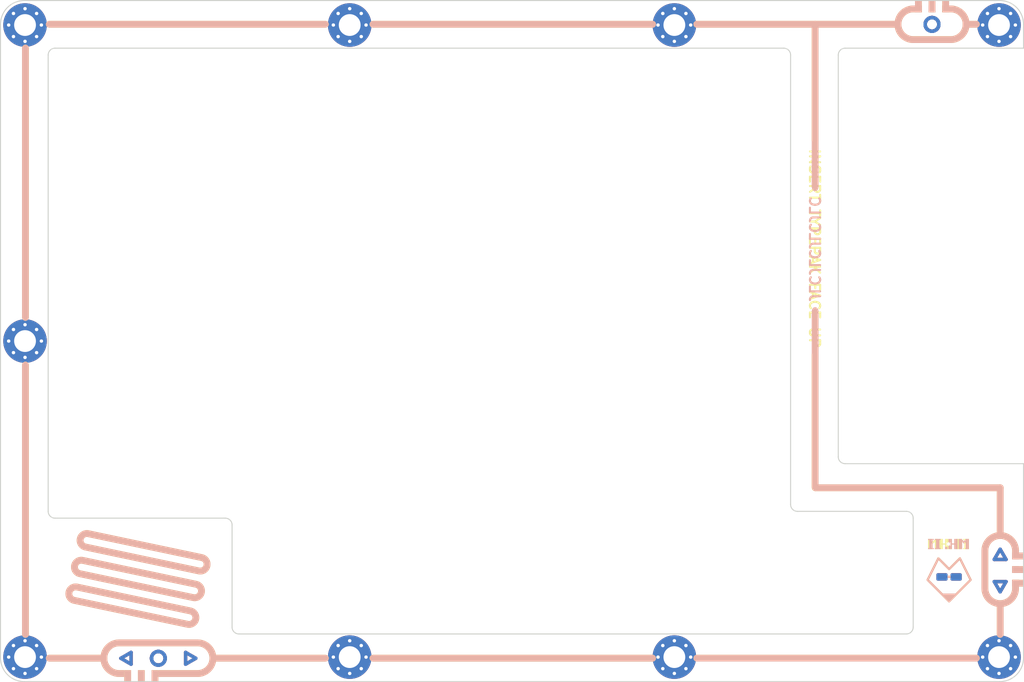
<source format=kicad_pcb>
(kicad_pcb (version 20221018) (generator pcbnew)
  (title_block (title "typeboy_top") (rev "v1.0.0") (company "Unknown"))
  (layers (0 "F.Cu" signal) (31 "B.Cu" signal) (34 "B.Paste" user) (35 "F.Paste" user) (36 "B.SilkS" user "B.Silkscreen") (37 "F.SilkS" user "F.Silkscreen") (38 "B.Mask" user) (39 "F.Mask" user) (44 "Edge.Cuts" user))
  (net 0 "")
  (footprint "MountingHole:MountingHole_3.2mm_M3_Pad_Via" (layer "F.Cu") (at 153.6 176.4)
    (fp_text reference "REF**" hide)
    (fp_text value "MountingHole_3.2mm_M3_Pad_Via" hide)
    (pad "1" thru_hole circle (at -2.4 0) (size 0.8 0.8) (drill 0.5) (layers "*.Cu" "*.Mask"))
    (pad "1" thru_hole circle (at -1.697056 -1.697056) (size 0.8 0.8) (drill 0.5) (layers "*.Cu" "*.Mask"))
    (pad "1" thru_hole circle (at -1.697056 1.697056) (size 0.8 0.8) (drill 0.5) (layers "*.Cu" "*.Mask"))
    (pad "1" thru_hole circle (at 0 -2.4) (size 0.8 0.8) (drill 0.5) (layers "*.Cu" "*.Mask"))
    (pad "1" thru_hole circle (at 0 0) (size 6.4 6.4) (drill 3.2) (layers "*.Cu" "*.Mask"))
    (pad "1" thru_hole circle (at 0 2.4) (size 0.8 0.8) (drill 0.5) (layers "*.Cu" "*.Mask"))
    (pad "1" thru_hole circle (at 1.697056 -1.697056) (size 0.8 0.8) (drill 0.5) (layers "*.Cu" "*.Mask"))
    (pad "1" thru_hole circle (at 1.697056 1.697056) (size 0.8 0.8) (drill 0.5) (layers "*.Cu" "*.Mask"))
    (pad "1" thru_hole circle (at 2.4 0) (size 0.8 0.8) (drill 0.5) (layers "*.Cu" "*.Mask"))
  )
  (footprint "MountingHole:MountingHole_3.2mm_M3_Pad_Via" (layer "F.Cu") (at 296.601 176.4)
    (fp_text reference "REF**" hide)
    (fp_text value "MountingHole_3.2mm_M3_Pad_Via" hide)
    (pad "1" thru_hole circle (at -2.4 0) (size 0.8 0.8) (drill 0.5) (layers "*.Cu" "*.Mask"))
    (pad "1" thru_hole circle (at -1.697056 -1.697056) (size 0.8 0.8) (drill 0.5) (layers "*.Cu" "*.Mask"))
    (pad "1" thru_hole circle (at -1.697056 1.697056) (size 0.8 0.8) (drill 0.5) (layers "*.Cu" "*.Mask"))
    (pad "1" thru_hole circle (at 0 -2.4) (size 0.8 0.8) (drill 0.5) (layers "*.Cu" "*.Mask"))
    (pad "1" thru_hole circle (at 0 0) (size 6.4 6.4) (drill 3.2) (layers "*.Cu" "*.Mask"))
    (pad "1" thru_hole circle (at 0 2.4) (size 0.8 0.8) (drill 0.5) (layers "*.Cu" "*.Mask"))
    (pad "1" thru_hole circle (at 1.697056 -1.697056) (size 0.8 0.8) (drill 0.5) (layers "*.Cu" "*.Mask"))
    (pad "1" thru_hole circle (at 1.697056 1.697056) (size 0.8 0.8) (drill 0.5) (layers "*.Cu" "*.Mask"))
    (pad "1" thru_hole circle (at 2.4 0) (size 0.8 0.8) (drill 0.5) (layers "*.Cu" "*.Mask"))
  )
  (footprint "MountingHole:MountingHole_3.2mm_M3_Pad_Via" (layer "F.Cu") (at 201.267 176.4)
    (fp_text reference "REF**" hide)
    (fp_text value "MountingHole_3.2mm_M3_Pad_Via" hide)
    (pad "1" thru_hole circle (at -2.4 0) (size 0.8 0.8) (drill 0.5) (layers "*.Cu" "*.Mask"))
    (pad "1" thru_hole circle (at -1.697056 -1.697056) (size 0.8 0.8) (drill 0.5) (layers "*.Cu" "*.Mask"))
    (pad "1" thru_hole circle (at -1.697056 1.697056) (size 0.8 0.8) (drill 0.5) (layers "*.Cu" "*.Mask"))
    (pad "1" thru_hole circle (at 0 -2.4) (size 0.8 0.8) (drill 0.5) (layers "*.Cu" "*.Mask"))
    (pad "1" thru_hole circle (at 0 0) (size 6.4 6.4) (drill 3.2) (layers "*.Cu" "*.Mask"))
    (pad "1" thru_hole circle (at 0 2.4) (size 0.8 0.8) (drill 0.5) (layers "*.Cu" "*.Mask"))
    (pad "1" thru_hole circle (at 1.697056 -1.697056) (size 0.8 0.8) (drill 0.5) (layers "*.Cu" "*.Mask"))
    (pad "1" thru_hole circle (at 1.697056 1.697056) (size 0.8 0.8) (drill 0.5) (layers "*.Cu" "*.Mask"))
    (pad "1" thru_hole circle (at 2.4 0) (size 0.8 0.8) (drill 0.5) (layers "*.Cu" "*.Mask"))
  )
  (footprint "MountingHole:MountingHole_3.2mm_M3_Pad_Via" (layer "F.Cu") (at 201.267 83.6)
    (fp_text reference "REF**" hide)
    (fp_text value "MountingHole_3.2mm_M3_Pad_Via" hide)
    (pad "1" thru_hole circle (at -2.4 0) (size 0.8 0.8) (drill 0.5) (layers "*.Cu" "*.Mask"))
    (pad "1" thru_hole circle (at -1.697056 -1.697056) (size 0.8 0.8) (drill 0.5) (layers "*.Cu" "*.Mask"))
    (pad "1" thru_hole circle (at -1.697056 1.697056) (size 0.8 0.8) (drill 0.5) (layers "*.Cu" "*.Mask"))
    (pad "1" thru_hole circle (at 0 -2.4) (size 0.8 0.8) (drill 0.5) (layers "*.Cu" "*.Mask"))
    (pad "1" thru_hole circle (at 0 0) (size 6.4 6.4) (drill 3.2) (layers "*.Cu" "*.Mask"))
    (pad "1" thru_hole circle (at 0 2.4) (size 0.8 0.8) (drill 0.5) (layers "*.Cu" "*.Mask"))
    (pad "1" thru_hole circle (at 1.697056 -1.697056) (size 0.8 0.8) (drill 0.5) (layers "*.Cu" "*.Mask"))
    (pad "1" thru_hole circle (at 1.697056 1.697056) (size 0.8 0.8) (drill 0.5) (layers "*.Cu" "*.Mask"))
    (pad "1" thru_hole circle (at 2.4 0) (size 0.8 0.8) (drill 0.5) (layers "*.Cu" "*.Mask"))
  )
  (footprint "MountingHole:MountingHole_3.2mm_M3_Pad_Via" (layer "F.Cu") (at 248.934 176.4)
    (fp_text reference "REF**" hide)
    (fp_text value "MountingHole_3.2mm_M3_Pad_Via" hide)
    (pad "1" thru_hole circle (at -2.4 0) (size 0.8 0.8) (drill 0.5) (layers "*.Cu" "*.Mask"))
    (pad "1" thru_hole circle (at -1.697056 -1.697056) (size 0.8 0.8) (drill 0.5) (layers "*.Cu" "*.Mask"))
    (pad "1" thru_hole circle (at -1.697056 1.697056) (size 0.8 0.8) (drill 0.5) (layers "*.Cu" "*.Mask"))
    (pad "1" thru_hole circle (at 0 -2.4) (size 0.8 0.8) (drill 0.5) (layers "*.Cu" "*.Mask"))
    (pad "1" thru_hole circle (at 0 0) (size 6.4 6.4) (drill 3.2) (layers "*.Cu" "*.Mask"))
    (pad "1" thru_hole circle (at 0 2.4) (size 0.8 0.8) (drill 0.5) (layers "*.Cu" "*.Mask"))
    (pad "1" thru_hole circle (at 1.697056 -1.697056) (size 0.8 0.8) (drill 0.5) (layers "*.Cu" "*.Mask"))
    (pad "1" thru_hole circle (at 1.697056 1.697056) (size 0.8 0.8) (drill 0.5) (layers "*.Cu" "*.Mask"))
    (pad "1" thru_hole circle (at 2.4 0) (size 0.8 0.8) (drill 0.5) (layers "*.Cu" "*.Mask"))
  )
  (footprint "MountingHole:MountingHole_3.2mm_M3_Pad_Via" (layer "F.Cu") (at 153.6 83.6)
    (fp_text reference "REF**" hide)
    (fp_text value "MountingHole_3.2mm_M3_Pad_Via" hide)
    (pad "1" thru_hole circle (at -2.4 0) (size 0.8 0.8) (drill 0.5) (layers "*.Cu" "*.Mask"))
    (pad "1" thru_hole circle (at -1.697056 -1.697056) (size 0.8 0.8) (drill 0.5) (layers "*.Cu" "*.Mask"))
    (pad "1" thru_hole circle (at -1.697056 1.697056) (size 0.8 0.8) (drill 0.5) (layers "*.Cu" "*.Mask"))
    (pad "1" thru_hole circle (at 0 -2.4) (size 0.8 0.8) (drill 0.5) (layers "*.Cu" "*.Mask"))
    (pad "1" thru_hole circle (at 0 0) (size 6.4 6.4) (drill 3.2) (layers "*.Cu" "*.Mask"))
    (pad "1" thru_hole circle (at 0 2.4) (size 0.8 0.8) (drill 0.5) (layers "*.Cu" "*.Mask"))
    (pad "1" thru_hole circle (at 1.697056 -1.697056) (size 0.8 0.8) (drill 0.5) (layers "*.Cu" "*.Mask"))
    (pad "1" thru_hole circle (at 1.697056 1.697056) (size 0.8 0.8) (drill 0.5) (layers "*.Cu" "*.Mask"))
    (pad "1" thru_hole circle (at 2.4 0) (size 0.8 0.8) (drill 0.5) (layers "*.Cu" "*.Mask"))
  )
  (footprint "MountingHole:MountingHole_3.2mm_M3_Pad_Via" (layer "F.Cu") (at 153.6 130)
    (fp_text reference "REF**" hide)
    (fp_text value "MountingHole_3.2mm_M3_Pad_Via" hide)
    (pad "1" thru_hole circle (at -2.4 0) (size 0.8 0.8) (drill 0.5) (layers "*.Cu" "*.Mask"))
    (pad "1" thru_hole circle (at -1.697056 -1.697056) (size 0.8 0.8) (drill 0.5) (layers "*.Cu" "*.Mask"))
    (pad "1" thru_hole circle (at -1.697056 1.697056) (size 0.8 0.8) (drill 0.5) (layers "*.Cu" "*.Mask"))
    (pad "1" thru_hole circle (at 0 -2.4) (size 0.8 0.8) (drill 0.5) (layers "*.Cu" "*.Mask"))
    (pad "1" thru_hole circle (at 0 0) (size 6.4 6.4) (drill 3.2) (layers "*.Cu" "*.Mask"))
    (pad "1" thru_hole circle (at 0 2.4) (size 0.8 0.8) (drill 0.5) (layers "*.Cu" "*.Mask"))
    (pad "1" thru_hole circle (at 1.697056 -1.697056) (size 0.8 0.8) (drill 0.5) (layers "*.Cu" "*.Mask"))
    (pad "1" thru_hole circle (at 1.697056 1.697056) (size 0.8 0.8) (drill 0.5) (layers "*.Cu" "*.Mask"))
    (pad "1" thru_hole circle (at 2.4 0) (size 0.8 0.8) (drill 0.5) (layers "*.Cu" "*.Mask"))
  )
  (footprint "MountingHole:MountingHole_3.2mm_M3_Pad_Via" (layer "F.Cu") (at 296.601 83.6)
    (fp_text reference "REF**" hide)
    (fp_text value "MountingHole_3.2mm_M3_Pad_Via" hide)
    (pad "1" thru_hole circle (at -2.4 0) (size 0.8 0.8) (drill 0.5) (layers "*.Cu" "*.Mask"))
    (pad "1" thru_hole circle (at -1.697056 -1.697056) (size 0.8 0.8) (drill 0.5) (layers "*.Cu" "*.Mask"))
    (pad "1" thru_hole circle (at -1.697056 1.697056) (size 0.8 0.8) (drill 0.5) (layers "*.Cu" "*.Mask"))
    (pad "1" thru_hole circle (at 0 -2.4) (size 0.8 0.8) (drill 0.5) (layers "*.Cu" "*.Mask"))
    (pad "1" thru_hole circle (at 0 0) (size 6.4 6.4) (drill 3.2) (layers "*.Cu" "*.Mask"))
    (pad "1" thru_hole circle (at 0 2.4) (size 0.8 0.8) (drill 0.5) (layers "*.Cu" "*.Mask"))
    (pad "1" thru_hole circle (at 1.697056 -1.697056) (size 0.8 0.8) (drill 0.5) (layers "*.Cu" "*.Mask"))
    (pad "1" thru_hole circle (at 1.697056 1.697056) (size 0.8 0.8) (drill 0.5) (layers "*.Cu" "*.Mask"))
    (pad "1" thru_hole circle (at 2.4 0) (size 0.8 0.8) (drill 0.5) (layers "*.Cu" "*.Mask"))
  )
  (footprint "MountingHole:MountingHole_3.2mm_M3_Pad_Via" (layer "F.Cu") (at 248.934 83.6)
    (fp_text reference "REF**" hide)
    (fp_text value "MountingHole_3.2mm_M3_Pad_Via" hide)
    (pad "1" thru_hole circle (at -2.4 0) (size 0.8 0.8) (drill 0.5) (layers "*.Cu" "*.Mask"))
    (pad "1" thru_hole circle (at -1.697056 -1.697056) (size 0.8 0.8) (drill 0.5) (layers "*.Cu" "*.Mask"))
    (pad "1" thru_hole circle (at -1.697056 1.697056) (size 0.8 0.8) (drill 0.5) (layers "*.Cu" "*.Mask"))
    (pad "1" thru_hole circle (at 0 -2.4) (size 0.8 0.8) (drill 0.5) (layers "*.Cu" "*.Mask"))
    (pad "1" thru_hole circle (at 0 0) (size 6.4 6.4) (drill 3.2) (layers "*.Cu" "*.Mask"))
    (pad "1" thru_hole circle (at 0 2.4) (size 0.8 0.8) (drill 0.5) (layers "*.Cu" "*.Mask"))
    (pad "1" thru_hole circle (at 1.697056 -1.697056) (size 0.8 0.8) (drill 0.5) (layers "*.Cu" "*.Mask"))
    (pad "1" thru_hole circle (at 1.697056 1.697056) (size 0.8 0.8) (drill 0.5) (layers "*.Cu" "*.Mask"))
    (pad "1" thru_hole circle (at 2.4 0) (size 0.8 0.8) (drill 0.5) (layers "*.Cu" "*.Mask"))
  )
  (gr_line (start 287.641162 83.025549) (end 287.663263 83.068701) (stroke (width 0.500393)) (layer "F.Cu"))
  (gr_line (start 174.074003 177.009599) (end 174.051901 177.052751) (stroke (width 0.500393)) (layer "F.Cu"))
  (gr_line (start 172.182651 176.423308) (end 172.191452 176.374025) (stroke (width 0.500393)) (layer "F.Cu"))
  (gr_line (start 174.167524 176.678041) (end 174.16116 176.728126) (stroke (width 0.500393)) (layer "F.Cu"))
  (gr_line (start 172.191452 176.374025) (end 172.202627 176.325606) (stroke (width 0.500393)) (layer "F.Cu"))
  (gr_line (start 285.791884 83.252471) (end 285.80537 83.20498) (stroke (width 0.500393)) (layer "F.Cu"))
  (gr_line (start 286.284129 82.622587) (end 286.327281 82.600485) (stroke (width 0.500393)) (layer "F.Cu"))
  (gr_line (start 285.771908 83.350173) (end 285.780709 83.30089) (stroke (width 0.500393)) (layer "F.Cu"))
  (gr_line (start 287.150716 82.580444) (end 287.195047 82.600485) (stroke (width 0.500393)) (layer "F.Cu"))
  (gr_line (start 286.162376 82.700618) (end 286.201614 82.672716) (stroke (width 0.500393)) (layer "F.Cu"))
  (gr_line (start 286.658839 82.506964) (end 286.709663 82.503099) (stroke (width 0.500393)) (layer "F.Cu"))
  (gr_line (start 285.821104 83.846687) (end 285.80537 83.800187) (stroke (width 0.500393)) (layer "F.Cu"))
  (gr_line (start 287.741619 83.704277) (end 287.730444 83.752695) (stroke (width 0.500393)) (layer "F.Cu"))
  (gr_line (start 287.683305 83.892135) (end 287.663263 83.936466) (stroke (width 0.500393)) (layer "F.Cu"))
  (gr_line (start 287.663263 83.068701) (end 287.683305 83.113032) (stroke (width 0.500393)) (layer "F.Cu"))
  (gr_line (start 287.058768 82.54679) (end 287.105269 82.562525) (stroke (width 0.500393)) (layer "F.Cu"))
  (gr_line (start 174.141183 176.325606) (end 174.152358 176.374025) (stroke (width 0.500393)) (layer "F.Cu"))
  (gr_line (start 172.17112 176.575716) (end 172.172422 176.524216) (stroke (width 0.500393)) (layer "F.Cu"))
  (gr_line (start 172.464243 177.28338) (end 172.431105 177.248623) (stroke (width 0.500393)) (layer "F.Cu"))
  (gr_line (start 286.812664 84.502068) (end 286.761164 84.50337) (stroke (width 0.500393)) (layer "F.Cu"))
  (gr_line (start 287.75042 83.654993) (end 287.741619 83.704277) (stroke (width 0.500393)) (layer "F.Cu"))
  (gr_line (start 287.359951 82.700618) (end 287.397758 82.730328) (stroke (width 0.500393)) (layer "F.Cu"))
  (gr_line (start 287.563131 84.10137) (end 287.53342 84.139176) (stroke (width 0.500393)) (layer "F.Cu"))
  (gr_line (start 285.761679 83.554084) (end 285.760376 83.502583) (stroke (width 0.500393)) (layer "F.Cu"))
  (gr_line (start 285.760376 83.502583) (end 285.761679 83.451083) (stroke (width 0.500393)) (layer "F.Cu"))
  (gr_line (start 174.127698 176.87332) (end 174.111963 176.919821) (stroke (width 0.500393)) (layer "F.Cu"))
  (gr_line (start 287.591033 82.943034) (end 287.617064 82.983639) (stroke (width 0.500393)) (layer "F.Cu"))
  (gr_line (start 172.36994 175.976934) (end 172.39965 175.939128) (stroke (width 0.500393)) (layer "F.Cu"))
  (gr_line (start 173.223406 175.576238) (end 173.27423 175.580103) (stroke (width 0.500393)) (layer "F.Cu"))
  (gr_line (start 287.105269 84.442642) (end 287.058768 84.458376) (stroke (width 0.500393)) (layer "F.Cu"))
  (gr_line (start 173.808498 177.347973) (end 173.770691 177.377683) (stroke (width 0.500393)) (layer "F.Cu"))
  (gr_line (start 286.55947 82.522129) (end 286.608753 82.513328) (stroke (width 0.500393)) (layer "F.Cu"))
  (gr_line (start 287.238199 82.622587) (end 287.280109 82.646684) (stroke (width 0.500393)) (layer "F.Cu"))
  (gr_line (start 174.027804 177.094661) (end 174.001772 177.135266) (stroke (width 0.500393)) (layer "F.Cu"))
  (gr_line (start 172.291909 177.052751) (end 172.269808 177.009599) (stroke (width 0.500393)) (layer "F.Cu"))
  (gr_line (start 173.879568 177.28338) (end 173.844811 177.316517) (stroke (width 0.500393)) (layer "F.Cu"))
  (gr_line (start 173.27423 177.571337) (end 173.223406 177.575201) (stroke (width 0.500393)) (layer "F.Cu"))
  (gr_line (start 286.709663 82.503099) (end 286.761164 82.501797) (stroke (width 0.500393)) (layer "F.Cu"))
  (gr_line (start 172.202627 176.325606) (end 172.216113 176.278115) (stroke (width 0.500393)) (layer "F.Cu"))
  (gr_line (start 173.171905 175.574936) (end 173.223406 175.576238) (stroke (width 0.500393)) (layer "F.Cu"))
  (gr_line (start 172.202627 176.825829) (end 172.191452 176.77741) (stroke (width 0.500393)) (layer "F.Cu"))
  (gr_line (start 174.111963 176.919821) (end 174.094044 176.965268) (stroke (width 0.500393)) (layer "F.Cu"))
  (gr_line (start 172.39965 177.21231) (end 172.36994 177.174504) (stroke (width 0.500393)) (layer "F.Cu"))
  (gr_line (start 172.36994 177.174504) (end 172.342038 177.135266) (stroke (width 0.500393)) (layer "F.Cu"))
  (gr_line (start 172.652961 177.431616) (end 172.612356 177.405585) (stroke (width 0.500393)) (layer "F.Cu"))
  (gr_line (start 286.162376 84.304549) (end 286.12457 84.274839) (stroke (width 0.500393)) (layer "F.Cu"))
  (gr_line (start 287.716958 83.20498) (end 287.730444 83.252471) (stroke (width 0.500393)) (layer "F.Cu"))
  (gr_line (start 172.535312 177.347973) (end 172.498999 177.316517) (stroke (width 0.500393)) (layer "F.Cu"))
  (gr_line (start 287.591033 84.062133) (end 287.563131 84.10137) (stroke (width 0.500393)) (layer "F.Cu"))
  (gr_line (start 172.172422 176.524216) (end 172.176287 176.473392) (stroke (width 0.500393)) (layer "F.Cu"))
  (gr_line (start 173.469508 175.619929) (end 173.516009 175.635663) (stroke (width 0.500393)) (layer "F.Cu"))
  (gr_line (start 285.839023 83.113032) (end 285.859065 83.068701) (stroke (width 0.500393)) (layer "F.Cu"))
  (gr_line (start 172.176287 176.678041) (end 172.172422 176.627217) (stroke (width 0.500393)) (layer "F.Cu"))
  (gr_line (start 172.921793 175.606443) (end 172.970212 175.595268) (stroke (width 0.500393)) (layer "F.Cu"))
  (gr_line (start 285.771908 83.654993) (end 285.765543 83.604908) (stroke (width 0.500393)) (layer "F.Cu"))
  (gr_line (start 173.019495 175.586467) (end 173.069581 175.580103) (stroke (width 0.500393)) (layer "F.Cu"))
  (gr_line (start 286.327281 82.600485) (end 286.371612 82.580444) (stroke (width 0.500393)) (layer "F.Cu"))
  (gr_line (start 172.694871 175.695725) (end 172.738023 175.673624) (stroke (width 0.500393)) (layer "F.Cu"))
  (gr_line (start 287.501965 82.829677) (end 287.53342 82.86599) (stroke (width 0.500393)) (layer "F.Cu"))
  (gr_line (start 286.371612 84.424723) (end 286.327281 84.404681) (stroke (width 0.500393)) (layer "F.Cu"))
  (gr_line (start 287.320714 82.672716) (end 287.359951 82.700618) (stroke (width 0.500393)) (layer "F.Cu"))
  (gr_line (start 167.66758 176.575716) (end 169.168759 175.70904) (stroke (width 0.500393)) (layer "F.Cu"))
  (gr_line (start 172.191452 176.77741) (end 172.182651 176.728126) (stroke (width 0.500393)) (layer "F.Cu"))
  (gr_line (start 172.269808 177.009599) (end 172.249766 176.965268) (stroke (width 0.500393)) (layer "F.Cu"))
  (gr_line (start 173.97387 177.174504) (end 173.94416 177.21231) (stroke (width 0.500393)) (layer "F.Cu"))
  (gr_line (start 172.970212 177.556171) (end 172.921793 177.544996) (stroke (width 0.500393)) (layer "F.Cu"))
  (gr_line (start 286.55947 84.483037) (end 286.511051 84.471862) (stroke (width 0.500393)) (layer "F.Cu"))
  (gr_line (start 174.051901 177.052751) (end 174.027804 177.094661) (stroke (width 0.500393)) (layer "F.Cu"))
  (gr_line (start 297.635707 165.316876) (end 296.769024 166.81805) (stroke (width 0.500393)) (layer "F.Cu"))
  (gr_line (start 285.859065 83.936466) (end 285.839023 83.892135) (stroke (width 0.500393)) (layer "F.Cu"))
  (gr_line (start 173.561456 175.653582) (end 173.605787 175.673624) (stroke (width 0.500393)) (layer "F.Cu"))
  (gr_line (start 287.756784 83.604908) (end 287.75042 83.654993) (stroke (width 0.500393)) (layer "F.Cu"))
  (gr_line (start 286.242219 82.646684) (end 286.284129 82.622587) (stroke (width 0.500393)) (layer "F.Cu"))
  (gr_line (start 286.812664 82.503099) (end 286.863489 82.506964) (stroke (width 0.500393)) (layer "F.Cu"))
  (gr_line (start 295.902355 165.316876) (end 297.635707 165.316876) (stroke (width 0.500393)) (layer "F.Cu"))
  (gr_line (start 287.468828 82.794921) (end 287.501965 82.829677) (stroke (width 0.500393)) (layer "F.Cu"))
  (gr_line (start 286.088256 82.761783) (end 286.12457 82.730328) (stroke (width 0.500393)) (layer "F.Cu"))
  (gr_line (start 286.201614 82.672716) (end 286.242219 82.646684) (stroke (width 0.500393)) (layer "F.Cu"))
  (gr_line (start 172.291909 176.098686) (end 172.316007 176.056776) (stroke (width 0.500393)) (layer "F.Cu"))
  (gr_line (start 173.844811 177.316517) (end 173.808498 177.347973) (stroke (width 0.500393)) (layer "F.Cu"))
  (gr_line (start 174.16116 176.728126) (end 174.152358 176.77741) (stroke (width 0.500393)) (layer "F.Cu"))
  (gr_line (start 172.573119 175.773756) (end 172.612356 175.745854) (stroke (width 0.500393)) (layer "F.Cu"))
  (gr_line (start 172.874302 177.53151) (end 172.827801 177.515776) (stroke (width 0.500393)) (layer "F.Cu"))
  (gr_poly (pts (xy 290.916552 164.081785) (xy 290.927671 164.08263) (xy 290.938627 164.084023) (xy 290.949408 164.085948) (xy 290.96 164.088392) (xy 290.970389 164.091343) (xy 290.980561 164.094784) (xy 290.990503 164.098704) (xy 291.0002 164.103089) (xy 291.00964 164.107923) (xy 291.018807 164.113195) (xy 291.02769 164.118889) (xy 291.036273 164.124993) (xy 291.044542 164.131492) (xy 291.052486 164.138373) (xy 291.060088 164.145622) (xy 291.067337 164.153225) (xy 291.074217 164.161169) (xy 291.080716 164.169439) (xy 291.086819 164.178022) (xy 291.092513 164.186905) (xy 291.097784 164.196073) (xy 291.102618 164.205512) (xy 291.107002 164.21521) (xy 291.110921 164.225152) (xy 291.114363 164.235324) (xy 291.117312 164.245713) (xy 291.119757 164.256304) (xy 291.121682 164.267085) (xy 291.123074 164.278042) (xy 291.123919 164.28916) (xy 291.124204 164.300425) (xy 291.124204 164.957194) (xy 291.123919 164.96846) (xy 291.123074 164.979577) (xy 291.121682 164.990533) (xy 291.119757 165.001313) (xy 291.117312 165.011904) (xy 291.114363 165.022293) (xy 291.110921 165.032464) (xy 291.107002 165.042406) (xy 291.102618 165.052103) (xy 291.097784 165.061542) (xy 291.092513 165.07071) (xy 291.086819 165.079592) (xy 291.080716 165.088175) (xy 291.074217 165.096445) (xy 291.067337 165.104389) (xy 291.060088 165.111992) (xy 291.052486 165.11924) (xy 291.044542 165.126121) (xy 291.036273 165.13262) (xy 291.02769 165.138724) (xy 291.018807 165.144418) (xy 291.00964 165.14969) (xy 291.0002 165.154524) (xy 290.990503 165.158908) (xy 290.980561 165.162828) (xy 290.970389 165.16627) (xy 290.96 165.16922) (xy 290.949408 165.171665) (xy 290.938627 165.17359) (xy 290.927671 165.174982) (xy 290.916552 165.175828) (xy 290.905286 165.176113) (xy 289.701221 165.176113) (xy 289.689955 165.175828) (xy 289.678836 165.174982) (xy 289.667879 165.17359) (xy 289.657098 165.171665) (xy 289.646506 165.16922) (xy 289.636116 165.16627) (xy 289.625944 165.162828) (xy 289.616002 165.158908) (xy 289.606304 165.154524) (xy 289.596864 165.14969) (xy 289.587696 165.144418) (xy 289.578813 165.138724) (xy 289.570229 165.13262) (xy 289.561959 165.126121) (xy 289.554015 165.11924) (xy 289.546411 165.111992) (xy 289.539162 165.104389) (xy 289.532281 165.096445) (xy 289.525782 165.088175) (xy 289.519678 165.079592) (xy 289.513984 165.07071) (xy 289.508712 165.061542) (xy 289.503877 165.052103) (xy 289.499493 165.042406) (xy 289.495573 165.032464) (xy 289.492131 165.022293) (xy 289.489181 165.011904) (xy 289.486736 165.001313) (xy 289.484811 164.990533) (xy 289.483419 164.979577) (xy 289.482573 164.96846) (xy 289.482289 164.957194) (xy 289.482289 164.300425) (xy 289.482573 164.28916) (xy 289.483419 164.278042) (xy 289.484811 164.267085) (xy 289.486736 164.256304) (xy 289.489181 164.245713) (xy 289.492131 164.235324) (xy 289.495573 164.225152) (xy 289.499493 164.21521) (xy 289.503877 164.205512) (xy 289.508712 164.196073) (xy 289.513984 164.186905) (xy 289.519678 164.178022) (xy 289.525782 164.169439) (xy 289.532281 164.161169) (xy 289.539162 164.153225) (xy 289.546411 164.145622) (xy 289.554015 164.138373) (xy 289.561959 164.131492) (xy 289.570229 164.124993) (xy 289.578813 164.118889) (xy 289.587696 164.113195) (xy 289.596864 164.107923) (xy 289.606304 164.103089) (xy 289.616002 164.098704) (xy 289.625944 164.094784) (xy 289.636116 164.091343) (xy 289.646506 164.088392) (xy 289.657098 164.085948) (xy 289.667879 164.084023) (xy 289.678836 164.08263) (xy 289.689955 164.081785) (xy 289.701221 164.0815) (xy 290.905286 164.0815)) (fill solid) (layer "F.Cu"))
  (gr_line (start 287.501965 84.17549) (end 287.468828 84.210246) (stroke (width 0.500393)) (layer "F.Cu"))
  (gr_line (start 287.683305 83.113032) (end 287.701224 83.158479) (stroke (width 0.500393)) (layer "F.Cu"))
  (gr_line (start 287.058768 84.458376) (end 287.011277 84.471862) (stroke (width 0.500393)) (layer "F.Cu"))
  (gr_line (start 287.730444 83.752695) (end 287.716958 83.800187) (stroke (width 0.500393)) (layer "F.Cu"))
  (gr_line (start 285.931295 82.943034) (end 285.959197 82.903797) (stroke (width 0.500393)) (layer "F.Cu"))
  (gr_line (start 173.605787 175.673624) (end 173.648939 175.695725) (stroke (width 0.500393)) (layer "F.Cu"))
  (gr_line (start 173.120405 177.575201) (end 173.069581 177.571337) (stroke (width 0.500393)) (layer "F.Cu"))
  (gr_line (start 172.316007 177.094661) (end 172.291909 177.052751) (stroke (width 0.500393)) (layer "F.Cu"))
  (gr_line (start 172.249766 176.186168) (end 172.269808 176.141837) (stroke (width 0.500393)) (layer "F.Cu"))
  (gr_line (start 286.088256 84.243384) (end 286.0535 84.210246) (stroke (width 0.500393)) (layer "F.Cu"))
  (gr_line (start 285.765543 83.604908) (end 285.761679 83.554084) (stroke (width 0.500393)) (layer "F.Cu"))
  (gr_line (start 285.80537 83.20498) (end 285.821104 83.158479) (stroke (width 0.500393)) (layer "F.Cu"))
  (gr_line (start 287.195047 84.404681) (end 287.150716 84.424723) (stroke (width 0.500393)) (layer "F.Cu"))
  (gr_line (start 172.498999 175.834921) (end 172.535312 175.803466) (stroke (width 0.500393)) (layer "F.Cu"))
  (gr_line (start 173.770691 175.773756) (end 173.808498 175.803466) (stroke (width 0.500393)) (layer "F.Cu"))
  (gr_line (start 173.120405 175.576238) (end 173.171905 175.574936) (stroke (width 0.500393)) (layer "F.Cu"))
  (gr_line (start 287.617064 82.983639) (end 287.641162 83.025549) (stroke (width 0.500393)) (layer "F.Cu"))
  (gr_line (start 174.127698 176.278115) (end 174.141183 176.325606) (stroke (width 0.500393)) (layer "F.Cu"))
  (gr_line (start 172.573119 177.377683) (end 172.535312 177.347973) (stroke (width 0.500393)) (layer "F.Cu"))
  (gr_line (start 172.921793 177.544996) (end 172.874302 177.53151) (stroke (width 0.500393)) (layer "F.Cu"))
  (gr_line (start 177.175051 177.442399) (end 177.175051 175.70904) (stroke (width 0.500393)) (layer "F.Cu"))
  (gr_line (start 174.172691 176.575716) (end 174.171389 176.627217) (stroke (width 0.500393)) (layer "F.Cu"))
  (gr_line (start 286.511051 84.471862) (end 286.46356 84.458376) (stroke (width 0.500393)) (layer "F.Cu"))
  (gr_line (start 287.716958 83.800187) (end 287.701224 83.846687) (stroke (width 0.500393)) (layer "F.Cu"))
  (gr_line (start 172.249766 176.965268) (end 172.231847 176.919821) (stroke (width 0.500393)) (layer "F.Cu"))
  (gr_line (start 286.709663 84.502068) (end 286.658839 84.498203) (stroke (width 0.500393)) (layer "F.Cu"))
  (gr_line (start 172.231847 176.919821) (end 172.216113 176.87332) (stroke (width 0.500393)) (layer "F.Cu"))
  (gr_line (start 287.397758 82.730328) (end 287.434071 82.761783) (stroke (width 0.500393)) (layer "F.Cu"))
  (gr_line (start 172.182651 176.728126) (end 172.176287 176.678041) (stroke (width 0.500393)) (layer "F.Cu"))
  (gr_line (start 174.171389 176.627217) (end 174.167524 176.678041) (stroke (width 0.500393)) (layer "F.Cu"))
  (gr_line (start 287.359951 84.304549) (end 287.320714 84.332451) (stroke (width 0.500393)) (layer "F.Cu"))
  (gr_line (start 172.612356 177.405585) (end 172.573119 177.377683) (stroke (width 0.500393)) (layer "F.Cu"))
  (gr_line (start 174.001772 176.016171) (end 174.027804 176.056776) (stroke (width 0.500393)) (layer "F.Cu"))
  (gr_line (start 173.324315 175.586467) (end 173.373599 175.595268) (stroke (width 0.500393)) (layer "F.Cu"))
  (gr_line (start 286.761164 84.50337) (end 286.709663 84.502068) (stroke (width 0.500393)) (layer "F.Cu"))
  (gr_line (start 172.612356 175.745854) (end 172.652961 175.719823) (stroke (width 0.500393)) (layer "F.Cu"))
  (gr_line (start 172.694871 177.455714) (end 172.652961 177.431616) (stroke (width 0.500393)) (layer "F.Cu"))
  (gr_line (start 172.231847 176.231615) (end 172.249766 176.186168) (stroke (width 0.500393)) (layer "F.Cu"))
  (gr_line (start 286.417059 84.442642) (end 286.371612 84.424723) (stroke (width 0.500393)) (layer "F.Cu"))
  (gr_line (start 173.324315 177.564972) (end 173.27423 177.571337) (stroke (width 0.500393)) (layer "F.Cu"))
  (gr_line (start 296.769024 166.81805) (end 295.902355 165.316876) (stroke (width 0.500393)) (layer "F.Cu"))
  (gr_line (start 172.316007 176.056776) (end 172.342038 176.016171) (stroke (width 0.500393)) (layer "F.Cu"))
  (gr_line (start 173.808498 175.803466) (end 173.844811 175.834921) (stroke (width 0.500393)) (layer "F.Cu"))
  (gr_line (start 286.12457 82.730328) (end 286.162376 82.700618) (stroke (width 0.500393)) (layer "F.Cu"))
  (gr_line (start 174.152358 176.77741) (end 174.141183 176.825829) (stroke (width 0.500393)) (layer "F.Cu"))
  (gr_line (start 173.223406 177.575201) (end 173.171905 177.576503) (stroke (width 0.500393)) (layer "F.Cu"))
  (gr_poly (pts (xy 288.83693 164.081785) (xy 288.848049 164.08263) (xy 288.859005 164.084023) (xy 288.869787 164.085948) (xy 288.880379 164.088392) (xy 288.890767 164.091343) (xy 288.90094 164.094784) (xy 288.910881 164.098704) (xy 288.920579 164.103089) (xy 288.930018 164.107923) (xy 288.939186 164.113195) (xy 288.948068 164.118889) (xy 288.956651 164.124993) (xy 288.964921 164.131492) (xy 288.972864 164.138373) (xy 288.980466 164.145622) (xy 288.987715 164.153225) (xy 288.994595 164.161169) (xy 289.001094 164.169439) (xy 289.007197 164.178022) (xy 289.012891 164.186905) (xy 289.018162 164.196073) (xy 289.022996 164.205512) (xy 289.02738 164.21521) (xy 289.031299 164.225152) (xy 289.034741 164.235324) (xy 289.037691 164.245713) (xy 289.040135 164.256304) (xy 289.04206 164.267085) (xy 289.043452 164.278042) (xy 289.044297 164.28916) (xy 289.044582 164.300425) (xy 289.044582 164.957194) (xy 289.044297 164.96846) (xy 289.043452 164.979577) (xy 289.04206 164.990533) (xy 289.040135 165.001313) (xy 289.037691 165.011904) (xy 289.034741 165.022293) (xy 289.031299 165.032464) (xy 289.02738 165.042406) (xy 289.022996 165.052103) (xy 289.018162 165.061542) (xy 289.012891 165.07071) (xy 289.007197 165.079592) (xy 289.001094 165.088175) (xy 288.994595 165.096445) (xy 288.987715 165.104389) (xy 288.980466 165.111992) (xy 288.972864 165.11924) (xy 288.964921 165.126121) (xy 288.956651 165.13262) (xy 288.948068 165.138724) (xy 288.939186 165.144418) (xy 288.930018 165.14969) (xy 288.920579 165.154524) (xy 288.910881 165.158908) (xy 288.90094 165.162828) (xy 288.890767 165.16627) (xy 288.880379 165.16922) (xy 288.869787 165.171665) (xy 288.859005 165.17359) (xy 288.848049 165.174982) (xy 288.83693 165.175828) (xy 288.825664 165.176113) (xy 287.621599 165.176113) (xy 287.610333 165.175828) (xy 287.599214 165.174982) (xy 287.588258 165.17359) (xy 287.577476 165.171665) (xy 287.566884 165.16922) (xy 287.556495 165.16627) (xy 287.546322 165.162828) (xy 287.53638 165.158908) (xy 287.526682 165.154524) (xy 287.517242 165.14969) (xy 287.508074 165.144418) (xy 287.499191 165.138724) (xy 287.490607 165.13262) (xy 287.482337 165.126121) (xy 287.474393 165.11924) (xy 287.46679 165.111992) (xy 287.459541 165.104389) (xy 287.45266 165.096445) (xy 287.44616 165.088175) (xy 287.440056 165.079592) (xy 287.434362 165.07071) (xy 287.42909 165.061542) (xy 287.424255 165.052103) (xy 287.419871 165.042406) (xy 287.415951 165.032464) (xy 287.412509 165.022293) (xy 287.409559 165.011904) (xy 287.407115 165.001313) (xy 287.405189 164.990533) (xy 287.403797 164.979577) (xy 287.402952 164.96846) (xy 287.402667 164.957194) (xy 287.402667 164.300425) (xy 287.402952 164.28916) (xy 287.403797 164.278042) (xy 287.405189 164.267085) (xy 287.407115 164.256304) (xy 287.409559 164.245713) (xy 287.412509 164.235324) (xy 287.415951 164.225152) (xy 287.419871 164.21521) (xy 287.424255 164.205512) (xy 287.42909 164.196073) (xy 287.434362 164.186905) (xy 287.440056 164.178022) (xy 287.44616 164.169439) (xy 287.45266 164.161169) (xy 287.459541 164.153225) (xy 287.46679 164.145622) (xy 287.474393 164.138373) (xy 287.482337 164.131492) (xy 287.490607 164.124993) (xy 287.499191 164.118889) (xy 287.508074 164.113195) (xy 287.517242 164.107923) (xy 287.526682 164.103089) (xy 287.53638 164.098704) (xy 287.546322 164.094784) (xy 287.556495 164.091343) (xy 287.566884 164.088392) (xy 287.577476 164.085948) (xy 287.588258 164.084023) (xy 287.599214 164.08263) (xy 287.610333 164.081785) (xy 287.621599 164.0815) (xy 288.825664 164.0815)) (fill solid) (layer "F.Cu"))
  (gr_line (start 287.468828 84.210246) (end 287.434071 84.243384) (stroke (width 0.500393)) (layer "F.Cu"))
  (gr_line (start 286.201614 84.332451) (end 286.162376 84.304549) (stroke (width 0.500393)) (layer "F.Cu"))
  (gr_line (start 172.738023 175.673624) (end 172.782354 175.653582) (stroke (width 0.500393)) (layer "F.Cu"))
  (gr_line (start 287.663263 83.936466) (end 287.641162 83.979618) (stroke (width 0.500393)) (layer "F.Cu"))
  (gr_line (start 286.658839 84.498203) (end 286.608753 84.491839) (stroke (width 0.500393)) (layer "F.Cu"))
  (gr_line (start 172.970212 175.595268) (end 173.019495 175.586467) (stroke (width 0.500393)) (layer "F.Cu"))
  (gr_line (start 173.373599 175.595268) (end 173.422017 175.606443) (stroke (width 0.500393)) (layer "F.Cu"))
  (gr_line (start 174.051901 176.098686) (end 174.074003 176.141837) (stroke (width 0.500393)) (layer "F.Cu"))
  (gr_line (start 286.020362 82.829677) (end 286.0535 82.794921) (stroke (width 0.500393)) (layer "F.Cu"))
  (gr_line (start 287.53342 84.139176) (end 287.501965 84.17549) (stroke (width 0.500393)) (layer "F.Cu"))
  (gr_line (start 286.417059 82.562525) (end 286.46356 82.54679) (stroke (width 0.500393)) (layer "F.Cu"))
  (gr_line (start 296.769024 160.563139) (end 297.635707 162.064313) (stroke (width 0.500393)) (layer "F.Cu"))
  (gr_line (start 287.760649 83.554084) (end 287.756784 83.604908) (stroke (width 0.500393)) (layer "F.Cu"))
  (gr_line (start 286.761164 82.501797) (end 286.812664 82.503099) (stroke (width 0.500393)) (layer "F.Cu"))
  (gr_line (start 285.905263 84.021528) (end 285.881166 83.979618) (stroke (width 0.500393)) (layer "F.Cu"))
  (gr_line (start 174.111963 176.231615) (end 174.127698 176.278115) (stroke (width 0.500393)) (layer "F.Cu"))
  (gr_line (start 177.175051 175.70904) (end 178.676231 176.575716) (stroke (width 0.500393)) (layer "F.Cu"))
  (gr_line (start 169.168759 177.442399) (end 167.66758 176.575716) (stroke (width 0.500393)) (layer "F.Cu"))
  (gr_line (start 285.931295 84.062133) (end 285.905263 84.021528) (stroke (width 0.500393)) (layer "F.Cu"))
  (gr_line (start 286.371612 82.580444) (end 286.417059 82.562525) (stroke (width 0.500393)) (layer "F.Cu"))
  (gr_line (start 173.94416 177.21231) (end 173.912705 177.248623) (stroke (width 0.500393)) (layer "F.Cu"))
  (gr_line (start 287.760649 83.451083) (end 287.761951 83.502583) (stroke (width 0.500393)) (layer "F.Cu"))
  (gr_line (start 173.019495 177.564972) (end 172.970212 177.556171) (stroke (width 0.500393)) (layer "F.Cu"))
  (gr_line (start 172.342038 177.135266) (end 172.316007 177.094661) (stroke (width 0.500393)) (layer "F.Cu"))
  (gr_line (start 173.731454 177.405585) (end 173.690849 177.431616) (stroke (width 0.500393)) (layer "F.Cu"))
  (gr_line (start 286.46356 82.54679) (end 286.511051 82.533304) (stroke (width 0.500393)) (layer "F.Cu"))
  (gr_line (start 173.422017 175.606443) (end 173.469508 175.619929) (stroke (width 0.500393)) (layer "F.Cu"))
  (gr_line (start 172.269808 176.141837) (end 172.291909 176.098686) (stroke (width 0.500393)) (layer "F.Cu"))
  (gr_line (start 286.913574 82.513328) (end 286.962858 82.522129) (stroke (width 0.500393)) (layer "F.Cu"))
  (gr_line (start 287.238199 84.38258) (end 287.195047 84.404681) (stroke (width 0.500393)) (layer "F.Cu"))
  (gr_line (start 172.431105 175.902815) (end 172.464243 175.868058) (stroke (width 0.500393)) (layer "F.Cu"))
  (gr_line (start 173.516009 177.515776) (end 173.469508 177.53151) (stroke (width 0.500393)) (layer "F.Cu"))
  (gr_line (start 286.0535 82.794921) (end 286.088256 82.761783) (stroke (width 0.500393)) (layer "F.Cu"))
  (gr_line (start 173.171905 177.576503) (end 173.120405 177.575201) (stroke (width 0.500393)) (layer "F.Cu"))
  (gr_line (start 172.39965 175.939128) (end 172.431105 175.902815) (stroke (width 0.500393)) (layer "F.Cu"))
  (gr_line (start 286.0535 84.210246) (end 286.020362 84.17549) (stroke (width 0.500393)) (layer "F.Cu"))
  (gr_line (start 173.94416 175.939128) (end 173.97387 175.976934) (stroke (width 0.500393)) (layer "F.Cu"))
  (gr_line (start 287.011277 82.533304) (end 287.058768 82.54679) (stroke (width 0.500393)) (layer "F.Cu"))
  (gr_line (start 173.422017 177.544996) (end 173.373599 177.556171) (stroke (width 0.500393)) (layer "F.Cu"))
  (gr_line (start 287.280109 82.646684) (end 287.320714 82.672716) (stroke (width 0.500393)) (layer "F.Cu"))
  (gr_line (start 173.605787 177.477815) (end 173.561456 177.497857) (stroke (width 0.500393)) (layer "F.Cu"))
  (gr_line (start 173.373599 177.556171) (end 173.324315 177.564972) (stroke (width 0.500393)) (layer "F.Cu"))
  (gr_line (start 172.342038 176.016171) (end 172.36994 175.976934) (stroke (width 0.500393)) (layer "F.Cu"))
  (gr_line (start 287.195047 82.600485) (end 287.238199 82.622587) (stroke (width 0.500393)) (layer "F.Cu"))
  (gr_line (start 285.881166 83.025549) (end 285.905263 82.983639) (stroke (width 0.500393)) (layer "F.Cu"))
  (gr_line (start 174.094044 176.965268) (end 174.074003 177.009599) (stroke (width 0.500393)) (layer "F.Cu"))
  (gr_line (start 172.216113 176.87332) (end 172.202627 176.825829) (stroke (width 0.500393)) (layer "F.Cu"))
  (gr_line (start 174.167524 176.473392) (end 174.171389 176.524216) (stroke (width 0.500393)) (layer "F.Cu"))
  (gr_line (start 174.171389 176.524216) (end 174.172691 176.575716) (stroke (width 0.500393)) (layer "F.Cu"))
  (gr_line (start 172.216113 176.278115) (end 172.231847 176.231615) (stroke (width 0.500393)) (layer "F.Cu"))
  (gr_line (start 173.97387 175.976934) (end 174.001772 176.016171) (stroke (width 0.500393)) (layer "F.Cu"))
  (gr_line (start 172.782354 177.497857) (end 172.738023 177.477815) (stroke (width 0.500393)) (layer "F.Cu"))
  (gr_line (start 287.434071 84.243384) (end 287.397758 84.274839) (stroke (width 0.500393)) (layer "F.Cu"))
  (gr_line (start 285.839023 83.892135) (end 285.821104 83.846687) (stroke (width 0.500393)) (layer "F.Cu"))
  (gr_line (start 287.150716 84.424723) (end 287.105269 84.442642) (stroke (width 0.500393)) (layer "F.Cu"))
  (gr_line (start 287.105269 82.562525) (end 287.150716 82.580444) (stroke (width 0.500393)) (layer "F.Cu"))
  (gr_line (start 285.988907 84.139176) (end 285.959197 84.10137) (stroke (width 0.500393)) (layer "F.Cu"))
  (gr_line (start 172.874302 175.619929) (end 172.921793 175.606443) (stroke (width 0.500393)) (layer "F.Cu"))
  (gr_line (start 173.879568 175.868058) (end 173.912705 175.902815) (stroke (width 0.500393)) (layer "F.Cu"))
  (gr_line (start 173.648939 177.455714) (end 173.605787 177.477815) (stroke (width 0.500393)) (layer "F.Cu"))
  (gr_line (start 172.827801 177.515776) (end 172.782354 177.497857) (stroke (width 0.500393)) (layer "F.Cu"))
  (gr_line (start 285.780709 83.30089) (end 285.791884 83.252471) (stroke (width 0.500393)) (layer "F.Cu"))
  (gr_line (start 172.498999 177.316517) (end 172.464243 177.28338) (stroke (width 0.500393)) (layer "F.Cu"))
  (gr_line (start 174.074003 176.141837) (end 174.094044 176.186168) (stroke (width 0.500393)) (layer "F.Cu"))
  (gr_line (start 286.962858 84.483037) (end 286.913574 84.491839) (stroke (width 0.500393)) (layer "F.Cu"))
  (gr_line (start 286.962858 82.522129) (end 287.011277 82.533304) (stroke (width 0.500393)) (layer "F.Cu"))
  (gr_line (start 169.168759 175.70904) (end 169.168759 177.442399) (stroke (width 0.500393)) (layer "F.Cu"))
  (gr_line (start 286.913574 84.491839) (end 286.863489 84.498203) (stroke (width 0.500393)) (layer "F.Cu"))
  (gr_line (start 172.782354 175.653582) (end 172.827801 175.635663) (stroke (width 0.500393)) (layer "F.Cu"))
  (gr_line (start 174.001772 177.135266) (end 173.97387 177.174504) (stroke (width 0.500393)) (layer "F.Cu"))
  (gr_line (start 287.011277 84.471862) (end 286.962858 84.483037) (stroke (width 0.500393)) (layer "F.Cu"))
  (gr_line (start 287.434071 82.761783) (end 287.468828 82.794921) (stroke (width 0.500393)) (layer "F.Cu"))
  (gr_line (start 286.608753 82.513328) (end 286.658839 82.506964) (stroke (width 0.500393)) (layer "F.Cu"))
  (gr_line (start 285.780709 83.704277) (end 285.771908 83.654993) (stroke (width 0.500393)) (layer "F.Cu"))
  (gr_line (start 173.469508 177.53151) (end 173.422017 177.544996) (stroke (width 0.500393)) (layer "F.Cu"))
  (gr_line (start 286.608753 84.491839) (end 286.55947 84.483037) (stroke (width 0.500393)) (layer "F.Cu"))
  (gr_line (start 285.959197 82.903797) (end 285.988907 82.86599) (stroke (width 0.500393)) (layer "F.Cu"))
  (gr_line (start 173.27423 175.580103) (end 173.324315 175.586467) (stroke (width 0.500393)) (layer "F.Cu"))
  (gr_line (start 287.701224 83.846687) (end 287.683305 83.892135) (stroke (width 0.500393)) (layer "F.Cu"))
  (gr_line (start 174.152358 176.374025) (end 174.16116 176.423308) (stroke (width 0.500393)) (layer "F.Cu"))
  (gr_line (start 178.676231 176.575716) (end 177.175051 177.442399) (stroke (width 0.500393)) (layer "F.Cu"))
  (gr_line (start 285.765543 83.400259) (end 285.771908 83.350173) (stroke (width 0.500393)) (layer "F.Cu"))
  (gr_line (start 285.959197 84.10137) (end 285.931295 84.062133) (stroke (width 0.500393)) (layer "F.Cu"))
  (gr_line (start 287.75042 83.350173) (end 287.756784 83.400259) (stroke (width 0.500393)) (layer "F.Cu"))
  (gr_line (start 287.563131 82.903797) (end 287.591033 82.943034) (stroke (width 0.500393)) (layer "F.Cu"))
  (gr_line (start 172.172422 176.627217) (end 172.17112 176.575716) (stroke (width 0.500393)) (layer "F.Cu"))
  (gr_line (start 172.176287 176.473392) (end 172.182651 176.423308) (stroke (width 0.500393)) (layer "F.Cu"))
  (gr_line (start 173.731454 175.745854) (end 173.770691 175.773756) (stroke (width 0.500393)) (layer "F.Cu"))
  (gr_line (start 297.635707 162.064313) (end 295.902355 162.064313) (stroke (width 0.500393)) (layer "F.Cu"))
  (gr_line (start 174.027804 176.056776) (end 174.051901 176.098686) (stroke (width 0.500393)) (layer "F.Cu"))
  (gr_line (start 286.284129 84.38258) (end 286.242219 84.358483) (stroke (width 0.500393)) (layer "F.Cu"))
  (gr_line (start 173.648939 175.695725) (end 173.690849 175.719823) (stroke (width 0.500393)) (layer "F.Cu"))
  (gr_line (start 172.431105 177.248623) (end 172.39965 177.21231) (stroke (width 0.500393)) (layer "F.Cu"))
  (gr_line (start 287.730444 83.252471) (end 287.741619 83.30089) (stroke (width 0.500393)) (layer "F.Cu"))
  (gr_line (start 287.761951 83.502583) (end 287.760649 83.554084) (stroke (width 0.500393)) (layer "F.Cu"))
  (gr_line (start 287.280109 84.358483) (end 287.238199 84.38258) (stroke (width 0.500393)) (layer "F.Cu"))
  (gr_line (start 173.844811 175.834921) (end 173.879568 175.868058) (stroke (width 0.500393)) (layer "F.Cu"))
  (gr_line (start 173.690849 175.719823) (end 173.731454 175.745854) (stroke (width 0.500393)) (layer "F.Cu"))
  (gr_line (start 287.756784 83.400259) (end 287.760649 83.451083) (stroke (width 0.500393)) (layer "F.Cu"))
  (gr_line (start 173.912705 177.248623) (end 173.879568 177.28338) (stroke (width 0.500393)) (layer "F.Cu"))
  (gr_line (start 295.902355 162.064313) (end 296.769024 160.563139) (stroke (width 0.500393)) (layer "F.Cu"))
  (gr_line (start 174.16116 176.423308) (end 174.167524 176.473392) (stroke (width 0.500393)) (layer "F.Cu"))
  (gr_line (start 287.741619 83.30089) (end 287.75042 83.350173) (stroke (width 0.500393)) (layer "F.Cu"))
  (gr_line (start 287.617064 84.021528) (end 287.591033 84.062133) (stroke (width 0.500393)) (layer "F.Cu"))
  (gr_line (start 286.242219 84.358483) (end 286.201614 84.332451) (stroke (width 0.500393)) (layer "F.Cu"))
  (gr_line (start 286.020362 84.17549) (end 285.988907 84.139176) (stroke (width 0.500393)) (layer "F.Cu"))
  (gr_line (start 286.863489 82.506964) (end 286.913574 82.513328) (stroke (width 0.500393)) (layer "F.Cu"))
  (gr_line (start 174.141183 176.825829) (end 174.127698 176.87332) (stroke (width 0.500393)) (layer "F.Cu"))
  (gr_line (start 173.690849 177.431616) (end 173.648939 177.455714) (stroke (width 0.500393)) (layer "F.Cu"))
  (gr_line (start 287.641162 83.979618) (end 287.617064 84.021528) (stroke (width 0.500393)) (layer "F.Cu"))
  (gr_line (start 173.516009 175.635663) (end 173.561456 175.653582) (stroke (width 0.500393)) (layer "F.Cu"))
  (gr_line (start 285.761679 83.451083) (end 285.765543 83.400259) (stroke (width 0.500393)) (layer "F.Cu"))
  (gr_line (start 286.863489 84.498203) (end 286.812664 84.502068) (stroke (width 0.500393)) (layer "F.Cu"))
  (gr_line (start 286.327281 84.404681) (end 286.284129 84.38258) (stroke (width 0.500393)) (layer "F.Cu"))
  (gr_line (start 285.80537 83.800187) (end 285.791884 83.752695) (stroke (width 0.500393)) (layer "F.Cu"))
  (gr_line (start 287.701224 83.158479) (end 287.716958 83.20498) (stroke (width 0.500393)) (layer "F.Cu"))
  (gr_line (start 285.859065 83.068701) (end 285.881166 83.025549) (stroke (width 0.500393)) (layer "F.Cu"))
  (gr_line (start 174.094044 176.186168) (end 174.111963 176.231615) (stroke (width 0.500393)) (layer "F.Cu"))
  (gr_line (start 172.652961 175.719823) (end 172.694871 175.695725) (stroke (width 0.500393)) (layer "F.Cu"))
  (gr_line (start 287.53342 82.86599) (end 287.563131 82.903797) (stroke (width 0.500393)) (layer "F.Cu"))
  (gr_line (start 285.905263 82.983639) (end 285.931295 82.943034) (stroke (width 0.500393)) (layer "F.Cu"))
  (gr_line (start 286.46356 84.458376) (end 286.417059 84.442642) (stroke (width 0.500393)) (layer "F.Cu"))
  (gr_line (start 172.738023 177.477815) (end 172.694871 177.455714) (stroke (width 0.500393)) (layer "F.Cu"))
  (gr_line (start 285.881166 83.979618) (end 285.859065 83.936466) (stroke (width 0.500393)) (layer "F.Cu"))
  (gr_line (start 173.770691 177.377683) (end 173.731454 177.405585) (stroke (width 0.500393)) (layer "F.Cu"))
  (gr_line (start 172.464243 175.868058) (end 172.498999 175.834921) (stroke (width 0.500393)) (layer "F.Cu"))
  (gr_line (start 286.511051 82.533304) (end 286.55947 82.522129) (stroke (width 0.500393)) (layer "F.Cu"))
  (gr_line (start 172.827801 175.635663) (end 172.874302 175.619929) (stroke (width 0.500393)) (layer "F.Cu"))
  (gr_line (start 287.397758 84.274839) (end 287.359951 84.304549) (stroke (width 0.500393)) (layer "F.Cu"))
  (gr_line (start 173.561456 177.497857) (end 173.516009 177.515776) (stroke (width 0.500393)) (layer "F.Cu"))
  (gr_line (start 173.069581 175.580103) (end 173.120405 175.576238) (stroke (width 0.500393)) (layer "F.Cu"))
  (gr_line (start 173.069581 177.571337) (end 173.019495 177.564972) (stroke (width 0.500393)) (layer "F.Cu"))
  (gr_line (start 286.12457 84.274839) (end 286.088256 84.243384) (stroke (width 0.500393)) (layer "F.Cu"))
  (gr_line (start 285.821104 83.158479) (end 285.839023 83.113032) (stroke (width 0.500393)) (layer "F.Cu"))
  (gr_line (start 173.912705 175.902815) (end 173.94416 175.939128) (stroke (width 0.500393)) (layer "F.Cu"))
  (gr_line (start 172.535312 175.803466) (end 172.573119 175.773756) (stroke (width 0.500393)) (layer "F.Cu"))
  (gr_line (start 285.791884 83.752695) (end 285.780709 83.704277) (stroke (width 0.500393)) (layer "F.Cu"))
  (gr_line (start 287.320714 84.332451) (end 287.280109 84.358483) (stroke (width 0.500393)) (layer "F.Cu"))
  (gr_line (start 285.988907 82.86599) (end 286.020362 82.829677) (stroke (width 0.500393)) (layer "F.Cu"))
  (gr_line (start 172.39965 175.939128) (end 172.431105 175.902815) (stroke (width 0.500393)) (layer "B.Cu"))
  (gr_line (start 174.111963 176.231615) (end 174.127698 176.278115) (stroke (width 0.500393)) (layer "B.Cu"))
  (gr_line (start 287.238199 82.622587) (end 287.280109 82.646684) (stroke (width 0.500393)) (layer "B.Cu"))
  (gr_line (start 172.291909 176.098686) (end 172.316007 176.056776) (stroke (width 0.500393)) (layer "B.Cu"))
  (gr_line (start 285.80537 83.20498) (end 285.821104 83.158479) (stroke (width 0.500393)) (layer "B.Cu"))
  (gr_line (start 172.342038 176.016171) (end 172.36994 175.976934) (stroke (width 0.500393)) (layer "B.Cu"))
  (gr_line (start 287.397758 82.730328) (end 287.434071 82.761783) (stroke (width 0.500393)) (layer "B.Cu"))
  (gr_line (start 173.171905 175.574936) (end 173.223406 175.576238) (stroke (width 0.500393)) (layer "B.Cu"))
  (gr_line (start 173.912705 175.902815) (end 173.94416 175.939128) (stroke (width 0.500393)) (layer "B.Cu"))
  (gr_line (start 286.511051 84.471862) (end 286.46356 84.458376) (stroke (width 0.500393)) (layer "B.Cu"))
  (gr_line (start 287.359951 82.700618) (end 287.397758 82.730328) (stroke (width 0.500393)) (layer "B.Cu"))
  (gr_line (start 287.238199 84.38258) (end 287.195047 84.404681) (stroke (width 0.500393)) (layer "B.Cu"))
  (gr_line (start 287.434071 82.761783) (end 287.468828 82.794921) (stroke (width 0.500393)) (layer "B.Cu"))
  (gr_line (start 295.902355 162.064313) (end 296.769024 160.563139) (stroke (width 0.500393)) (layer "B.Cu"))
  (gr_line (start 286.962858 82.522129) (end 287.011277 82.533304) (stroke (width 0.500393)) (layer "B.Cu"))
  (gr_line (start 173.770691 177.377683) (end 173.731454 177.405585) (stroke (width 0.500393)) (layer "B.Cu"))
  (gr_line (start 285.905263 84.021528) (end 285.881166 83.979618) (stroke (width 0.500393)) (layer "B.Cu"))
  (gr_line (start 174.16116 176.728126) (end 174.152358 176.77741) (stroke (width 0.500393)) (layer "B.Cu"))
  (gr_line (start 285.821104 83.846687) (end 285.80537 83.800187) (stroke (width 0.500393)) (layer "B.Cu"))
  (gr_line (start 286.709663 82.503099) (end 286.761164 82.501797) (stroke (width 0.500393)) (layer "B.Cu"))
  (gr_line (start 172.921793 175.606443) (end 172.970212 175.595268) (stroke (width 0.500393)) (layer "B.Cu"))
  (gr_line (start 287.53342 84.139176) (end 287.501965 84.17549) (stroke (width 0.500393)) (layer "B.Cu"))
  (gr_line (start 172.827801 177.515776) (end 172.782354 177.497857) (stroke (width 0.500393)) (layer "B.Cu"))
  (gr_line (start 173.690849 177.431616) (end 173.648939 177.455714) (stroke (width 0.500393)) (layer "B.Cu"))
  (gr_line (start 286.658839 84.498203) (end 286.608753 84.491839) (stroke (width 0.500393)) (layer "B.Cu"))
  (gr_line (start 287.760649 83.554084) (end 287.756784 83.604908) (stroke (width 0.500393)) (layer "B.Cu"))
  (gr_line (start 174.127698 176.87332) (end 174.111963 176.919821) (stroke (width 0.500393)) (layer "B.Cu"))
  (gr_line (start 173.605787 177.477815) (end 173.561456 177.497857) (stroke (width 0.500393)) (layer "B.Cu"))
  (gr_line (start 174.141183 176.325606) (end 174.152358 176.374025) (stroke (width 0.500393)) (layer "B.Cu"))
  (gr_line (start 173.731454 177.405585) (end 173.690849 177.431616) (stroke (width 0.500393)) (layer "B.Cu"))
  (gr_line (start 173.648939 175.695725) (end 173.690849 175.719823) (stroke (width 0.500393)) (layer "B.Cu"))
  (gr_line (start 285.931295 84.062133) (end 285.905263 84.021528) (stroke (width 0.500393)) (layer "B.Cu"))
  (gr_line (start 287.663263 83.068701) (end 287.683305 83.113032) (stroke (width 0.500393)) (layer "B.Cu"))
  (gr_line (start 174.027804 177.094661) (end 174.001772 177.135266) (stroke (width 0.500393)) (layer "B.Cu"))
  (gr_line (start 287.730444 83.252471) (end 287.741619 83.30089) (stroke (width 0.500393)) (layer "B.Cu"))
  (gr_line (start 287.320714 84.332451) (end 287.280109 84.358483) (stroke (width 0.500393)) (layer "B.Cu"))
  (gr_line (start 287.591033 82.943034) (end 287.617064 82.983639) (stroke (width 0.500393)) (layer "B.Cu"))
  (gr_line (start 173.120405 177.575201) (end 173.069581 177.571337) (stroke (width 0.500393)) (layer "B.Cu"))
  (gr_line (start 172.182651 176.423308) (end 172.191452 176.374025) (stroke (width 0.500393)) (layer "B.Cu"))
  (gr_line (start 172.249766 176.965268) (end 172.231847 176.919821) (stroke (width 0.500393)) (layer "B.Cu"))
  (gr_line (start 172.291909 177.052751) (end 172.269808 177.009599) (stroke (width 0.500393)) (layer "B.Cu"))
  (gr_line (start 173.27423 175.580103) (end 173.324315 175.586467) (stroke (width 0.500393)) (layer "B.Cu"))
  (gr_line (start 287.434071 84.243384) (end 287.397758 84.274839) (stroke (width 0.500393)) (layer "B.Cu"))
  (gr_poly (pts (xy 288.83693 164.081785) (xy 288.848049 164.08263) (xy 288.859005 164.084023) (xy 288.869787 164.085948) (xy 288.880379 164.088392) (xy 288.890767 164.091343) (xy 288.90094 164.094784) (xy 288.910881 164.098704) (xy 288.920579 164.103089) (xy 288.930018 164.107923) (xy 288.939186 164.113195) (xy 288.948068 164.118889) (xy 288.956651 164.124993) (xy 288.964921 164.131492) (xy 288.972864 164.138373) (xy 288.980466 164.145622) (xy 288.987715 164.153225) (xy 288.994595 164.161169) (xy 289.001094 164.169439) (xy 289.007197 164.178022) (xy 289.012891 164.186905) (xy 289.018162 164.196073) (xy 289.022996 164.205512) (xy 289.02738 164.21521) (xy 289.031299 164.225152) (xy 289.034741 164.235324) (xy 289.037691 164.245713) (xy 289.040135 164.256304) (xy 289.04206 164.267085) (xy 289.043452 164.278042) (xy 289.044297 164.28916) (xy 289.044582 164.300425) (xy 289.044582 164.957194) (xy 289.044297 164.96846) (xy 289.043452 164.979577) (xy 289.04206 164.990533) (xy 289.040135 165.001313) (xy 289.037691 165.011904) (xy 289.034741 165.022293) (xy 289.031299 165.032464) (xy 289.02738 165.042406) (xy 289.022996 165.052103) (xy 289.018162 165.061542) (xy 289.012891 165.07071) (xy 289.007197 165.079592) (xy 289.001094 165.088175) (xy 288.994595 165.096445) (xy 288.987715 165.104389) (xy 288.980466 165.111992) (xy 288.972864 165.11924) (xy 288.964921 165.126121) (xy 288.956651 165.13262) (xy 288.948068 165.138724) (xy 288.939186 165.144418) (xy 288.930018 165.14969) (xy 288.920579 165.154524) (xy 288.910881 165.158908) (xy 288.90094 165.162828) (xy 288.890767 165.16627) (xy 288.880379 165.16922) (xy 288.869787 165.171665) (xy 288.859005 165.17359) (xy 288.848049 165.174982) (xy 288.83693 165.175828) (xy 288.825664 165.176113) (xy 287.621599 165.176113) (xy 287.610333 165.175828) (xy 287.599214 165.174982) (xy 287.588258 165.17359) (xy 287.577476 165.171665) (xy 287.566884 165.16922) (xy 287.556495 165.16627) (xy 287.546322 165.162828) (xy 287.53638 165.158908) (xy 287.526682 165.154524) (xy 287.517242 165.14969) (xy 287.508074 165.144418) (xy 287.499191 165.138724) (xy 287.490607 165.13262) (xy 287.482337 165.126121) (xy 287.474393 165.11924) (xy 287.46679 165.111992) (xy 287.459541 165.104389) (xy 287.45266 165.096445) (xy 287.44616 165.088175) (xy 287.440056 165.079592) (xy 287.434362 165.07071) (xy 287.42909 165.061542) (xy 287.424255 165.052103) (xy 287.419871 165.042406) (xy 287.415951 165.032464) (xy 287.412509 165.022293) (xy 287.409559 165.011904) (xy 287.407115 165.001313) (xy 287.405189 164.990533) (xy 287.403797 164.979577) (xy 287.402952 164.96846) (xy 287.402667 164.957194) (xy 287.402667 164.300425) (xy 287.402952 164.28916) (xy 287.403797 164.278042) (xy 287.405189 164.267085) (xy 287.407115 164.256304) (xy 287.409559 164.245713) (xy 287.412509 164.235324) (xy 287.415951 164.225152) (xy 287.419871 164.21521) (xy 287.424255 164.205512) (xy 287.42909 164.196073) (xy 287.434362 164.186905) (xy 287.440056 164.178022) (xy 287.44616 164.169439) (xy 287.45266 164.161169) (xy 287.459541 164.153225) (xy 287.46679 164.145622) (xy 287.474393 164.138373) (xy 287.482337 164.131492) (xy 287.490607 164.124993) (xy 287.499191 164.118889) (xy 287.508074 164.113195) (xy 287.517242 164.107923) (xy 287.526682 164.103089) (xy 287.53638 164.098704) (xy 287.546322 164.094784) (xy 287.556495 164.091343) (xy 287.566884 164.088392) (xy 287.577476 164.085948) (xy 287.588258 164.084023) (xy 287.599214 164.08263) (xy 287.610333 164.081785) (xy 287.621599 164.0815) (xy 288.825664 164.0815)) (fill solid) (layer "B.Cu"))
  (gr_line (start 287.716958 83.800187) (end 287.701224 83.846687) (stroke (width 0.500393)) (layer "B.Cu"))
  (gr_line (start 172.612356 175.745854) (end 172.652961 175.719823) (stroke (width 0.500393)) (layer "B.Cu"))
  (gr_line (start 287.501965 82.829677) (end 287.53342 82.86599) (stroke (width 0.500393)) (layer "B.Cu"))
  (gr_line (start 285.959197 84.10137) (end 285.931295 84.062133) (stroke (width 0.500393)) (layer "B.Cu"))
  (gr_line (start 286.511051 82.533304) (end 286.55947 82.522129) (stroke (width 0.500393)) (layer "B.Cu"))
  (gr_line (start 287.105269 82.562525) (end 287.150716 82.580444) (stroke (width 0.500393)) (layer "B.Cu"))
  (gr_line (start 287.756784 83.604908) (end 287.75042 83.654993) (stroke (width 0.500393)) (layer "B.Cu"))
  (gr_line (start 287.730444 83.752695) (end 287.716958 83.800187) (stroke (width 0.500393)) (layer "B.Cu"))
  (gr_line (start 173.94416 175.939128) (end 173.97387 175.976934) (stroke (width 0.500393)) (layer "B.Cu"))
  (gr_line (start 172.970212 177.556171) (end 172.921793 177.544996) (stroke (width 0.500393)) (layer "B.Cu"))
  (gr_line (start 172.498999 177.316517) (end 172.464243 177.28338) (stroke (width 0.500393)) (layer "B.Cu"))
  (gr_line (start 172.216113 176.87332) (end 172.202627 176.825829) (stroke (width 0.500393)) (layer "B.Cu"))
  (gr_line (start 286.088256 82.761783) (end 286.12457 82.730328) (stroke (width 0.500393)) (layer "B.Cu"))
  (gr_line (start 285.821104 83.158479) (end 285.839023 83.113032) (stroke (width 0.500393)) (layer "B.Cu"))
  (gr_line (start 285.771908 83.350173) (end 285.780709 83.30089) (stroke (width 0.500393)) (layer "B.Cu"))
  (gr_line (start 174.001772 176.016171) (end 174.027804 176.056776) (stroke (width 0.500393)) (layer "B.Cu"))
  (gr_line (start 173.97387 177.174504) (end 173.94416 177.21231) (stroke (width 0.500393)) (layer "B.Cu"))
  (gr_line (start 286.0535 84.210246) (end 286.020362 84.17549) (stroke (width 0.500393)) (layer "B.Cu"))
  (gr_line (start 287.468828 84.210246) (end 287.434071 84.243384) (stroke (width 0.500393)) (layer "B.Cu"))
  (gr_line (start 174.027804 176.056776) (end 174.051901 176.098686) (stroke (width 0.500393)) (layer "B.Cu"))
  (gr_line (start 174.167524 176.473392) (end 174.171389 176.524216) (stroke (width 0.500393)) (layer "B.Cu"))
  (gr_line (start 287.641162 83.979618) (end 287.617064 84.021528) (stroke (width 0.500393)) (layer "B.Cu"))
  (gr_line (start 172.176287 176.473392) (end 172.182651 176.423308) (stroke (width 0.500393)) (layer "B.Cu"))
  (gr_line (start 285.859065 83.068701) (end 285.881166 83.025549) (stroke (width 0.500393)) (layer "B.Cu"))
  (gr_line (start 287.058768 84.458376) (end 287.011277 84.471862) (stroke (width 0.500393)) (layer "B.Cu"))
  (gr_line (start 286.242219 84.358483) (end 286.201614 84.332451) (stroke (width 0.500393)) (layer "B.Cu"))
  (gr_line (start 173.171905 177.576503) (end 173.120405 177.575201) (stroke (width 0.500393)) (layer "B.Cu"))
  (gr_line (start 296.769024 166.81805) (end 295.902355 165.316876) (stroke (width 0.500393)) (layer "B.Cu"))
  (gr_line (start 172.498999 175.834921) (end 172.535312 175.803466) (stroke (width 0.500393)) (layer "B.Cu"))
  (gr_line (start 287.617064 82.983639) (end 287.641162 83.025549) (stroke (width 0.500393)) (layer "B.Cu"))
  (gr_line (start 178.676231 176.575716) (end 177.175051 177.442399) (stroke (width 0.500393)) (layer "B.Cu"))
  (gr_line (start 287.320714 82.672716) (end 287.359951 82.700618) (stroke (width 0.500393)) (layer "B.Cu"))
  (gr_line (start 173.120405 175.576238) (end 173.171905 175.574936) (stroke (width 0.500393)) (layer "B.Cu"))
  (gr_line (start 287.701224 83.846687) (end 287.683305 83.892135) (stroke (width 0.500393)) (layer "B.Cu"))
  (gr_line (start 172.782354 175.653582) (end 172.827801 175.635663) (stroke (width 0.500393)) (layer "B.Cu"))
  (gr_line (start 174.16116 176.423308) (end 174.167524 176.473392) (stroke (width 0.500393)) (layer "B.Cu"))
  (gr_line (start 172.431105 175.902815) (end 172.464243 175.868058) (stroke (width 0.500393)) (layer "B.Cu"))
  (gr_line (start 172.464243 177.28338) (end 172.431105 177.248623) (stroke (width 0.500393)) (layer "B.Cu"))
  (gr_line (start 173.469508 175.619929) (end 173.516009 175.635663) (stroke (width 0.500393)) (layer "B.Cu"))
  (gr_line (start 173.770691 175.773756) (end 173.808498 175.803466) (stroke (width 0.500393)) (layer "B.Cu"))
  (gr_line (start 173.561456 175.653582) (end 173.605787 175.673624) (stroke (width 0.500393)) (layer "B.Cu"))
  (gr_line (start 286.242219 82.646684) (end 286.284129 82.622587) (stroke (width 0.500393)) (layer "B.Cu"))
  (gr_line (start 287.761951 83.502583) (end 287.760649 83.554084) (stroke (width 0.500393)) (layer "B.Cu"))
  (gr_line (start 173.879568 177.28338) (end 173.844811 177.316517) (stroke (width 0.500393)) (layer "B.Cu"))
  (gr_line (start 287.359951 84.304549) (end 287.320714 84.332451) (stroke (width 0.500393)) (layer "B.Cu"))
  (gr_line (start 286.55947 84.483037) (end 286.511051 84.471862) (stroke (width 0.500393)) (layer "B.Cu"))
  (gr_line (start 285.791884 83.752695) (end 285.780709 83.704277) (stroke (width 0.500393)) (layer "B.Cu"))
  (gr_line (start 174.171389 176.627217) (end 174.167524 176.678041) (stroke (width 0.500393)) (layer "B.Cu"))
  (gr_line (start 173.373599 175.595268) (end 173.422017 175.606443) (stroke (width 0.500393)) (layer "B.Cu"))
  (gr_line (start 173.605787 175.673624) (end 173.648939 175.695725) (stroke (width 0.500393)) (layer "B.Cu"))
  (gr_line (start 287.105269 84.442642) (end 287.058768 84.458376) (stroke (width 0.500393)) (layer "B.Cu"))
  (gr_line (start 287.75042 83.654993) (end 287.741619 83.704277) (stroke (width 0.500393)) (layer "B.Cu"))
  (gr_line (start 173.97387 175.976934) (end 174.001772 176.016171) (stroke (width 0.500393)) (layer "B.Cu"))
  (gr_line (start 286.55947 82.522129) (end 286.608753 82.513328) (stroke (width 0.500393)) (layer "B.Cu"))
  (gr_line (start 172.970212 175.595268) (end 173.019495 175.586467) (stroke (width 0.500393)) (layer "B.Cu"))
  (gr_line (start 172.269808 177.009599) (end 172.249766 176.965268) (stroke (width 0.500393)) (layer "B.Cu"))
  (gr_line (start 286.46356 84.458376) (end 286.417059 84.442642) (stroke (width 0.500393)) (layer "B.Cu"))
  (gr_line (start 173.069581 175.580103) (end 173.120405 175.576238) (stroke (width 0.500393)) (layer "B.Cu"))
  (gr_line (start 286.761164 82.501797) (end 286.812664 82.503099) (stroke (width 0.500393)) (layer "B.Cu"))
  (gr_line (start 286.761164 84.50337) (end 286.709663 84.502068) (stroke (width 0.500393)) (layer "B.Cu"))
  (gr_line (start 285.765543 83.400259) (end 285.771908 83.350173) (stroke (width 0.500393)) (layer "B.Cu"))
  (gr_line (start 172.36994 177.174504) (end 172.342038 177.135266) (stroke (width 0.500393)) (layer "B.Cu"))
  (gr_line (start 174.141183 176.825829) (end 174.127698 176.87332) (stroke (width 0.500393)) (layer "B.Cu"))
  (gr_line (start 172.191452 176.374025) (end 172.202627 176.325606) (stroke (width 0.500393)) (layer "B.Cu"))
  (gr_line (start 172.652961 175.719823) (end 172.694871 175.695725) (stroke (width 0.500393)) (layer "B.Cu"))
  (gr_line (start 286.327281 84.404681) (end 286.284129 84.38258) (stroke (width 0.500393)) (layer "B.Cu"))
  (gr_line (start 287.195047 84.404681) (end 287.150716 84.424723) (stroke (width 0.500393)) (layer "B.Cu"))
  (gr_line (start 285.905263 82.983639) (end 285.931295 82.943034) (stroke (width 0.500393)) (layer "B.Cu"))
  (gr_line (start 286.162376 82.700618) (end 286.201614 82.672716) (stroke (width 0.500393)) (layer "B.Cu"))
  (gr_line (start 177.175051 177.442399) (end 177.175051 175.70904) (stroke (width 0.500393)) (layer "B.Cu"))
  (gr_line (start 173.422017 175.606443) (end 173.469508 175.619929) (stroke (width 0.500393)) (layer "B.Cu"))
  (gr_line (start 173.469508 177.53151) (end 173.422017 177.544996) (stroke (width 0.500393)) (layer "B.Cu"))
  (gr_line (start 173.516009 175.635663) (end 173.561456 175.653582) (stroke (width 0.500393)) (layer "B.Cu"))
  (gr_line (start 286.284129 84.38258) (end 286.242219 84.358483) (stroke (width 0.500393)) (layer "B.Cu"))
  (gr_line (start 172.738023 177.477815) (end 172.694871 177.455714) (stroke (width 0.500393)) (layer "B.Cu"))
  (gr_line (start 172.573119 175.773756) (end 172.612356 175.745854) (stroke (width 0.500393)) (layer "B.Cu"))
  (gr_line (start 172.216113 176.278115) (end 172.231847 176.231615) (stroke (width 0.500393)) (layer "B.Cu"))
  (gr_line (start 287.75042 83.350173) (end 287.756784 83.400259) (stroke (width 0.500393)) (layer "B.Cu"))
  (gr_line (start 172.172422 176.627217) (end 172.17112 176.575716) (stroke (width 0.500393)) (layer "B.Cu"))
  (gr_line (start 285.80537 83.800187) (end 285.791884 83.752695) (stroke (width 0.500393)) (layer "B.Cu"))
  (gr_line (start 286.162376 84.304549) (end 286.12457 84.274839) (stroke (width 0.500393)) (layer "B.Cu"))
  (gr_line (start 287.150716 82.580444) (end 287.195047 82.600485) (stroke (width 0.500393)) (layer "B.Cu"))
  (gr_line (start 172.176287 176.678041) (end 172.172422 176.627217) (stroke (width 0.500393)) (layer "B.Cu"))
  (gr_line (start 173.019495 175.586467) (end 173.069581 175.580103) (stroke (width 0.500393)) (layer "B.Cu"))
  (gr_line (start 174.171389 176.524216) (end 174.172691 176.575716) (stroke (width 0.500393)) (layer "B.Cu"))
  (gr_line (start 286.962858 84.483037) (end 286.913574 84.491839) (stroke (width 0.500393)) (layer "B.Cu"))
  (gr_line (start 173.561456 177.497857) (end 173.516009 177.515776) (stroke (width 0.500393)) (layer "B.Cu"))
  (gr_line (start 172.231847 176.919821) (end 172.216113 176.87332) (stroke (width 0.500393)) (layer "B.Cu"))
  (gr_line (start 172.231847 176.231615) (end 172.249766 176.186168) (stroke (width 0.500393)) (layer "B.Cu"))
  (gr_line (start 172.921793 177.544996) (end 172.874302 177.53151) (stroke (width 0.500393)) (layer "B.Cu"))
  (gr_line (start 172.172422 176.524216) (end 172.176287 176.473392) (stroke (width 0.500393)) (layer "B.Cu"))
  (gr_line (start 172.342038 177.135266) (end 172.316007 177.094661) (stroke (width 0.500393)) (layer "B.Cu"))
  (gr_line (start 172.316007 176.056776) (end 172.342038 176.016171) (stroke (width 0.500393)) (layer "B.Cu"))
  (gr_line (start 173.648939 177.455714) (end 173.605787 177.477815) (stroke (width 0.500393)) (layer "B.Cu"))
  (gr_line (start 286.020362 82.829677) (end 286.0535 82.794921) (stroke (width 0.500393)) (layer "B.Cu"))
  (gr_line (start 173.069581 177.571337) (end 173.019495 177.564972) (stroke (width 0.500393)) (layer "B.Cu"))
  (gr_line (start 173.690849 175.719823) (end 173.731454 175.745854) (stroke (width 0.500393)) (layer "B.Cu"))
  (gr_line (start 172.874302 177.53151) (end 172.827801 177.515776) (stroke (width 0.500393)) (layer "B.Cu"))
  (gr_line (start 286.327281 82.600485) (end 286.371612 82.580444) (stroke (width 0.500393)) (layer "B.Cu"))
  (gr_line (start 287.683305 83.113032) (end 287.701224 83.158479) (stroke (width 0.500393)) (layer "B.Cu"))
  (gr_line (start 172.36994 175.976934) (end 172.39965 175.939128) (stroke (width 0.500393)) (layer "B.Cu"))
  (gr_line (start 286.12457 82.730328) (end 286.162376 82.700618) (stroke (width 0.500393)) (layer "B.Cu"))
  (gr_line (start 174.074003 176.141837) (end 174.094044 176.186168) (stroke (width 0.500393)) (layer "B.Cu"))
  (gr_line (start 285.931295 82.943034) (end 285.959197 82.903797) (stroke (width 0.500393)) (layer "B.Cu"))
  (gr_line (start 286.46356 82.54679) (end 286.511051 82.533304) (stroke (width 0.500393)) (layer "B.Cu"))
  (gr_line (start 172.573119 177.377683) (end 172.535312 177.347973) (stroke (width 0.500393)) (layer "B.Cu"))
  (gr_line (start 173.27423 177.571337) (end 173.223406 177.575201) (stroke (width 0.500393)) (layer "B.Cu"))
  (gr_line (start 172.316007 177.094661) (end 172.291909 177.052751) (stroke (width 0.500393)) (layer "B.Cu"))
  (gr_line (start 285.959197 82.903797) (end 285.988907 82.86599) (stroke (width 0.500393)) (layer "B.Cu"))
  (gr_line (start 286.417059 82.562525) (end 286.46356 82.54679) (stroke (width 0.500393)) (layer "B.Cu"))
  (gr_line (start 287.468828 82.794921) (end 287.501965 82.829677) (stroke (width 0.500393)) (layer "B.Cu"))
  (gr_line (start 174.001772 177.135266) (end 173.97387 177.174504) (stroke (width 0.500393)) (layer "B.Cu"))
  (gr_line (start 286.709663 84.502068) (end 286.658839 84.498203) (stroke (width 0.500393)) (layer "B.Cu"))
  (gr_line (start 286.913574 82.513328) (end 286.962858 82.522129) (stroke (width 0.500393)) (layer "B.Cu"))
  (gr_line (start 173.422017 177.544996) (end 173.373599 177.556171) (stroke (width 0.500393)) (layer "B.Cu"))
  (gr_line (start 172.182651 176.728126) (end 172.176287 176.678041) (stroke (width 0.500393)) (layer "B.Cu"))
  (gr_line (start 286.812664 84.502068) (end 286.761164 84.50337) (stroke (width 0.500393)) (layer "B.Cu"))
  (gr_line (start 287.53342 82.86599) (end 287.563131 82.903797) (stroke (width 0.500393)) (layer "B.Cu"))
  (gr_line (start 173.324315 175.586467) (end 173.373599 175.595268) (stroke (width 0.500393)) (layer "B.Cu"))
  (gr_line (start 285.881166 83.025549) (end 285.905263 82.983639) (stroke (width 0.500393)) (layer "B.Cu"))
  (gr_line (start 285.988907 82.86599) (end 286.020362 82.829677) (stroke (width 0.500393)) (layer "B.Cu"))
  (gr_line (start 172.652961 177.431616) (end 172.612356 177.405585) (stroke (width 0.500393)) (layer "B.Cu"))
  (gr_line (start 172.738023 175.673624) (end 172.782354 175.653582) (stroke (width 0.500393)) (layer "B.Cu"))
  (gr_line (start 286.088256 84.243384) (end 286.0535 84.210246) (stroke (width 0.500393)) (layer "B.Cu"))
  (gr_line (start 174.074003 177.009599) (end 174.051901 177.052751) (stroke (width 0.500393)) (layer "B.Cu"))
  (gr_line (start 172.694871 175.695725) (end 172.738023 175.673624) (stroke (width 0.500393)) (layer "B.Cu"))
  (gr_line (start 286.020362 84.17549) (end 285.988907 84.139176) (stroke (width 0.500393)) (layer "B.Cu"))
  (gr_line (start 287.563131 84.10137) (end 287.53342 84.139176) (stroke (width 0.500393)) (layer "B.Cu"))
  (gr_line (start 173.516009 177.515776) (end 173.469508 177.53151) (stroke (width 0.500393)) (layer "B.Cu"))
  (gr_line (start 286.863489 82.506964) (end 286.913574 82.513328) (stroke (width 0.500393)) (layer "B.Cu"))
  (gr_line (start 172.202627 176.825829) (end 172.191452 176.77741) (stroke (width 0.500393)) (layer "B.Cu"))
  (gr_line (start 173.808498 175.803466) (end 173.844811 175.834921) (stroke (width 0.500393)) (layer "B.Cu"))
  (gr_line (start 287.195047 82.600485) (end 287.238199 82.622587) (stroke (width 0.500393)) (layer "B.Cu"))
  (gr_line (start 286.417059 84.442642) (end 286.371612 84.424723) (stroke (width 0.500393)) (layer "B.Cu"))
  (gr_line (start 287.563131 82.903797) (end 287.591033 82.943034) (stroke (width 0.500393)) (layer "B.Cu"))
  (gr_line (start 174.051901 177.052751) (end 174.027804 177.094661) (stroke (width 0.500393)) (layer "B.Cu"))
  (gr_line (start 285.780709 83.30089) (end 285.791884 83.252471) (stroke (width 0.500393)) (layer "B.Cu"))
  (gr_line (start 286.812664 82.503099) (end 286.863489 82.506964) (stroke (width 0.500393)) (layer "B.Cu"))
  (gr_line (start 285.839023 83.113032) (end 285.859065 83.068701) (stroke (width 0.500393)) (layer "B.Cu"))
  (gr_line (start 287.641162 83.025549) (end 287.663263 83.068701) (stroke (width 0.500393)) (layer "B.Cu"))
  (gr_line (start 286.201614 84.332451) (end 286.162376 84.304549) (stroke (width 0.500393)) (layer "B.Cu"))
  (gr_line (start 285.771908 83.654993) (end 285.765543 83.604908) (stroke (width 0.500393)) (layer "B.Cu"))
  (gr_line (start 286.371612 84.424723) (end 286.327281 84.404681) (stroke (width 0.500393)) (layer "B.Cu"))
  (gr_line (start 177.175051 175.70904) (end 178.676231 176.575716) (stroke (width 0.500393)) (layer "B.Cu"))
  (gr_line (start 174.152358 176.77741) (end 174.141183 176.825829) (stroke (width 0.500393)) (layer "B.Cu"))
  (gr_line (start 173.844811 175.834921) (end 173.879568 175.868058) (stroke (width 0.500393)) (layer "B.Cu"))
  (gr_line (start 285.780709 83.704277) (end 285.771908 83.654993) (stroke (width 0.500393)) (layer "B.Cu"))
  (gr_line (start 173.373599 177.556171) (end 173.324315 177.564972) (stroke (width 0.500393)) (layer "B.Cu"))
  (gr_line (start 297.635707 165.316876) (end 296.769024 166.81805) (stroke (width 0.500393)) (layer "B.Cu"))
  (gr_line (start 285.791884 83.252471) (end 285.80537 83.20498) (stroke (width 0.500393)) (layer "B.Cu"))
  (gr_line (start 174.167524 176.678041) (end 174.16116 176.728126) (stroke (width 0.500393)) (layer "B.Cu"))
  (gr_line (start 172.612356 177.405585) (end 172.573119 177.377683) (stroke (width 0.500393)) (layer "B.Cu"))
  (gr_line (start 285.859065 83.936466) (end 285.839023 83.892135) (stroke (width 0.500393)) (layer "B.Cu"))
  (gr_line (start 172.249766 176.186168) (end 172.269808 176.141837) (stroke (width 0.500393)) (layer "B.Cu"))
  (gr_line (start 285.839023 83.892135) (end 285.821104 83.846687) (stroke (width 0.500393)) (layer "B.Cu"))
  (gr_line (start 286.658839 82.506964) (end 286.709663 82.503099) (stroke (width 0.500393)) (layer "B.Cu"))
  (gr_line (start 287.756784 83.400259) (end 287.760649 83.451083) (stroke (width 0.500393)) (layer "B.Cu"))
  (gr_line (start 286.12457 84.274839) (end 286.088256 84.243384) (stroke (width 0.500393)) (layer "B.Cu"))
  (gr_line (start 285.988907 84.139176) (end 285.959197 84.10137) (stroke (width 0.500393)) (layer "B.Cu"))
  (gr_line (start 286.371612 82.580444) (end 286.417059 82.562525) (stroke (width 0.500393)) (layer "B.Cu"))
  (gr_line (start 287.741619 83.704277) (end 287.730444 83.752695) (stroke (width 0.500393)) (layer "B.Cu"))
  (gr_line (start 174.172691 176.575716) (end 174.171389 176.627217) (stroke (width 0.500393)) (layer "B.Cu"))
  (gr_line (start 173.324315 177.564972) (end 173.27423 177.571337) (stroke (width 0.500393)) (layer "B.Cu"))
  (gr_line (start 286.284129 82.622587) (end 286.327281 82.600485) (stroke (width 0.500393)) (layer "B.Cu"))
  (gr_line (start 287.716958 83.20498) (end 287.730444 83.252471) (stroke (width 0.500393)) (layer "B.Cu"))
  (gr_line (start 172.694871 177.455714) (end 172.652961 177.431616) (stroke (width 0.500393)) (layer "B.Cu"))
  (gr_line (start 173.019495 177.564972) (end 172.970212 177.556171) (stroke (width 0.500393)) (layer "B.Cu"))
  (gr_line (start 295.902355 165.316876) (end 297.635707 165.316876) (stroke (width 0.500393)) (layer "B.Cu"))
  (gr_line (start 287.760649 83.451083) (end 287.761951 83.502583) (stroke (width 0.500393)) (layer "B.Cu"))
  (gr_line (start 296.769024 160.563139) (end 297.635707 162.064313) (stroke (width 0.500393)) (layer "B.Cu"))
  (gr_line (start 286.863489 84.498203) (end 286.812664 84.502068) (stroke (width 0.500393)) (layer "B.Cu"))
  (gr_line (start 286.201614 82.672716) (end 286.242219 82.646684) (stroke (width 0.500393)) (layer "B.Cu"))
  (gr_line (start 169.168759 177.442399) (end 167.66758 176.575716) (stroke (width 0.500393)) (layer "B.Cu"))
  (gr_line (start 297.635707 162.064313) (end 295.902355 162.064313) (stroke (width 0.500393)) (layer "B.Cu"))
  (gr_line (start 172.39965 177.21231) (end 172.36994 177.174504) (stroke (width 0.500393)) (layer "B.Cu"))
  (gr_line (start 287.150716 84.424723) (end 287.105269 84.442642) (stroke (width 0.500393)) (layer "B.Cu"))
  (gr_line (start 172.431105 177.248623) (end 172.39965 177.21231) (stroke (width 0.500393)) (layer "B.Cu"))
  (gr_line (start 286.0535 82.794921) (end 286.088256 82.761783) (stroke (width 0.500393)) (layer "B.Cu"))
  (gr_line (start 287.397758 84.274839) (end 287.359951 84.304549) (stroke (width 0.500393)) (layer "B.Cu"))
  (gr_line (start 174.094044 176.186168) (end 174.111963 176.231615) (stroke (width 0.500393)) (layer "B.Cu"))
  (gr_line (start 285.760376 83.502583) (end 285.761679 83.451083) (stroke (width 0.500393)) (layer "B.Cu"))
  (gr_line (start 172.782354 177.497857) (end 172.738023 177.477815) (stroke (width 0.500393)) (layer "B.Cu"))
  (gr_line (start 287.011277 84.471862) (end 286.962858 84.483037) (stroke (width 0.500393)) (layer "B.Cu"))
  (gr_line (start 287.701224 83.158479) (end 287.716958 83.20498) (stroke (width 0.500393)) (layer "B.Cu"))
  (gr_line (start 287.280109 82.646684) (end 287.320714 82.672716) (stroke (width 0.500393)) (layer "B.Cu"))
  (gr_line (start 172.269808 176.141837) (end 172.291909 176.098686) (stroke (width 0.500393)) (layer "B.Cu"))
  (gr_line (start 172.535312 175.803466) (end 172.573119 175.773756) (stroke (width 0.500393)) (layer "B.Cu"))
  (gr_line (start 287.591033 84.062133) (end 287.563131 84.10137) (stroke (width 0.500393)) (layer "B.Cu"))
  (gr_line (start 172.464243 175.868058) (end 172.498999 175.834921) (stroke (width 0.500393)) (layer "B.Cu"))
  (gr_line (start 172.17112 176.575716) (end 172.172422 176.524216) (stroke (width 0.500393)) (layer "B.Cu"))
  (gr_line (start 174.094044 176.965268) (end 174.074003 177.009599) (stroke (width 0.500393)) (layer "B.Cu"))
  (gr_line (start 287.663263 83.936466) (end 287.641162 83.979618) (stroke (width 0.500393)) (layer "B.Cu"))
  (gr_line (start 287.683305 83.892135) (end 287.663263 83.936466) (stroke (width 0.500393)) (layer "B.Cu"))
  (gr_line (start 172.202627 176.325606) (end 172.216113 176.278115) (stroke (width 0.500393)) (layer "B.Cu"))
  (gr_line (start 285.881166 83.979618) (end 285.859065 83.936466) (stroke (width 0.500393)) (layer "B.Cu"))
  (gr_line (start 173.223406 177.575201) (end 173.171905 177.576503) (stroke (width 0.500393)) (layer "B.Cu"))
  (gr_line (start 174.111963 176.919821) (end 174.094044 176.965268) (stroke (width 0.500393)) (layer "B.Cu"))
  (gr_line (start 167.66758 176.575716) (end 169.168759 175.70904) (stroke (width 0.500393)) (layer "B.Cu"))
  (gr_line (start 285.765543 83.604908) (end 285.761679 83.554084) (stroke (width 0.500393)) (layer "B.Cu"))
  (gr_line (start 169.168759 175.70904) (end 169.168759 177.442399) (stroke (width 0.500393)) (layer "B.Cu"))
  (gr_line (start 285.761679 83.554084) (end 285.760376 83.502583) (stroke (width 0.500393)) (layer "B.Cu"))
  (gr_line (start 286.913574 84.491839) (end 286.863489 84.498203) (stroke (width 0.500393)) (layer "B.Cu"))
  (gr_line (start 287.280109 84.358483) (end 287.238199 84.38258) (stroke (width 0.500393)) (layer "B.Cu"))
  (gr_line (start 172.191452 176.77741) (end 172.182651 176.728126) (stroke (width 0.500393)) (layer "B.Cu"))
  (gr_line (start 287.058768 82.54679) (end 287.105269 82.562525) (stroke (width 0.500393)) (layer "B.Cu"))
  (gr_line (start 173.731454 175.745854) (end 173.770691 175.773756) (stroke (width 0.500393)) (layer "B.Cu"))
  (gr_line (start 285.761679 83.451083) (end 285.765543 83.400259) (stroke (width 0.500393)) (layer "B.Cu"))
  (gr_line (start 286.608753 82.513328) (end 286.658839 82.506964) (stroke (width 0.500393)) (layer "B.Cu"))
  (gr_line (start 173.808498 177.347973) (end 173.770691 177.377683) (stroke (width 0.500393)) (layer "B.Cu"))
  (gr_line (start 287.741619 83.30089) (end 287.75042 83.350173) (stroke (width 0.500393)) (layer "B.Cu"))
  (gr_line (start 172.535312 177.347973) (end 172.498999 177.316517) (stroke (width 0.500393)) (layer "B.Cu"))
  (gr_line (start 173.844811 177.316517) (end 173.808498 177.347973) (stroke (width 0.500393)) (layer "B.Cu"))
  (gr_line (start 172.827801 175.635663) (end 172.874302 175.619929) (stroke (width 0.500393)) (layer "B.Cu"))
  (gr_line (start 172.874302 175.619929) (end 172.921793 175.606443) (stroke (width 0.500393)) (layer "B.Cu"))
  (gr_line (start 174.051901 176.098686) (end 174.074003 176.141837) (stroke (width 0.500393)) (layer "B.Cu"))
  (gr_line (start 287.011277 82.533304) (end 287.058768 82.54679) (stroke (width 0.500393)) (layer "B.Cu"))
  (gr_line (start 174.152358 176.374025) (end 174.16116 176.423308) (stroke (width 0.500393)) (layer "B.Cu"))
  (gr_line (start 174.127698 176.278115) (end 174.141183 176.325606) (stroke (width 0.500393)) (layer "B.Cu"))
  (gr_line (start 173.879568 175.868058) (end 173.912705 175.902815) (stroke (width 0.500393)) (layer "B.Cu"))
  (gr_line (start 286.608753 84.491839) (end 286.55947 84.483037) (stroke (width 0.500393)) (layer "B.Cu"))
  (gr_line (start 173.223406 175.576238) (end 173.27423 175.580103) (stroke (width 0.500393)) (layer "B.Cu"))
  (gr_line (start 173.912705 177.248623) (end 173.879568 177.28338) (stroke (width 0.500393)) (layer "B.Cu"))
  (gr_line (start 173.94416 177.21231) (end 173.912705 177.248623) (stroke (width 0.500393)) (layer "B.Cu"))
  (gr_line (start 287.501965 84.17549) (end 287.468828 84.210246) (stroke (width 0.500393)) (layer "B.Cu"))
  (gr_line (start 287.617064 84.021528) (end 287.591033 84.062133) (stroke (width 0.500393)) (layer "B.Cu"))
  (gr_poly (pts (xy 290.916552 164.081785) (xy 290.927671 164.08263) (xy 290.938627 164.084023) (xy 290.949408 164.085948) (xy 290.96 164.088392) (xy 290.970389 164.091343) (xy 290.980561 164.094784) (xy 290.990503 164.098704) (xy 291.0002 164.103089) (xy 291.00964 164.107923) (xy 291.018807 164.113195) (xy 291.02769 164.118889) (xy 291.036273 164.124993) (xy 291.044542 164.131492) (xy 291.052486 164.138373) (xy 291.060088 164.145622) (xy 291.067337 164.153225) (xy 291.074217 164.161169) (xy 291.080716 164.169439) (xy 291.086819 164.178022) (xy 291.092513 164.186905) (xy 291.097784 164.196073) (xy 291.102618 164.205512) (xy 291.107002 164.21521) (xy 291.110921 164.225152) (xy 291.114363 164.235324) (xy 291.117312 164.245713) (xy 291.119757 164.256304) (xy 291.121682 164.267085) (xy 291.123074 164.278042) (xy 291.123919 164.28916) (xy 291.124204 164.300425) (xy 291.124204 164.957194) (xy 291.123919 164.96846) (xy 291.123074 164.979577) (xy 291.121682 164.990533) (xy 291.119757 165.001313) (xy 291.117312 165.011904) (xy 291.114363 165.022293) (xy 291.110921 165.032464) (xy 291.107002 165.042406) (xy 291.102618 165.052103) (xy 291.097784 165.061542) (xy 291.092513 165.07071) (xy 291.086819 165.079592) (xy 291.080716 165.088175) (xy 291.074217 165.096445) (xy 291.067337 165.104389) (xy 291.060088 165.111992) (xy 291.052486 165.11924) (xy 291.044542 165.126121) (xy 291.036273 165.13262) (xy 291.02769 165.138724) (xy 291.018807 165.144418) (xy 291.00964 165.14969) (xy 291.0002 165.154524) (xy 290.990503 165.158908) (xy 290.980561 165.162828) (xy 290.970389 165.16627) (xy 290.96 165.16922) (xy 290.949408 165.171665) (xy 290.938627 165.17359) (xy 290.927671 165.174982) (xy 290.916552 165.175828) (xy 290.905286 165.176113) (xy 289.701221 165.176113) (xy 289.689955 165.175828) (xy 289.678836 165.174982) (xy 289.667879 165.17359) (xy 289.657098 165.171665) (xy 289.646506 165.16922) (xy 289.636116 165.16627) (xy 289.625944 165.162828) (xy 289.616002 165.158908) (xy 289.606304 165.154524) (xy 289.596864 165.14969) (xy 289.587696 165.144418) (xy 289.578813 165.138724) (xy 289.570229 165.13262) (xy 289.561959 165.126121) (xy 289.554015 165.11924) (xy 289.546411 165.111992) (xy 289.539162 165.104389) (xy 289.532281 165.096445) (xy 289.525782 165.088175) (xy 289.519678 165.079592) (xy 289.513984 165.07071) (xy 289.508712 165.061542) (xy 289.503877 165.052103) (xy 289.499493 165.042406) (xy 289.495573 165.032464) (xy 289.492131 165.022293) (xy 289.489181 165.011904) (xy 289.486736 165.001313) (xy 289.484811 164.990533) (xy 289.483419 164.979577) (xy 289.482573 164.96846) (xy 289.482289 164.957194) (xy 289.482289 164.300425) (xy 289.482573 164.28916) (xy 289.483419 164.278042) (xy 289.484811 164.267085) (xy 289.486736 164.256304) (xy 289.489181 164.245713) (xy 289.492131 164.235324) (xy 289.495573 164.225152) (xy 289.499493 164.21521) (xy 289.503877 164.205512) (xy 289.508712 164.196073) (xy 289.513984 164.186905) (xy 289.519678 164.178022) (xy 289.525782 164.169439) (xy 289.532281 164.161169) (xy 289.539162 164.153225) (xy 289.546411 164.145622) (xy 289.554015 164.138373) (xy 289.561959 164.131492) (xy 289.570229 164.124993) (xy 289.578813 164.118889) (xy 289.587696 164.113195) (xy 289.596864 164.107923) (xy 289.606304 164.103089) (xy 289.616002 164.098704) (xy 289.625944 164.094784) (xy 289.636116 164.091343) (xy 289.646506 164.088392) (xy 289.657098 164.085948) (xy 289.667879 164.084023) (xy 289.678836 164.08263) (xy 289.689955 164.081785) (xy 289.701221 164.0815) (xy 290.905286 164.0815)) (fill solid) (layer "B.Cu"))
  (gr_poly (pts (xy 287.016334 159.213496) (xy 286.849188 159.213496) (xy 286.849188 160.380918) (xy 287.016334 160.380918) (xy 287.016334 160.547545) (xy 286.182679 160.547545) (xy 286.182679 160.380918) (xy 286.348801 160.380918) (xy 286.348801 159.213496) (xy 286.182679 159.213496) (xy 286.182679 159.046364) (xy 287.016334 159.046364)) (fill solid) (layer "B.SilkS"))
  (gr_poly (pts (xy 281.287548 82.987247) (xy 281.312949 82.98918) (xy 281.337982 82.992362) (xy 281.362615 82.996762) (xy 281.386818 83.00235) (xy 281.410558 83.009093) (xy 281.433804 83.01696) (xy 281.456524 83.02592) (xy 281.478688 83.035941) (xy 281.500262 83.046991) (xy 281.521217 83.05904) (xy 281.54152 83.072056) (xy 281.561139 83.086007) (xy 281.580044 83.100862) (xy 281.598203 83.11659) (xy 281.615584 83.133159) (xy 281.632156 83.150537) (xy 281.647888 83.168694) (xy 281.662747 83.187597) (xy 281.676702 83.207216) (xy 281.689722 83.227518) (xy 281.701775 83.248473) (xy 281.712829 83.270049) (xy 281.722854 83.292215) (xy 281.731818 83.314938) (xy 281.739688 83.338189) (xy 281.746435 83.361934) (xy 281.752025 83.386143) (xy 281.756428 83.410785) (xy 281.759612 83.435827) (xy 281.761545 83.461239) (xy 281.762197 83.486989) (xy 281.761545 83.512739) (xy 281.759612 83.538151) (xy 281.756428 83.563194) (xy 281.752025 83.587835) (xy 281.746435 83.612045) (xy 281.739688 83.63579) (xy 281.731818 83.65904) (xy 281.722854 83.681764) (xy 281.712829 83.70393) (xy 281.701775 83.725505) (xy 281.689722 83.74646) (xy 281.676702 83.766763) (xy 281.662747 83.786382) (xy 281.647888 83.805285) (xy 281.632156 83.823442) (xy 281.615584 83.84082) (xy 281.598203 83.857389) (xy 281.580044 83.873116) (xy 281.561139 83.887972) (xy 281.54152 83.901923) (xy 281.521217 83.914938) (xy 281.500262 83.926987) (xy 281.478688 83.938038) (xy 281.456524 83.948059) (xy 281.433804 83.957019) (xy 281.410558 83.964886) (xy 281.386818 83.971629) (xy 281.362615 83.977216) (xy 281.337982 83.981617) (xy 281.312949 83.984799) (xy 281.287548 83.986732) (xy 281.26181 83.987383) (xy 252.239004 83.987383) (xy 252.213266 83.986732) (xy 252.187864 83.984799) (xy 252.16283 83.981617) (xy 252.138196 83.977216) (xy 252.113993 83.971629) (xy 252.090253 83.964886) (xy 252.067006 83.957019) (xy 252.044286 83.948059) (xy 252.022122 83.938038) (xy 252.000547 83.926987) (xy 251.979592 83.914938) (xy 251.959289 83.901923) (xy 251.939669 83.887972) (xy 251.920764 83.873116) (xy 251.902605 83.857389) (xy 251.885223 83.84082) (xy 251.868651 83.823442) (xy 251.85292 83.805285) (xy 251.838061 83.786382) (xy 251.824106 83.766763) (xy 251.811086 83.74646) (xy 251.799032 83.725505) (xy 251.787978 83.70393) (xy 251.777953 83.681764) (xy 251.768989 83.65904) (xy 251.761119 83.63579) (xy 251.754372 83.612045) (xy 251.748782 83.587835) (xy 251.744379 83.563194) (xy 251.741195 83.538151) (xy 251.739262 83.512739) (xy 251.73861 83.486989) (xy 251.739262 83.461239) (xy 251.741195 83.435826) (xy 251.744379 83.410783) (xy 251.748782 83.38614) (xy 251.754372 83.361931) (xy 251.761119 83.338185) (xy 251.768989 83.314934) (xy 251.777953 83.292211) (xy 251.787978 83.270045) (xy 251.799032 83.248469) (xy 251.811086 83.227514) (xy 251.824106 83.207211) (xy 251.838061 83.187593) (xy 251.85292 83.16869) (xy 251.868651 83.150533) (xy 251.885223 83.133155) (xy 251.902605 83.116587) (xy 251.920764 83.100859) (xy 251.939669 83.086004) (xy 251.959289 83.072053) (xy 251.979592 83.059038) (xy 252.000547 83.046989) (xy 252.022122 83.035939) (xy 252.044286 83.025918) (xy 252.067006 83.016959) (xy 252.090253 83.009092) (xy 252.113993 83.002349) (xy 252.138196 82.996762) (xy 252.16283 82.992362) (xy 252.187864 82.989179) (xy 252.213266 82.987247) (xy 252.239004 82.986596) (xy 281.26181 82.986596)) (fill solid) (layer "B.SilkS"))
  (gr_poly (pts (xy 153.68729 86.49) (xy 153.712702 86.491932) (xy 153.737745 86.495114) (xy 153.762386 86.499515) (xy 153.786596 86.505102) (xy 153.810341 86.511845) (xy 153.833591 86.519712) (xy 153.856315 86.528672) (xy 153.878481 86.538693) (xy 153.900056 86.549744) (xy 153.921011 86.561793) (xy 153.941314 86.574808) (xy 153.960933 86.58876) (xy 153.979836 86.603615) (xy 153.997993 86.619342) (xy 154.015371 86.635911) (xy 154.03194 86.65329) (xy 154.047667 86.671446) (xy 154.062523 86.690349) (xy 154.076474 86.709968) (xy 154.089489 86.730271) (xy 154.101538 86.751226) (xy 154.112589 86.772802) (xy 154.12261 86.794967) (xy 154.13157 86.817691) (xy 154.139437 86.840941) (xy 154.14618 86.864686) (xy 154.151767 86.888896) (xy 154.156168 86.913537) (xy 154.15935 86.93858) (xy 154.161283 86.963992) (xy 154.161934 86.989742) (xy 154.161934 126.520805) (xy 154.161283 126.546552) (xy 154.15935 126.57196) (xy 154.156168 126.597) (xy 154.151767 126.62164) (xy 154.14618 126.645847) (xy 154.139437 126.669591) (xy 154.13157 126.69284) (xy 154.12261 126.715563) (xy 154.112589 126.737728) (xy 154.101538 126.759304) (xy 154.089489 126.780259) (xy 154.076474 126.800561) (xy 154.062523 126.82018) (xy 154.047667 126.839084) (xy 154.03194 126.857242) (xy 154.015371 126.874621) (xy 153.997993 126.891191) (xy 153.979836 126.906919) (xy 153.960933 126.921776) (xy 153.941314 126.935728) (xy 153.921011 126.948745) (xy 153.900056 126.960795) (xy 153.878481 126.971847) (xy 153.856315 126.981869) (xy 153.833591 126.99083) (xy 153.810341 126.998698) (xy 153.786596 127.005443) (xy 153.762386 127.011031) (xy 153.737745 127.015432) (xy 153.712702 127.018615) (xy 153.68729 127.020548) (xy 153.66154 127.021199) (xy 153.63579 127.020548) (xy 153.610378 127.018615) (xy 153.585336 127.015432) (xy 153.560694 127.011031) (xy 153.536485 127.005443) (xy 153.51274 126.998698) (xy 153.489489 126.99083) (xy 153.466766 126.981869) (xy 153.4446 126.971847) (xy 153.423024 126.960795) (xy 153.402069 126.948745) (xy 153.381767 126.935728) (xy 153.362148 126.921776) (xy 153.343245 126.906919) (xy 153.325088 126.891191) (xy 153.30771 126.874621) (xy 153.291141 126.857242) (xy 153.275413 126.839084) (xy 153.260558 126.82018) (xy 153.246607 126.800561) (xy 153.233591 126.780259) (xy 153.221542 126.759304) (xy 153.210492 126.737728) (xy 153.200471 126.715563) (xy 153.191511 126.69284) (xy 153.183644 126.669591) (xy 153.176901 126.645847) (xy 153.171313 126.62164) (xy 153.166913 126.597) (xy 153.163731 126.57196) (xy 153.161798 126.546552) (xy 153.161147 126.520805) (xy 153.161147 86.989742) (xy 153.161798 86.963992) (xy 153.163731 86.93858) (xy 153.166913 86.913537) (xy 153.171313 86.888896) (xy 153.176901 86.864686) (xy 153.183644 86.840941) (xy 153.191511 86.817691) (xy 153.200471 86.794967) (xy 153.210492 86.772802) (xy 153.221542 86.751226) (xy 153.233591 86.730271) (xy 153.246607 86.709968) (xy 153.260558 86.690349) (xy 153.275413 86.671446) (xy 153.291141 86.65329) (xy 153.30771 86.635911) (xy 153.325088 86.619342) (xy 153.343245 86.603615) (xy 153.362148 86.58876) (xy 153.381767 86.574808) (xy 153.402069 86.561793) (xy 153.423024 86.549744) (xy 153.4446 86.538693) (xy 153.466766 86.528672) (xy 153.489489 86.519712) (xy 153.51274 86.511845) (xy 153.536485 86.505102) (xy 153.560694 86.499515) (xy 153.585336 86.495114) (xy 153.610378 86.491932) (xy 153.63579 86.49) (xy 153.66154 86.489348)) (fill solid) (layer "B.SilkS"))
  (gr_poly (pts (xy 290.860833 161.736513) (xy 290.870595 161.737201) (xy 290.880359 161.738479) (xy 290.890031 161.740358) (xy 290.899518 161.742794) (xy 290.908796 161.745773) (xy 290.917844 161.749279) (xy 290.92664 161.7533) (xy 290.935161 161.757818) (xy 290.943387 161.76282) (xy 290.951294 161.76829) (xy 290.958861 161.774215) (xy 290.966066 161.780579) (xy 290.972888 161.787367) (xy 290.979303 161.794564) (xy 290.985291 161.802156) (xy 290.990828 161.810128) (xy 290.995894 161.818466) (xy 291.000466 161.827153) (xy 292.579702 164.985126) (xy 292.585182 164.997113) (xy 292.589618 165.009351) (xy 292.593022 165.021782) (xy 292.595405 165.034349) (xy 292.59678 165.046993) (xy 292.597157 165.059657) (xy 292.596549 165.072281) (xy 292.594968 165.084809) (xy 292.592424 165.097182) (xy 292.588931 165.109342) (xy 292.5845 165.121231) (xy 292.579142 165.132791) (xy 292.572869 165.143964) (xy 292.565693 165.154692) (xy 292.557626 165.164916) (xy 292.548679 165.17458) (xy 289.39119 168.33256) (xy 289.385071 168.338386) (xy 289.378733 168.343836) (xy 289.372189 168.348911) (xy 289.365455 168.35361) (xy 289.358545 168.357932) (xy 289.351473 168.361879) (xy 289.344254 168.36545) (xy 289.336904 168.368645) (xy 289.329436 168.371464) (xy 289.321866 168.373908) (xy 289.314207 168.375975) (xy 289.306475 168.377666) (xy 289.298685 168.378982) (xy 289.29085 168.379922) (xy 289.282986 168.380486) (xy 289.275108 168.380674) (xy 289.267229 168.380486) (xy 289.259365 168.379922) (xy 289.251531 168.378982) (xy 289.24374 168.377666) (xy 289.236008 168.375975) (xy 289.22835 168.373908) (xy 289.220779 168.371464) (xy 289.213311 168.368645) (xy 289.205961 168.36545) (xy 289.198743 168.361879) (xy 289.191671 168.357932) (xy 289.18476 168.35361) (xy 289.178026 168.348911) (xy 289.171482 168.343836) (xy 289.165144 168.338386) (xy 289.159026 168.33256) (xy 286.000526 165.17458) (xy 285.995947 165.169822) (xy 285.991591 165.164916) (xy 285.98746 165.15987) (xy 285.983556 165.154692) (xy 285.979879 165.149387) (xy 285.97643 165.143964) (xy 285.970221 165.132791) (xy 285.96494 165.121231) (xy 285.960594 165.109342) (xy 285.957192 165.097182) (xy 285.954743 165.084809) (xy 285.953255 165.072281) (xy 285.952739 165.059657) (xy 285.953202 165.046993) (xy 285.954652 165.034349) (xy 285.956267 165.026061) (xy 286.316769 165.026061) (xy 289.275108 167.984285) (xy 292.233432 165.026061) (xy 290.80931 162.177722) (xy 289.39119 163.595835) (xy 289.385246 163.601456) (xy 289.37906 163.606755) (xy 289.372644 163.611725) (xy 289.366015 163.616363) (xy 289.359186 163.620661) (xy 289.352173 163.624615) (xy 289.344989 163.628219) (xy 289.337651 163.631467) (xy 289.330171 163.634354) (xy 289.322566 163.636873) (xy 289.314849 163.639021) (xy 289.307035 163.640791) (xy 289.29914 163.642177) (xy 289.291177 163.643173) (xy 289.283161 163.643776) (xy 289.275108 163.643978) (xy 289.266888 163.643776) (xy 289.258748 163.643173) (xy 289.250699 163.642177) (xy 289.242752 163.640791) (xy 289.234916 163.639021) (xy 289.227202 163.636873) (xy 289.21962 163.634354) (xy 289.212181 163.631467) (xy 289.204894 163.628219) (xy 289.19777 163.624615) (xy 289.190819 163.620661) (xy 289.184052 163.616363) (xy 289.177479 163.611725) (xy 289.17111 163.606755) (xy 289.164955 163.601456) (xy 289.159026 163.595835) (xy 287.740891 162.177722) (xy 286.316769 165.026061) (xy 285.956267 165.026061) (xy 285.9571 165.021782) (xy 285.958701 165.015546) (xy 285.960554 165.009351) (xy 285.962661 165.003204) (xy 285.965022 164.997113) (xy 285.967639 164.991084) (xy 285.970514 164.985126) (xy 287.548739 161.827153) (xy 287.553486 161.818466) (xy 287.558706 161.810128) (xy 287.564376 161.802156) (xy 287.570478 161.794564) (xy 287.57699 161.787367) (xy 287.583891 161.780579) (xy 287.591163 161.774215) (xy 287.598783 161.76829) (xy 287.606731 161.76282) (xy 287.614987 161.757818) (xy 287.623531 161.7533) (xy 287.632342 161.749279) (xy 287.641398 161.745773) (xy 287.650681 161.742794) (xy 287.660169 161.740358) (xy 287.669842 161.738479) (xy 287.679608 161.737201) (xy 287.689372 161.736513) (xy 287.69911 161.736408) (xy 287.708795 161.736877) (xy 287.718405 161.737913) (xy 287.727913 161.739509) (xy 287.737295 161.741656) (xy 287.746526 161.744347) (xy 287.755581 161.747574) (xy 287.764435 161.751329) (xy 287.773064 161.755604) (xy 287.781442 161.760392) (xy 287.789545 161.765685) (xy 287.797348 161.771475) (xy 287.804826 161.777754) (xy 287.811954 161.784515) (xy 289.275108 163.24756) (xy 290.738246 161.784515) (xy 290.745375 161.777754) (xy 290.752853 161.771475) (xy 290.760657 161.765685) (xy 290.768761 161.760392) (xy 290.77714 161.755604) (xy 290.78577 161.751329) (xy 290.794625 161.747574) (xy 290.803681 161.744347) (xy 290.812912 161.741656) (xy 290.822294 161.739509) (xy 290.831803 161.737913) (xy 290.841412 161.736877) (xy 290.851097 161.736408)) (fill solid) (layer "B.SilkS"))
  (gr_poly (pts (xy 296.915638 158.049157) (xy 297.055421 158.059785) (xy 297.19317 158.077287) (xy 297.328712 158.10149) (xy 297.461873 158.132221) (xy 297.592482 158.169307) (xy 297.720365 158.212575) (xy 297.84535 158.261853) (xy 297.967263 158.316967) (xy 298.085932 158.377745) (xy 298.201185 158.444013) (xy 298.312848 158.515599) (xy 298.420748 158.59233) (xy 298.524713 158.674032) (xy 298.62457 158.760534) (xy 298.720146 158.851661) (xy 298.811269 158.947242) (xy 298.897765 159.047103) (xy 298.979461 159.151071) (xy 299.056186 159.258973) (xy 299.127766 159.370637) (xy 299.194027 159.485889) (xy 299.254799 159.604557) (xy 299.309907 159.726467) (xy 299.359179 159.851448) (xy 299.402442 159.979325) (xy 299.439523 160.109926) (xy 299.47025 160.243078) (xy 299.494449 160.378608) (xy 299.511949 160.516344) (xy 299.522575 160.656111) (xy 299.526155 160.797738) (xy 299.526155 162.048719) (xy 298.525368 162.048719) (xy 298.525368 160.797738) (xy 298.523088 160.707612) (xy 298.51632 160.61867) (xy 298.505176 160.53102) (xy 298.489766 160.444774) (xy 298.4702 160.360041) (xy 298.446587 160.276932) (xy 298.41904 160.195555) (xy 298.387667 160.116023) (xy 298.352579 160.038443) (xy 298.313887 159.962927) (xy 298.271701 159.889585) (xy 298.226131 159.818526) (xy 298.177287 159.749861) (xy 298.12528 159.6837) (xy 298.07022 159.620152) (xy 298.012217 159.559328) (xy 297.951382 159.501338) (xy 297.887825 159.446291) (xy 297.821657 159.394299) (xy 297.752987 159.34547) (xy 297.681926 159.299915) (xy 297.608584 159.257744) (xy 297.533072 159.219068) (xy 297.455499 159.183995) (xy 297.375977 159.152636) (xy 297.294615 159.125102) (xy 297.211525 159.101501) (xy 297.126815 159.081945) (xy 297.040597 159.066544) (xy 296.95298 159.055406) (xy 296.864076 159.048643) (xy 296.773994 159.046364) (xy 296.683912 159.048643) (xy 296.595007 159.055406) (xy 296.507391 159.066544) (xy 296.421172 159.081945) (xy 296.336463 159.101501) (xy 296.253372 159.125102) (xy 296.17201 159.152636) (xy 296.092488 159.183995) (xy 296.014916 159.219068) (xy 295.939403 159.257744) (xy 295.866062 159.299915) (xy 295.795 159.34547) (xy 295.72633 159.394299) (xy 295.660162 159.446291) (xy 295.596605 159.501338) (xy 295.53577 159.559328) (xy 295.477767 159.620152) (xy 295.422707 159.6837) (xy 295.3707 159.749861) (xy 295.321857 159.818526) (xy 295.276286 159.889585) (xy 295.2341 159.962927) (xy 295.195408 160.038443) (xy 295.16032 160.116023) (xy 295.128947 160.195555) (xy 295.1014 160.276932) (xy 295.077788 160.360041) (xy 295.058221 160.444774) (xy 295.042811 160.53102) (xy 295.031667 160.61867) (xy 295.024899 160.707612) (xy 295.022619 160.797738) (xy 295.022619 166.302062) (xy 295.024899 166.392188) (xy 295.031667 166.48113) (xy 295.042811 166.56878) (xy 295.058221 166.655026) (xy 295.077788 166.739759) (xy 295.1014 166.822869) (xy 295.128947 166.904246) (xy 295.16032 166.983779) (xy 295.195408 167.061358) (xy 295.2341 167.136874) (xy 295.276286 167.210217) (xy 295.321857 167.281276) (xy 295.3707 167.349941) (xy 295.422707 167.416103) (xy 295.477767 167.479651) (xy 295.53577 167.540476) (xy 295.596605 167.598466) (xy 295.660162 167.653513) (xy 295.72633 167.705506) (xy 295.795 167.754335) (xy 295.866062 167.79989) (xy 295.939403 167.842061) (xy 296.014916 167.880738) (xy 296.092488 167.915811) (xy 296.17201 167.94717) (xy 296.253372 167.974705) (xy 296.336463 167.998305) (xy 296.421172 168.017862) (xy 296.507391 168.033264) (xy 296.595007 168.044401) (xy 296.683912 168.051165) (xy 296.773994 168.053443) (xy 296.864076 168.051165) (xy 296.95298 168.044401) (xy 297.040597 168.033264) (xy 297.126815 168.017862) (xy 297.211525 167.998305) (xy 297.294615 167.974705) (xy 297.375977 167.94717) (xy 297.455499 167.915811) (xy 297.533072 167.880738) (xy 297.608584 167.842061) (xy 297.681926 167.79989) (xy 297.752987 167.754335) (xy 297.821657 167.705506) (xy 297.887825 167.653513) (xy 297.951382 167.598466) (xy 298.012217 167.540476) (xy 298.07022 167.479651) (xy 298.12528 167.416103) (xy 298.177287 167.349941) (xy 298.226131 167.281276) (xy 298.271701 167.210217) (xy 298.313887 167.136874) (xy 298.352579 167.061358) (xy 298.387667 166.983779) (xy 298.41904 166.904246) (xy 298.446587 166.822869) (xy 298.4702 166.739759) (xy 298.489766 166.655026) (xy 298.505176 166.56878) (xy 298.51632 166.48113) (xy 298.523088 166.392188) (xy 298.525368 166.302062) (xy 298.525368 165.051081) (xy 299.526155 165.051081) (xy 299.526155 166.302062) (xy 299.522575 166.443689) (xy 299.511949 166.583458) (xy 299.494449 166.721193) (xy 299.47025 166.856724) (xy 299.439523 166.989877) (xy 299.402442 167.120478) (xy 299.359179 167.248355) (xy 299.309907 167.373336) (xy 299.254799 167.495246) (xy 299.194027 167.613914) (xy 299.127766 167.729167) (xy 299.056186 167.84083) (xy 298.979461 167.948733) (xy 298.897765 168.0527) (xy 298.811269 168.152561) (xy 298.720146 168.248141) (xy 298.62457 168.339269) (xy 298.524713 168.42577) (xy 298.420748 168.507472) (xy 298.312848 168.584203) (xy 298.201185 168.655788) (xy 298.085932 168.722057) (xy 297.967263 168.782834) (xy 297.84535 168.837948) (xy 297.720365 168.887225) (xy 297.592482 168.930494) (xy 297.461873 168.967579) (xy 297.328712 168.99831) (xy 297.19317 169.022513) (xy 297.055421 169.040015) (xy 296.915638 169.050643) (xy 296.773994 169.054224) (xy 296.632349 169.050643) (xy 296.492566 169.040015) (xy 296.354817 169.022513) (xy 296.219275 168.99831) (xy 296.086114 168.967579) (xy 295.955505 168.930494) (xy 295.827622 168.887225) (xy 295.702638 168.837948) (xy 295.580724 168.782834) (xy 295.462055 168.722057) (xy 295.346802 168.655788) (xy 295.235139 168.584203) (xy 295.127239 168.507472) (xy 295.023274 168.42577) (xy 294.923417 168.339269) (xy 294.827841 168.248141) (xy 294.736718 168.152561) (xy 294.650222 168.0527) (xy 294.568526 167.948733) (xy 294.491801 167.84083) (xy 294.420222 167.729167) (xy 294.35396 167.613914) (xy 294.293188 167.495246) (xy 294.23808 167.373336) (xy 294.188808 167.248355) (xy 294.145545 167.120478) (xy 294.108464 166.989877) (xy 294.077737 166.856724) (xy 294.053538 166.721193) (xy 294.036039 166.583458) (xy 294.025412 166.443689) (xy 294.021832 166.302062) (xy 294.021832 160.797738) (xy 294.025412 160.656111) (xy 294.036039 160.516344) (xy 294.053538 160.378608) (xy 294.077737 160.243078) (xy 294.108464 160.109926) (xy 294.145545 159.979325) (xy 294.188808 159.851448) (xy 294.23808 159.726467) (xy 294.293188 159.604557) (xy 294.35396 159.485889) (xy 294.420222 159.370637) (xy 294.491801 159.258973) (xy 294.568526 159.151071) (xy 294.650222 159.047103) (xy 294.736718 158.947242) (xy 294.827841 158.851661) (xy 294.923417 158.760534) (xy 295.023274 158.674032) (xy 295.127239 158.59233) (xy 295.235139 158.515599) (xy 295.346802 158.444013) (xy 295.462055 158.377745) (xy 295.580724 158.316967) (xy 295.702638 158.261853) (xy 295.827622 158.212575) (xy 295.955505 158.169307) (xy 296.086114 158.132221) (xy 296.219275 158.10149) (xy 296.354817 158.077287) (xy 296.492566 158.059785) (xy 296.632349 158.049157) (xy 296.773994 158.045576)) (fill solid) (layer "B.SilkS"))
  (gr_poly (pts (xy 165.19633 176.06038) (xy 165.221739 176.062312) (xy 165.246779 176.065495) (xy 165.271419 176.069896) (xy 165.295626 176.075485) (xy 165.31937 176.082229) (xy 165.342619 176.090097) (xy 165.365342 176.099058) (xy 165.387507 176.10908) (xy 165.409083 176.120132) (xy 165.430038 176.132182) (xy 165.45034 176.145199) (xy 165.469959 176.159151) (xy 165.488863 176.174008) (xy 165.50702 176.189737) (xy 165.5244 176.206306) (xy 165.540969 176.223686) (xy 165.556698 176.241843) (xy 165.571554 176.260747) (xy 165.585507 176.280366) (xy 165.598524 176.300669) (xy 165.610574 176.321624) (xy 165.621626 176.343199) (xy 165.631648 176.365364) (xy 165.640608 176.388087) (xy 165.648477 176.411336) (xy 165.655221 176.43508) (xy 165.660809 176.459288) (xy 165.66521 176.483927) (xy 165.668393 176.508967) (xy 165.670326 176.534376) (xy 165.670977 176.560122) (xy 165.670326 176.585868) (xy 165.668393 176.611277) (xy 165.66521 176.636317) (xy 165.660809 176.660957) (xy 165.655221 176.685164) (xy 165.648477 176.708908) (xy 165.640608 176.732157) (xy 165.631648 176.75488) (xy 165.621626 176.777045) (xy 165.610574 176.79862) (xy 165.598524 176.819575) (xy 165.585507 176.839878) (xy 165.571554 176.859497) (xy 165.556698 176.878401) (xy 165.540969 176.896559) (xy 165.5244 176.913938) (xy 165.50702 176.930508) (xy 165.488863 176.946236) (xy 165.469959 176.961093) (xy 165.45034 176.975045) (xy 165.430038 176.988062) (xy 165.409083 177.000112) (xy 165.387507 177.011164) (xy 165.365342 177.021186) (xy 165.342619 177.030147) (xy 165.31937 177.038015) (xy 165.295626 177.044759) (xy 165.271419 177.050348) (xy 165.246779 177.054749) (xy 165.221739 177.057932) (xy 165.19633 177.059865) (xy 165.170584 177.060516) (xy 157.164293 177.060516) (xy 157.138543 177.059865) (xy 157.113131 177.057932) (xy 157.088088 177.054749) (xy 157.063447 177.050348) (xy 157.039237 177.044759) (xy 157.015492 177.038015) (xy 156.992242 177.030147) (xy 156.969518 177.021186) (xy 156.947353 177.011164) (xy 156.925777 177.000112) (xy 156.904822 176.988062) (xy 156.884519 176.975045) (xy 156.8649 176.961093) (xy 156.845997 176.946236) (xy 156.827841 176.930508) (xy 156.810462 176.913938) (xy 156.793893 176.896559) (xy 156.778166 176.878401) (xy 156.763311 176.859497) (xy 156.749359 176.839878) (xy 156.736344 176.819575) (xy 156.724295 176.79862) (xy 156.713244 176.777045) (xy 156.703223 176.75488) (xy 156.694263 176.732157) (xy 156.686396 176.708908) (xy 156.679653 176.685164) (xy 156.674066 176.660957) (xy 156.669665 176.636317) (xy 156.666483 176.611277) (xy 156.664551 176.585868) (xy 156.663899 176.560122) (xy 156.664551 176.534376) (xy 156.666483 176.508967) (xy 156.669665 176.483927) (xy 156.674066 176.459288) (xy 156.679653 176.43508) (xy 156.686396 176.411336) (xy 156.694263 176.388087) (xy 156.703223 176.365364) (xy 156.713244 176.343199) (xy 156.724295 176.321624) (xy 156.736344 176.300669) (xy 156.749359 176.280366) (xy 156.763311 176.260747) (xy 156.778166 176.241843) (xy 156.793893 176.223686) (xy 156.810462 176.206306) (xy 156.827841 176.189737) (xy 156.845997 176.174008) (xy 156.8649 176.159151) (xy 156.884519 176.145199) (xy 156.904822 176.132182) (xy 156.925777 176.120132) (xy 156.947353 176.10908) (xy 156.969518 176.099058) (xy 156.992242 176.090097) (xy 157.015492 176.082229) (xy 157.039237 176.075485) (xy 157.063447 176.069896) (xy 157.088088 176.065495) (xy 157.113131 176.062312) (xy 157.138543 176.06038) (xy 157.164293 176.059728) (xy 165.170584 176.059728)) (fill solid) (layer "B.SilkS"))
  (gr_poly (pts (xy 162.767913 157.760044) (xy 162.843393 157.766201) (xy 162.919184 157.776257) (xy 162.995175 157.790282) (xy 179.642654 161.299734) (xy 179.717849 161.317581) (xy 179.791257 161.338981) (xy 179.862806 161.363821) (xy 179.932423 161.39199) (xy 180.000036 161.423376) (xy 180.065571 161.457866) (xy 180.128956 161.49535) (xy 180.190119 161.535715) (xy 180.248986 161.57885) (xy 180.305484 161.624643) (xy 180.359541 161.672982) (xy 180.411085 161.723755) (xy 180.460042 161.776851) (xy 180.506339 161.832158) (xy 180.549904 161.889564) (xy 180.590664 161.948958) (xy 180.628546 162.010227) (xy 180.663478 162.07326) (xy 180.695386 162.137945) (xy 180.724199 162.20417) (xy 180.749842 162.271824) (xy 180.772244 162.340795) (xy 180.791332 162.41097) (xy 180.807032 162.482239) (xy 180.819273 162.55449) (xy 180.82798 162.62761) (xy 180.833083 162.701488) (xy 180.834507 162.776012) (xy 180.832181 162.851071) (xy 180.82603 162.926552) (xy 180.815983 163.002344) (xy 180.801967 163.078336) (xy 180.784119 163.15352) (xy 180.762719 163.22692) (xy 180.737879 163.298462) (xy 180.70971 163.368073) (xy 180.678325 163.43568) (xy 180.643835 163.501211) (xy 180.606351 163.564593) (xy 180.565986 163.625752) (xy 180.522851 163.684616) (xy 180.477058 163.741113) (xy 180.428719 163.795169) (xy 180.377946 163.846711) (xy 180.32485 163.895667) (xy 180.269543 163.941964) (xy 180.212137 163.985529) (xy 180.152744 164.026289) (xy 180.091475 164.064171) (xy 180.028442 164.099103) (xy 179.963757 164.131011) (xy 179.897532 164.159823) (xy 179.829878 164.185466) (xy 179.760908 164.207867) (xy 179.690732 164.226954) (xy 179.619464 164.242652) (xy 179.547213 164.254891) (xy 179.474094 164.263596) (xy 179.400216 164.268694) (xy 179.325692 164.270114) (xy 179.250633 164.267782) (xy 179.175152 164.261626) (xy 179.09936 164.251572) (xy 179.023369 164.237547) (xy 162.375889 160.728082) (xy 162.300704 160.710234) (xy 162.227303 160.688834) (xy 162.155761 160.663994) (xy 162.08615 160.635825) (xy 162.018542 160.60444) (xy 161.953011 160.569949) (xy 161.889629 160.532466) (xy 161.828469 160.4921) (xy 161.769605 160.448966) (xy 161.713108 160.403173) (xy 161.659052 160.354834) (xy 161.607509 160.30406) (xy 161.558553 160.250964) (xy 161.512256 160.195658) (xy 161.468691 160.138252) (xy 161.427931 160.078858) (xy 161.390049 160.017589) (xy 161.355117 159.954557) (xy 161.323209 159.889872) (xy 161.294397 159.823647) (xy 161.268754 159.755993) (xy 161.246353 159.687023) (xy 161.227267 159.616848) (xy 161.211569 159.545579) (xy 161.199331 159.473329) (xy 161.190626 159.40021) (xy 161.185528 159.326332) (xy 161.184202 159.25672) (xy 162.185081 159.25672) (xy 162.185553 159.28156) (xy 162.187251 159.306186) (xy 162.190151 159.330558) (xy 162.19423 159.354641) (xy 162.199462 159.378396) (xy 162.205824 159.401787) (xy 162.213291 159.424776) (xy 162.221839 159.447327) (xy 162.231443 159.469401) (xy 162.24208 159.490961) (xy 162.253724 159.511971) (xy 162.266352 159.532393) (xy 162.27994 159.55219) (xy 162.294462 159.571325) (xy 162.309895 159.58976) (xy 162.326215 159.607458) (xy 162.343397 159.624382) (xy 162.361417 159.640495) (xy 162.38025 159.655759) (xy 162.399873 159.670138) (xy 162.42026 159.683593) (xy 162.441388 159.696088) (xy 162.463233 159.707586) (xy 162.485769 159.718049) (xy 162.508974 159.72744) (xy 162.532821 159.735721) (xy 162.557288 159.742857) (xy 162.58235 159.748808) (xy 179.229833 163.258274) (xy 179.255163 163.262952) (xy 179.280426 163.266306) (xy 179.305586 163.26836) (xy 179.330605 163.26914) (xy 179.355445 163.268668) (xy 179.38007 163.26697) (xy 179.404443 163.264069) (xy 179.428525 163.25999) (xy 179.45228 163.254758) (xy 179.475671 163.248396) (xy 179.49866 163.240929) (xy 179.52121 163.232381) (xy 179.543284 163.222776) (xy 179.564844 163.21214) (xy 179.585854 163.200495) (xy 179.606277 163.187867) (xy 179.626074 163.174279) (xy 179.645208 163.159757) (xy 179.663643 163.144323) (xy 179.681342 163.128003) (xy 179.698266 163.110822) (xy 179.714379 163.092802) (xy 179.729644 163.073968) (xy 179.744022 163.054346) (xy 179.757478 163.033958) (xy 179.769974 163.01283) (xy 179.781472 162.990986) (xy 179.791935 162.96845) (xy 179.801327 162.945245) (xy 179.809609 162.921398) (xy 179.816745 162.896931) (xy 179.822697 162.87187) (xy 179.827366 162.846539) (xy 179.830713 162.821275) (xy 179.832761 162.796115) (xy 179.833535 162.771096) (xy 179.833058 162.746255) (xy 179.831357 162.72163) (xy 179.828453 162.697258) (xy 179.824372 162.673175) (xy 179.819139 162.64942) (xy 179.812776 162.62603) (xy 179.805309 162.603041) (xy 179.796762 162.580491) (xy 179.787159 162.558417) (xy 179.776524 162.536856) (xy 179.764881 162.515847) (xy 179.752255 162.495425) (xy 179.73867 162.475628) (xy 179.72415 162.456493) (xy 179.70872 162.438058) (xy 179.692403 162.42036) (xy 179.675224 162.403436) (xy 179.657207 162.387324) (xy 179.638377 162.372059) (xy 179.618758 162.357681) (xy 179.598373 162.344225) (xy 179.577247 162.33173) (xy 179.555405 162.320232) (xy 179.53287 162.309769) (xy 179.509668 162.300377) (xy 179.485821 162.292095) (xy 179.461355 162.284959) (xy 179.436293 162.279007) (xy 162.788812 158.769542) (xy 162.763482 158.764864) (xy 162.738217 158.76151) (xy 162.713056 158.759455) (xy 162.688036 158.758676) (xy 162.663193 158.759147) (xy 162.638565 158.760846) (xy 162.61419 158.763746) (xy 162.590105 158.767825) (xy 162.566347 158.773058) (xy 162.542953 158.779419) (xy 162.519961 158.786887) (xy 162.497407 158.795434) (xy 162.47533 158.805039) (xy 162.453767 158.815676) (xy 162.432754 158.82732) (xy 162.412329 158.839948) (xy 162.39253 158.853536) (xy 162.373394 158.868059) (xy 162.354957 158.883492) (xy 162.337258 158.899812) (xy 162.320333 158.916994) (xy 162.30422 158.935014) (xy 162.288956 158.953847) (xy 162.274579 158.973469) (xy 162.261126 158.993857) (xy 162.248633 159.014985) (xy 162.237139 159.036829) (xy 162.22668 159.059366) (xy 162.217294 159.08257) (xy 162.209019 159.106417) (xy 162.201891 159.130884) (xy 162.195947 159.155946) (xy 162.191269 159.181276) (xy 162.187915 159.20654) (xy 162.18586 159.2317) (xy 162.185081 159.25672) (xy 161.184202 159.25672) (xy 161.184108 159.251808) (xy 161.18644 159.17675) (xy 161.192598 159.101269) (xy 161.202652 159.025478) (xy 161.216677 158.949487) (xy 161.234525 158.874301) (xy 161.255924 158.800901) (xy 161.280762 158.729359) (xy 161.308929 158.659747) (xy 161.340312 158.59214) (xy 161.3748 158.526608) (xy 161.412281 158.463226) (xy 161.452642 158.402067) (xy 161.495773 158.343202) (xy 161.541562 158.286705) (xy 161.589897 158.232649) (xy 161.640666 158.181107) (xy 161.693758 158.13215) (xy 161.74906 158.085854) (xy 161.806461 158.042289) (xy 161.86585 158.001529) (xy 161.927114 157.963647) (xy 161.990142 157.928715) (xy 162.054823 157.896807) (xy 162.121043 157.867996) (xy 162.188693 157.842353) (xy 162.257659 157.819953) (xy 162.32783 157.800867) (xy 162.399096 157.785169) (xy 162.471342 157.772932) (xy 162.544459 157.764227) (xy 162.618334 157.75913) (xy 162.692856 157.757711)) (fill solid) (layer "B.SilkS"))
  (gr_poly (pts (xy 269.62838 82.987526) (xy 269.653782 82.990287) (xy 269.678815 82.994833) (xy 269.703449 83.001119) (xy 269.727652 83.009102) (xy 269.751393 83.018735) (xy 269.774639 83.029973) (xy 269.79736 83.042773) (xy 269.819524 83.057088) (xy 269.841099 83.072875) (xy 269.862054 83.090088) (xy 269.882357 83.108682) (xy 269.901977 83.128612) (xy 269.920882 83.149834) (xy 269.939041 83.172302) (xy 269.956422 83.195972) (xy 269.972994 83.220798) (xy 269.988726 83.246736) (xy 270.003585 83.273741) (xy 270.01754 83.301768) (xy 270.03056 83.330772) (xy 270.042613 83.360708) (xy 270.053668 83.391531) (xy 270.063693 83.423196) (xy 270.072656 83.455658) (xy 270.080527 83.488873) (xy 270.087273 83.522796) (xy 270.092864 83.557381) (xy 270.097267 83.592583) (xy 270.100451 83.628359) (xy 270.102384 83.664662) (xy 270.103036 83.701448) (xy 270.103036 107.291394) (xy 270.100451 107.364485) (xy 270.092864 107.435465) (xy 270.080527 107.503974) (xy 270.063693 107.569652) (xy 270.042613 107.632142) (xy 270.01754 107.691082) (xy 269.988726 107.746114) (xy 269.956422 107.796879) (xy 269.920882 107.843018) (xy 269.882357 107.88417) (xy 269.862054 107.902764) (xy 269.841099 107.919977) (xy 269.819524 107.935764) (xy 269.79736 107.950079) (xy 269.774639 107.962879) (xy 269.751393 107.974118) (xy 269.727652 107.98375) (xy 269.703449 107.991733) (xy 269.678815 107.998019) (xy 269.653782 108.002565) (xy 269.62838 108.005326) (xy 269.602642 108.006256) (xy 269.576904 108.005326) (xy 269.551503 108.002565) (xy 269.52647 107.998019) (xy 269.501836 107.991733) (xy 269.477634 107.98375) (xy 269.453893 107.974118) (xy 269.430647 107.962879) (xy 269.407927 107.950079) (xy 269.385763 107.935764) (xy 269.364188 107.919977) (xy 269.343233 107.902764) (xy 269.32293 107.88417) (xy 269.30331 107.86424) (xy 269.284405 107.843018) (xy 269.266245 107.820549) (xy 269.248864 107.796879) (xy 269.232292 107.772053) (xy 269.21656 107.746114) (xy 269.201701 107.719109) (xy 269.187745 107.691082) (xy 269.174725 107.662078) (xy 269.162672 107.632142) (xy 269.151617 107.601318) (xy 269.141592 107.569652) (xy 269.132628 107.537189) (xy 269.124757 107.503974) (xy 269.118011 107.47005) (xy 269.11242 107.435465) (xy 269.108017 107.400261) (xy 269.104833 107.364485) (xy 269.1029 107.328181) (xy 269.102248 107.291394) (xy 269.102248 83.701448) (xy 269.104833 83.628359) (xy 269.11242 83.557381) (xy 269.124757 83.488873) (xy 269.141592 83.423196) (xy 269.162672 83.360708) (xy 269.187745 83.301768) (xy 269.21656 83.246736) (xy 269.248864 83.195972) (xy 269.284405 83.149834) (xy 269.32293 83.108682) (xy 269.343233 83.090088) (xy 269.364188 83.072875) (xy 269.385763 83.057088) (xy 269.407927 83.042773) (xy 269.430647 83.029973) (xy 269.453893 83.018735) (xy 269.477634 83.009102) (xy 269.501836 83.001119) (xy 269.52647 82.994833) (xy 269.551503 82.990287) (xy 269.576904 82.987526) (xy 269.602642 82.986596)) (fill solid) (layer "B.SilkS"))
  (gr_poly (pts (xy 300.276742 164.050294) (xy 298.525368 164.050294) (xy 298.525368 163.049506) (xy 300.276742 163.049506)) (fill solid) (layer "B.SilkS"))
  (gr_poly (pts (xy 289.268095 168.334861) (xy 288.009114 167.062468) (xy 290.499055 167.062468)) (fill solid) (layer "B.SilkS"))
  (gr_poly (pts (xy 285.26496 81.735613) (xy 284.013972 81.735613) (xy 283.92389 81.737892) (xy 283.834986 81.744655) (xy 283.747369 81.755793) (xy 283.661151 81.771195) (xy 283.576441 81.790751) (xy 283.49335 81.814351) (xy 283.411989 81.841886) (xy 283.332466 81.873245) (xy 283.254894 81.908318) (xy 283.179382 81.946994) (xy 283.10604 81.989165) (xy 283.034979 82.03472) (xy 282.966309 82.083549) (xy 282.90014 82.135542) (xy 282.836583 82.190588) (xy 282.775748 82.248579) (xy 282.717746 82.309403) (xy 282.662686 82.372951) (xy 282.610679 82.439112) (xy 282.561835 82.507778) (xy 282.516265 82.578836) (xy 282.474078 82.652179) (xy 282.435386 82.727695) (xy 282.400299 82.805274) (xy 282.368926 82.884807) (xy 282.341378 82.966183) (xy 282.317766 83.049293) (xy 282.2982 83.134025) (xy 282.282789 83.220272) (xy 282.271645 83.307921) (xy 282.264878 83.396864) (xy 282.262598 83.486989) (xy 282.264878 83.577115) (xy 282.271645 83.666058) (xy 282.282789 83.753707) (xy 282.2982 83.839953) (xy 282.317766 83.924686) (xy 282.341378 84.007796) (xy 282.368926 84.089172) (xy 282.400299 84.168705) (xy 282.435386 84.246284) (xy 282.474078 84.3218) (xy 282.516265 84.395142) (xy 282.561835 84.466201) (xy 282.610679 84.534866) (xy 282.662686 84.601028) (xy 282.717746 84.664576) (xy 282.775748 84.7254) (xy 282.836583 84.78339) (xy 282.90014 84.838437) (xy 282.966309 84.89043) (xy 283.034979 84.939258) (xy 283.10604 84.984813) (xy 283.179382 85.026984) (xy 283.254894 85.065661) (xy 283.332466 85.100734) (xy 283.411989 85.132093) (xy 283.49335 85.159627) (xy 283.576441 85.183228) (xy 283.661151 85.202784) (xy 283.747369 85.218186) (xy 283.834986 85.229323) (xy 283.92389 85.236087) (xy 284.013972 85.238366) (xy 289.518296 85.238366) (xy 289.608378 85.236087) (xy 289.697282 85.229323) (xy 289.784899 85.218186) (xy 289.871117 85.202784) (xy 289.955827 85.183228) (xy 290.038917 85.159627) (xy 290.120279 85.132093) (xy 290.199801 85.100734) (xy 290.277374 85.065661) (xy 290.352886 85.026984) (xy 290.426228 84.984813) (xy 290.497289 84.939258) (xy 290.565959 84.89043) (xy 290.632127 84.838437) (xy 290.695684 84.78339) (xy 290.756519 84.7254) (xy 290.814522 84.664576) (xy 290.869582 84.601028) (xy 290.921589 84.534866) (xy 290.970433 84.466201) (xy 291.016003 84.395142) (xy 291.058189 84.3218) (xy 291.096881 84.246284) (xy 291.131969 84.168705) (xy 291.163342 84.089172) (xy 291.190889 84.007796) (xy 291.214502 83.924686) (xy 291.234068 83.839953) (xy 291.249478 83.753707) (xy 291.260622 83.666058) (xy 291.26739 83.577115) (xy 291.26967 83.486989) (xy 291.26739 83.396864) (xy 291.260622 83.307921) (xy 291.249478 83.220272) (xy 291.234068 83.134025) (xy 291.214502 83.049293) (xy 291.190889 82.966183) (xy 291.163342 82.884807) (xy 291.131969 82.805274) (xy 291.096881 82.727695) (xy 291.058189 82.652179) (xy 291.016003 82.578836) (xy 290.970433 82.507778) (xy 290.921589 82.439112) (xy 290.869582 82.372951) (xy 290.814522 82.309403) (xy 290.756519 82.248579) (xy 290.695684 82.190588) (xy 290.632127 82.135542) (xy 290.565959 82.083549) (xy 290.497289 82.03472) (xy 290.426228 81.989165) (xy 290.352886 81.946994) (xy 290.277374 81.908318) (xy 290.199801 81.873245) (xy 290.120279 81.841886) (xy 290.038917 81.814351) (xy 289.955827 81.790751) (xy 289.871117 81.771195) (xy 289.784899 81.755793) (xy 289.697282 81.744655) (xy 289.608378 81.737892) (xy 289.518296 81.735613) (xy 288.267308 81.735613) (xy 288.267308 80.734827) (xy 289.518296 80.734827) (xy 289.65994 80.738408) (xy 289.799723 80.749036) (xy 289.937472 80.766538) (xy 290.073014 80.790741) (xy 290.206175 80.821472) (xy 290.336784 80.858559) (xy 290.464667 80.901828) (xy 290.589652 80.951106) (xy 290.711565 81.00622) (xy 290.830234 81.066999) (xy 290.945487 81.133267) (xy 291.05715 81.204854) (xy 291.16505 81.281585) (xy 291.269015 81.363288) (xy 291.368872 81.44979) (xy 291.464448 81.540918) (xy 291.555571 81.636499) (xy 291.642067 81.73636) (xy 291.723763 81.840328) (xy 291.800488 81.94823) (xy 291.872068 82.059894) (xy 291.93833 82.175147) (xy 291.999101 82.293814) (xy 292.054209 82.415725) (xy 292.103481 82.540705) (xy 292.146744 82.668582) (xy 292.183825 82.799182) (xy 292.214552 82.932333) (xy 292.238751 83.067863) (xy 292.256251 83.205597) (xy 292.266877 83.345364) (xy 292.270457 83.486989) (xy 292.266877 83.628615) (xy 292.256251 83.768382) (xy 292.238751 83.906116) (xy 292.214552 84.041645) (xy 292.183825 84.174797) (xy 292.146744 84.305397) (xy 292.103481 84.433274) (xy 292.054209 84.558254) (xy 291.999101 84.680164) (xy 291.93833 84.798832) (xy 291.872068 84.914085) (xy 291.800488 85.025748) (xy 291.723763 85.133651) (xy 291.642067 85.237619) (xy 291.555571 85.33748) (xy 291.464448 85.433061) (xy 291.368872 85.524189) (xy 291.269015 85.610691) (xy 291.16505 85.692394) (xy 291.05715 85.769125) (xy 290.945487 85.840712) (xy 290.830234 85.90698) (xy 290.711565 85.967758) (xy 290.589652 86.022873) (xy 290.464667 86.072151) (xy 290.336784 86.11542) (xy 290.206175 86.152507) (xy 290.073014 86.183238) (xy 289.937472 86.207441) (xy 289.799723 86.224943) (xy 289.65994 86.235571) (xy 289.518296 86.239152) (xy 284.013972 86.239152) (xy 283.872327 86.235571) (xy 283.732544 86.224943) (xy 283.594795 86.207441) (xy 283.459254 86.183238) (xy 283.326092 86.152507) (xy 283.195484 86.11542) (xy 283.067601 86.072151) (xy 282.942616 86.022873) (xy 282.820703 85.967758) (xy 282.702033 85.90698) (xy 282.586781 85.840712) (xy 282.475118 85.769125) (xy 282.367218 85.692394) (xy 282.263252 85.610691) (xy 282.163395 85.524189) (xy 282.067819 85.433061) (xy 281.976697 85.33748) (xy 281.890201 85.237619) (xy 281.808504 85.133651) (xy 281.73178 85.025748) (xy 281.6602 84.914085) (xy 281.593938 84.798832) (xy 281.533167 84.680164) (xy 281.478059 84.558254) (xy 281.428787 84.433274) (xy 281.385524 84.305397) (xy 281.348442 84.174797) (xy 281.317716 84.041645) (xy 281.293516 83.906116) (xy 281.276017 83.768382) (xy 281.265391 83.628615) (xy 281.26181 83.486989) (xy 281.265391 83.345364) (xy 281.276017 83.205597) (xy 281.293516 83.067863) (xy 281.317716 82.932333) (xy 281.348442 82.799182) (xy 281.385524 82.668582) (xy 281.428787 82.540705) (xy 281.478059 82.415725) (xy 281.533167 82.293814) (xy 281.593938 82.175147) (xy 281.6602 82.059894) (xy 281.73178 81.94823) (xy 281.808504 81.840328) (xy 281.890201 81.73636) (xy 281.976697 81.636499) (xy 282.067819 81.540918) (xy 282.163395 81.44979) (xy 282.263252 81.363288) (xy 282.367218 81.281585) (xy 282.475118 81.204854) (xy 282.586781 81.133267) (xy 282.702033 81.066999) (xy 282.820703 81.00622) (xy 282.942616 80.951106) (xy 283.067601 80.901828) (xy 283.195484 80.858559) (xy 283.326092 80.821472) (xy 283.459254 80.790741) (xy 283.594795 80.766538) (xy 283.732544 80.749036) (xy 283.872327 80.738408) (xy 284.013972 80.734827) (xy 285.26496 80.734827)) (fill solid) (layer "B.SilkS"))
  (gr_poly (pts (xy 296.799731 168.554488) (xy 296.825132 168.556421) (xy 296.850166 168.559604) (xy 296.874799 168.564005) (xy 296.899002 168.569593) (xy 296.922743 168.576337) (xy 296.945989 168.584205) (xy 296.96871 168.593165) (xy 296.990874 168.603187) (xy 297.012449 168.614239) (xy 297.033404 168.626289) (xy 297.053708 168.639305) (xy 297.073328 168.653258) (xy 297.092234 168.668114) (xy 297.110393 168.683842) (xy 297.127775 168.700411) (xy 297.144348 168.71779) (xy 297.16008 168.735947) (xy 297.174939 168.754851) (xy 297.188895 168.77447) (xy 297.201915 168.794772) (xy 297.213969 168.815727) (xy 297.225024 168.837302) (xy 297.23505 168.859467) (xy 297.244014 168.882189) (xy 297.251885 168.905438) (xy 297.258631 168.929182) (xy 297.264222 168.953389) (xy 297.268625 168.978029) (xy 297.271809 169.003068) (xy 297.273743 169.028477) (xy 297.274394 169.054224) (xy 297.274394 173.057373) (xy 297.273743 173.08312) (xy 297.271809 173.108529) (xy 297.268625 173.133568) (xy 297.264222 173.158208) (xy 297.258631 173.182415) (xy 297.251885 173.206159) (xy 297.244014 173.229408) (xy 297.23505 173.252131) (xy 297.225024 173.274296) (xy 297.213969 173.295872) (xy 297.201915 173.316827) (xy 297.188895 173.337129) (xy 297.174939 173.356748) (xy 297.16008 173.375652) (xy 297.144348 173.39381) (xy 297.127775 173.411189) (xy 297.110393 173.427759) (xy 297.092234 173.443488) (xy 297.073328 173.458344) (xy 297.053708 173.472296) (xy 297.033404 173.485313) (xy 297.012449 173.497364) (xy 296.990874 173.508415) (xy 296.96871 173.518438) (xy 296.945989 173.527398) (xy 296.922743 173.535267) (xy 296.899002 173.542011) (xy 296.874799 173.547599) (xy 296.850166 173.552) (xy 296.825132 173.555183) (xy 296.799731 173.557116) (xy 296.773994 173.557767) (xy 296.748256 173.557116) (xy 296.722855 173.555183) (xy 296.697822 173.552) (xy 296.673188 173.547599) (xy 296.648986 173.542011) (xy 296.625246 173.535267) (xy 296.602 173.527398) (xy 296.57928 173.518438) (xy 296.557116 173.508415) (xy 296.535542 173.497364) (xy 296.514587 173.485313) (xy 296.494284 173.472296) (xy 296.474664 173.458344) (xy 296.455759 173.443488) (xy 296.4376 173.427759) (xy 296.420219 173.411189) (xy 296.403647 173.39381) (xy 296.387916 173.375652) (xy 296.373057 173.356748) (xy 296.359102 173.337129) (xy 296.346082 173.316827) (xy 296.334029 173.295872) (xy 296.322974 173.274296) (xy 296.31295 173.252131) (xy 296.303986 173.229408) (xy 296.296115 173.206159) (xy 296.289369 173.182415) (xy 296.283779 173.158208) (xy 296.279376 173.133568) (xy 296.276192 173.108529) (xy 296.274259 173.08312) (xy 296.273607 173.057373) (xy 296.273607 169.054224) (xy 296.274259 169.028477) (xy 296.276192 169.003068) (xy 296.279376 168.978029) (xy 296.283779 168.953389) (xy 296.289369 168.929182) (xy 296.296115 168.905438) (xy 296.303986 168.882189) (xy 296.31295 168.859467) (xy 296.322974 168.837302) (xy 296.334029 168.815727) (xy 296.346082 168.794772) (xy 296.359102 168.77447) (xy 296.373057 168.754851) (xy 296.387916 168.735947) (xy 296.403647 168.71779) (xy 296.420219 168.700411) (xy 296.4376 168.683842) (xy 296.455759 168.668114) (xy 296.474664 168.653258) (xy 296.494284 168.639305) (xy 296.514587 168.626289) (xy 296.535542 168.614239) (xy 296.557116 168.603187) (xy 296.57928 168.593165) (xy 296.602 168.584205) (xy 296.625246 168.576337) (xy 296.648986 168.569593) (xy 296.673188 168.564005) (xy 296.697822 168.559604) (xy 296.722855 168.556421) (xy 296.748256 168.554488) (xy 296.773994 168.553837)) (fill solid) (layer "B.SilkS"))
  (gr_poly (pts (xy 173.176875 180.062878) (xy 172.17609 180.062878) (xy 172.17609 178.311504) (xy 173.176875 178.311504)) (fill solid) (layer "B.SilkS"))
  (gr_poly (pts (xy 245.759639 82.987247) (xy 245.785048 82.98918) (xy 245.810088 82.992362) (xy 245.834727 82.996762) (xy 245.858934 83.00235) (xy 245.882678 83.009093) (xy 245.905927 83.01696) (xy 245.92865 83.02592) (xy 245.950814 83.035941) (xy 245.97239 83.046991) (xy 245.993344 83.05904) (xy 246.013647 83.072056) (xy 246.033265 83.086007) (xy 246.052169 83.100862) (xy 246.070326 83.11659) (xy 246.087705 83.133159) (xy 246.104274 83.150537) (xy 246.120003 83.168694) (xy 246.134859 83.187597) (xy 246.148811 83.207216) (xy 246.161828 83.227518) (xy 246.173878 83.248473) (xy 246.184929 83.270049) (xy 246.194951 83.292215) (xy 246.203912 83.314938) (xy 246.21178 83.338189) (xy 246.218523 83.361934) (xy 246.224112 83.386143) (xy 246.228513 83.410785) (xy 246.231695 83.435827) (xy 246.233628 83.461239) (xy 246.234279 83.486989) (xy 246.233628 83.512739) (xy 246.231695 83.538151) (xy 246.228513 83.563194) (xy 246.224112 83.587835) (xy 246.218523 83.612045) (xy 246.21178 83.63579) (xy 246.203912 83.65904) (xy 246.194951 83.681764) (xy 246.184929 83.70393) (xy 246.173878 83.725505) (xy 246.161828 83.74646) (xy 246.148811 83.766763) (xy 246.134859 83.786382) (xy 246.120003 83.805285) (xy 246.104274 83.823442) (xy 246.087705 83.84082) (xy 246.070326 83.857389) (xy 246.052169 83.873116) (xy 246.033265 83.887972) (xy 246.013647 83.901923) (xy 245.993344 83.914938) (xy 245.97239 83.926987) (xy 245.950814 83.938038) (xy 245.92865 83.948059) (xy 245.905927 83.957019) (xy 245.882678 83.964886) (xy 245.858934 83.971629) (xy 245.834727 83.977216) (xy 245.810088 83.981617) (xy 245.785048 83.984799) (xy 245.759639 83.986731) (xy 245.733893 83.987383) (xy 204.701648 83.987383) (xy 204.675902 83.986731) (xy 204.650493 83.984799) (xy 204.625453 83.981617) (xy 204.600814 83.977216) (xy 204.576606 83.971629) (xy 204.552862 83.964886) (xy 204.529613 83.957019) (xy 204.50689 83.948059) (xy 204.484726 83.938038) (xy 204.46315 83.926987) (xy 204.442195 83.914938) (xy 204.421892 83.901923) (xy 204.402273 83.887972) (xy 204.383369 83.873116) (xy 204.365212 83.857389) (xy 204.347833 83.84082) (xy 204.331263 83.823442) (xy 204.315534 83.805285) (xy 204.300678 83.786382) (xy 204.286725 83.766763) (xy 204.273708 83.74646) (xy 204.261658 83.725505) (xy 204.250606 83.70393) (xy 204.240584 83.681764) (xy 204.231623 83.65904) (xy 204.223755 83.63579) (xy 204.217011 83.612045) (xy 204.211423 83.587835) (xy 204.207021 83.563194) (xy 204.203839 83.538151) (xy 204.201906 83.512739) (xy 204.201255 83.486989) (xy 204.201906 83.461239) (xy 204.203839 83.435827) (xy 204.207021 83.410785) (xy 204.211423 83.386143) (xy 204.217011 83.361934) (xy 204.223755 83.338189) (xy 204.231623 83.314938) (xy 204.240584 83.292215) (xy 204.250606 83.270049) (xy 204.261658 83.248473) (xy 204.273708 83.227518) (xy 204.286725 83.207216) (xy 204.300678 83.187597) (xy 204.315534 83.168694) (xy 204.331263 83.150537) (xy 204.347833 83.133159) (xy 204.365212 83.11659) (xy 204.383369 83.100862) (xy 204.402273 83.086007) (xy 204.421892 83.072056) (xy 204.442195 83.05904) (xy 204.46315 83.046991) (xy 204.484726 83.035941) (xy 204.50689 83.02592) (xy 204.529613 83.01696) (xy 204.552862 83.009093) (xy 204.576606 83.00235) (xy 204.600814 82.996762) (xy 204.625453 82.992362) (xy 204.650493 82.98918) (xy 204.675902 82.987247) (xy 204.701648 82.986596) (xy 245.733893 82.986596)) (fill solid) (layer "B.SilkS"))
  (gr_poly (pts (xy 289.685428 159.71389) (xy 290.018682 159.71389) (xy 290.018682 159.046364) (xy 290.519083 159.046364) (xy 290.519083 160.547545) (xy 290.018682 160.547545) (xy 290.018682 159.880524) (xy 289.685428 159.880524) (xy 289.685428 160.547545) (xy 289.185041 160.547545) (xy 289.185041 160.047151) (xy 289.351163 160.047151) (xy 289.351163 159.880524) (xy 289.518296 159.880524) (xy 289.518296 159.71389) (xy 289.351163 159.71389) (xy 289.351163 159.546758) (xy 289.185041 159.546758) (xy 289.185041 159.046364) (xy 289.685428 159.046364)) (fill solid) (layer "B.SilkS"))
  (gr_poly (pts (xy 296.799731 151.040723) (xy 296.825132 151.042656) (xy 296.850166 151.045838) (xy 296.874799 151.05024) (xy 296.899002 151.055828) (xy 296.922743 151.062572) (xy 296.945989 151.07044) (xy 296.96871 151.079401) (xy 296.990874 151.089423) (xy 297.012449 151.100475) (xy 297.033404 151.112525) (xy 297.053708 151.125542) (xy 297.073328 151.139495) (xy 297.092234 151.154351) (xy 297.110393 151.17008) (xy 297.127775 151.18665) (xy 297.144348 151.204029) (xy 297.16008 151.222186) (xy 297.174939 151.24109) (xy 297.188895 151.260709) (xy 297.201915 151.281012) (xy 297.213969 151.301967) (xy 297.225024 151.323543) (xy 297.23505 151.345708) (xy 297.244014 151.36843) (xy 297.251885 151.391679) (xy 297.258631 151.415423) (xy 297.264222 151.439631) (xy 297.268625 151.46427) (xy 297.271809 151.48931) (xy 297.273743 151.514719) (xy 297.274394 151.540465) (xy 297.274394 158.54597) (xy 297.273743 158.571717) (xy 297.271809 158.597125) (xy 297.268625 158.622165) (xy 297.264222 158.646805) (xy 297.258631 158.671012) (xy 297.251885 158.694756) (xy 297.244014 158.718005) (xy 297.23505 158.740728) (xy 297.225024 158.762893) (xy 297.213969 158.784469) (xy 297.201915 158.805424) (xy 297.188895 158.825726) (xy 297.174939 158.845345) (xy 297.16008 158.864249) (xy 297.144348 158.882407) (xy 297.127775 158.899786) (xy 297.110393 158.916356) (xy 297.092234 158.932084) (xy 297.073328 158.946941) (xy 297.053708 158.960893) (xy 297.033404 158.97391) (xy 297.012449 158.98596) (xy 296.990874 158.997012) (xy 296.96871 159.007034) (xy 296.945989 159.015995) (xy 296.922743 159.023863) (xy 296.899002 159.030607) (xy 296.874799 159.036196) (xy 296.850166 159.040597) (xy 296.825132 159.04378) (xy 296.799731 159.045713) (xy 296.773994 159.046364) (xy 296.748256 159.045713) (xy 296.722855 159.04378) (xy 296.697822 159.040597) (xy 296.673188 159.036196) (xy 296.648986 159.030607) (xy 296.625246 159.023863) (xy 296.602 159.015995) (xy 296.579279 159.007034) (xy 296.557116 158.997012) (xy 296.535542 158.98596) (xy 296.514587 158.97391) (xy 296.494284 158.960893) (xy 296.474664 158.946941) (xy 296.455759 158.932084) (xy 296.4376 158.916356) (xy 296.420219 158.899786) (xy 296.403647 158.882407) (xy 296.387916 158.864249) (xy 296.373057 158.845345) (xy 296.359102 158.825726) (xy 296.346082 158.805424) (xy 296.334029 158.784469) (xy 296.322974 158.762893) (xy 296.31295 158.740728) (xy 296.303986 158.718005) (xy 296.296115 158.694756) (xy 296.289369 158.671012) (xy 296.283779 158.646805) (xy 296.279376 158.622165) (xy 296.276192 158.597125) (xy 296.274259 158.571717) (xy 296.273607 158.54597) (xy 296.273607 151.540465) (xy 296.274259 151.514719) (xy 296.276192 151.48931) (xy 296.279376 151.46427) (xy 296.283779 151.439631) (xy 296.289369 151.415423) (xy 296.296115 151.391679) (xy 296.303986 151.36843) (xy 296.31295 151.345708) (xy 296.322974 151.323543) (xy 296.334029 151.301967) (xy 296.346082 151.281012) (xy 296.359102 151.260709) (xy 296.373057 151.24109) (xy 296.387916 151.222186) (xy 296.403647 151.204029) (xy 296.420219 151.18665) (xy 296.4376 151.17008) (xy 296.455759 151.154351) (xy 296.474664 151.139495) (xy 296.494284 151.125542) (xy 296.514587 151.112525) (xy 296.535542 151.100475) (xy 296.557116 151.089423) (xy 296.579279 151.079401) (xy 296.602 151.07044) (xy 296.625246 151.062572) (xy 296.648986 151.055828) (xy 296.673188 151.05024) (xy 296.697822 151.045838) (xy 296.722855 151.042656) (xy 296.748256 151.040723) (xy 296.773994 151.040072)) (fill solid) (layer "B.SilkS"))
  (gr_poly (pts (xy 296.799731 151.040723) (xy 296.825132 151.042656) (xy 296.850166 151.045838) (xy 296.874799 151.05024) (xy 296.899002 151.055828) (xy 296.922743 151.062572) (xy 296.945989 151.07044) (xy 296.96871 151.079401) (xy 296.990874 151.089423) (xy 297.012449 151.100475) (xy 297.033404 151.112525) (xy 297.053708 151.125542) (xy 297.073328 151.139495) (xy 297.092234 151.154351) (xy 297.110393 151.17008) (xy 297.127775 151.18665) (xy 297.144348 151.204029) (xy 297.16008 151.222186) (xy 297.174939 151.24109) (xy 297.188895 151.260709) (xy 297.201915 151.281012) (xy 297.213969 151.301967) (xy 297.225024 151.323543) (xy 297.23505 151.345708) (xy 297.244014 151.36843) (xy 297.251885 151.391679) (xy 297.258631 151.415423) (xy 297.264222 151.439631) (xy 297.268625 151.46427) (xy 297.271809 151.48931) (xy 297.273743 151.514719) (xy 297.274394 151.540465) (xy 297.273743 151.566212) (xy 297.271809 151.591621) (xy 297.268625 151.616661) (xy 297.264222 151.6413) (xy 297.258631 151.665507) (xy 297.251885 151.689251) (xy 297.244014 151.7125) (xy 297.23505 151.735223) (xy 297.225024 151.757388) (xy 297.213969 151.778964) (xy 297.201915 151.799919) (xy 297.188895 151.820222) (xy 297.174939 151.839841) (xy 297.16008 151.858745) (xy 297.144348 151.876902) (xy 297.127775 151.894281) (xy 297.110393 151.910851) (xy 297.092234 151.92658) (xy 297.073328 151.941436) (xy 297.053708 151.955388) (xy 297.033404 151.968405) (xy 297.012449 151.980456) (xy 296.990874 151.991508) (xy 296.96871 152.00153) (xy 296.945989 152.010491) (xy 296.922743 152.018359) (xy 296.899002 152.025103) (xy 296.874799 152.030691) (xy 296.850166 152.035092) (xy 296.825132 152.038275) (xy 296.799731 152.040208) (xy 296.773994 152.040859) (xy 269.752762 152.040859) (xy 269.727025 152.040208) (xy 269.701623 152.038275) (xy 269.67659 152.035092) (xy 269.651957 152.030691) (xy 269.627754 152.025103) (xy 269.604014 152.018359) (xy 269.580767 152.010491) (xy 269.558047 152.00153) (xy 269.535883 151.991508) (xy 269.514308 151.980456) (xy 269.493354 151.968405) (xy 269.47305 151.955388) (xy 269.45343 151.941436) (xy 269.434525 151.92658) (xy 269.416366 151.910851) (xy 269.398984 151.894281) (xy 269.382412 151.876902) (xy 269.36668 151.858745) (xy 269.351821 151.839841) (xy 269.337866 151.820222) (xy 269.324845 151.799919) (xy 269.312792 151.778964) (xy 269.301737 151.757388) (xy 269.291712 151.735223) (xy 269.282748 151.7125) (xy 269.274877 151.689251) (xy 269.268131 151.665507) (xy 269.26254 151.6413) (xy 269.258137 151.616661) (xy 269.254953 151.591621) (xy 269.25302 151.566212) (xy 269.252368 151.540465) (xy 269.25302 151.514719) (xy 269.254953 151.48931) (xy 269.258137 151.46427) (xy 269.26254 151.439631) (xy 269.268131 151.415423) (xy 269.274877 151.391679) (xy 269.282748 151.36843) (xy 269.291712 151.345708) (xy 269.301737 151.323543) (xy 269.312792 151.301967) (xy 269.324845 151.281012) (xy 269.337866 151.260709) (xy 269.351821 151.24109) (xy 269.36668 151.222186) (xy 269.382412 151.204029) (xy 269.398984 151.18665) (xy 269.416366 151.17008) (xy 269.434525 151.154351) (xy 269.45343 151.139495) (xy 269.47305 151.125542) (xy 269.493354 151.112525) (xy 269.514308 151.100475) (xy 269.535883 151.089423) (xy 269.558047 151.079401) (xy 269.580767 151.07044) (xy 269.604014 151.062572) (xy 269.627754 151.055828) (xy 269.651957 151.05024) (xy 269.67659 151.045838) (xy 269.701623 151.042656) (xy 269.727025 151.040723) (xy 269.752762 151.040072) (xy 296.773994 151.040072)) (fill solid) (layer "B.SilkS"))
  (gr_poly (pts (xy 179.073025 173.811541) (xy 179.212793 173.822169) (xy 179.350528 173.839671) (xy 179.486059 173.863874) (xy 179.619211 173.894605) (xy 179.749812 173.931691) (xy 179.877689 173.974959) (xy 180.00267 174.024237) (xy 180.12458 174.079351) (xy 180.243248 174.140129) (xy 180.358501 174.206397) (xy 180.470164 174.277983) (xy 180.578067 174.354714) (xy 180.682035 174.436416) (xy 180.781895 174.522918) (xy 180.877476 174.614045) (xy 180.968603 174.709626) (xy 181.055105 174.809486) (xy 181.136807 174.913454) (xy 181.213538 175.021357) (xy 181.285123 175.133021) (xy 181.351391 175.248273) (xy 181.412169 175.366941) (xy 181.467283 175.488851) (xy 181.516561 175.613832) (xy 181.559829 175.741709) (xy 181.596915 175.87231) (xy 181.627646 176.005462) (xy 181.651849 176.140992) (xy 181.66935 176.278727) (xy 181.679978 176.418495) (xy 181.683559 176.560122) (xy 181.679978 176.70175) (xy 181.66935 176.841518) (xy 181.651849 176.979254) (xy 181.627646 177.114785) (xy 181.596915 177.247937) (xy 181.559829 177.378539) (xy 181.516561 177.506416) (xy 181.467283 177.631397) (xy 181.412169 177.753308) (xy 181.351391 177.871976) (xy 181.285123 177.987229) (xy 181.213538 178.098893) (xy 181.136807 178.206795) (xy 181.055105 178.310764) (xy 180.968603 178.410625) (xy 180.877476 178.506205) (xy 180.781895 178.597333) (xy 180.682035 178.683835) (xy 180.578067 178.765537) (xy 180.470164 178.842268) (xy 180.358501 178.913854) (xy 180.243248 178.980122) (xy 180.12458 179.0409) (xy 180.00267 179.096014) (xy 179.877689 179.145292) (xy 179.749812 179.18856) (xy 179.619211 179.225646) (xy 179.486059 179.256377) (xy 179.350528 179.28058) (xy 179.212793 179.298082) (xy 179.073025 179.30871) (xy 178.931397 179.312291) (xy 173.176875 179.312291) (xy 173.176875 178.311504) (xy 178.931397 178.311504) (xy 179.021523 178.309225) (xy 179.110466 178.302461) (xy 179.198115 178.291324) (xy 179.284361 178.275922) (xy 179.369094 178.256366) (xy 179.452203 178.232765) (xy 179.53358 178.20523) (xy 179.613112 178.173871) (xy 179.690692 178.138798) (xy 179.766208 178.100121) (xy 179.83955 178.05795) (xy 179.910609 178.012395) (xy 179.979274 177.963566) (xy 180.045435 177.911573) (xy 180.108983 177.856526) (xy 180.169807 177.798536) (xy 180.227797 177.737712) (xy 180.282844 177.674163) (xy 180.334836 177.608002) (xy 180.383665 177.539336) (xy 180.42922 177.468277) (xy 180.471391 177.394935) (xy 180.510068 177.319418) (xy 180.54514 177.241839) (xy 180.576499 177.162306) (xy 180.604034 177.080929) (xy 180.627634 176.99782) (xy 180.64719 176.913087) (xy 180.662592 176.82684) (xy 180.67373 176.739191) (xy 180.680493 176.650248) (xy 180.682772 176.560122) (xy 180.680493 176.469997) (xy 180.67373 176.381055) (xy 180.662592 176.293406) (xy 180.64719 176.20716) (xy 180.627634 176.122427) (xy 180.604034 176.039318) (xy 180.576499 175.957942) (xy 180.54514 175.878409) (xy 180.510068 175.80083) (xy 180.471391 175.725314) (xy 180.42922 175.651972) (xy 180.383665 175.580913) (xy 180.334836 175.512248) (xy 180.282844 175.446087) (xy 180.227797 175.382539) (xy 180.169807 175.321715) (xy 180.108983 175.263724) (xy 180.045435 175.208677) (xy 179.979274 175.156685) (xy 179.910609 175.107856) (xy 179.83955 175.062301) (xy 179.766208 175.02013) (xy 179.690692 174.981453) (xy 179.613112 174.94638) (xy 179.53358 174.915021) (xy 179.452203 174.887486) (xy 179.369094 174.863886) (xy 179.284361 174.84433) (xy 179.198115 174.828928) (xy 179.110466 174.81779) (xy 179.021523 174.811027) (xy 178.931397 174.808748) (xy 167.422353 174.808748) (xy 167.332227 174.811027) (xy 167.243285 174.81779) (xy 167.155635 174.828928) (xy 167.069389 174.84433) (xy 166.984656 174.863886) (xy 166.901547 174.887486) (xy 166.820171 174.915021) (xy 166.740638 174.94638) (xy 166.663058 174.981453) (xy 166.587543 175.02013) (xy 166.5142 175.062301) (xy 166.443141 175.107856) (xy 166.374476 175.156685) (xy 166.308315 175.208677) (xy 166.244767 175.263724) (xy 166.183943 175.321715) (xy 166.125952 175.382539) (xy 166.070906 175.446087) (xy 166.018913 175.512248) (xy 165.970084 175.580913) (xy 165.924529 175.651972) (xy 165.882358 175.725314) (xy 165.843681 175.80083) (xy 165.808608 175.878409) (xy 165.77725 175.957942) (xy 165.749715 176.039318) (xy 165.726115 176.122427) (xy 165.706558 176.20716) (xy 165.691157 176.293406) (xy 165.680019 176.381055) (xy 165.673256 176.469997) (xy 165.670977 176.560122) (xy 165.673256 176.650248) (xy 165.680019 176.739191) (xy 165.691157 176.82684) (xy 165.706558 176.913087) (xy 165.726115 176.99782) (xy 165.749715 177.080929) (xy 165.77725 177.162306) (xy 165.808608 177.241839) (xy 165.843681 177.319418) (xy 165.882358 177.394935) (xy 165.924529 177.468277) (xy 165.970084 177.539336) (xy 166.018913 177.608002) (xy 166.070906 177.674163) (xy 166.125952 177.737712) (xy 166.183943 177.798536) (xy 166.244767 177.856526) (xy 166.308315 177.911573) (xy 166.374476 177.963566) (xy 166.443141 178.012395) (xy 166.5142 178.05795) (xy 166.587543 178.100121) (xy 166.663058 178.138798) (xy 166.740638 178.173871) (xy 166.820171 178.20523) (xy 166.901547 178.232765) (xy 166.984656 178.256366) (xy 167.069389 178.275922) (xy 167.155635 178.291324) (xy 167.243285 178.302461) (xy 167.332227 178.309225) (xy 167.422353 178.311504) (xy 168.172944 178.311504) (xy 168.172944 179.312291) (xy 167.422353 179.312291) (xy 167.280726 179.30871) (xy 167.140958 179.298082) (xy 167.003222 179.28058) (xy 166.867692 179.256377) (xy 166.734539 179.225646) (xy 166.603938 179.18856) (xy 166.476061 179.145292) (xy 166.351081 179.096014) (xy 166.22917 179.0409) (xy 166.110502 178.980122) (xy 165.99525 178.913854) (xy 165.883586 178.842268) (xy 165.775684 178.765537) (xy 165.671716 178.683835) (xy 165.571855 178.597333) (xy 165.476275 178.506205) (xy 165.385147 178.410625) (xy 165.298646 178.310764) (xy 165.216944 178.206795) (xy 165.140213 178.098893) (xy 165.068627 177.987229) (xy 165.002359 177.871976) (xy 164.941581 177.753308) (xy 164.886467 177.631397) (xy 164.83719 177.506416) (xy 164.793922 177.378539) (xy 164.756836 177.247937) (xy 164.726105 177.114785) (xy 164.701902 176.979254) (xy 164.6844 176.841518) (xy 164.673772 176.70175) (xy 164.670191 176.560122) (xy 164.673772 176.418495) (xy 164.6844 176.278727) (xy 164.701902 176.140992) (xy 164.726105 176.005462) (xy 164.756836 175.87231) (xy 164.793922 175.741709) (xy 164.83719 175.613832) (xy 164.886467 175.488851) (xy 164.941581 175.366941) (xy 165.002359 175.248273) (xy 165.068627 175.133021) (xy 165.140213 175.021357) (xy 165.216944 174.913454) (xy 165.298646 174.809486) (xy 165.385147 174.709626) (xy 165.476275 174.614045) (xy 165.571855 174.522918) (xy 165.671716 174.436416) (xy 165.775684 174.354714) (xy 165.883586 174.277983) (xy 165.99525 174.206397) (xy 166.110502 174.140129) (xy 166.22917 174.079351) (xy 166.351081 174.024237) (xy 166.476061 173.974959) (xy 166.603938 173.931691) (xy 166.734539 173.894605) (xy 166.867692 173.863874) (xy 167.003222 173.839671) (xy 167.140958 173.822169) (xy 167.280726 173.811541) (xy 167.422353 173.80796) (xy 178.931397 173.80796)) (fill solid) (layer "B.SilkS"))
  (gr_poly (pts (xy 153.68729 133.026567) (xy 153.712702 133.0285) (xy 153.737745 133.031683) (xy 153.762386 133.036084) (xy 153.786596 133.041673) (xy 153.810341 133.048417) (xy 153.833591 133.056285) (xy 153.856315 133.065246) (xy 153.878481 133.075268) (xy 153.900056 133.08632) (xy 153.921011 133.09837) (xy 153.941314 133.111387) (xy 153.960933 133.125339) (xy 153.979836 133.140196) (xy 153.997993 133.155924) (xy 154.015371 133.172494) (xy 154.03194 133.189873) (xy 154.047667 133.208031) (xy 154.062523 133.226935) (xy 154.076474 133.246554) (xy 154.089489 133.266856) (xy 154.101538 133.287811) (xy 154.112589 133.309387) (xy 154.12261 133.331552) (xy 154.13157 133.354275) (xy 154.139437 133.377524) (xy 154.14618 133.401268) (xy 154.151767 133.425475) (xy 154.156168 133.450115) (xy 154.15935 133.475155) (xy 154.161283 133.500563) (xy 154.161934 133.52631) (xy 154.161934 173.057373) (xy 154.161283 173.08312) (xy 154.15935 173.108529) (xy 154.156168 173.133568) (xy 154.151767 173.158208) (xy 154.14618 173.182415) (xy 154.139437 173.206159) (xy 154.13157 173.229408) (xy 154.12261 173.252131) (xy 154.112589 173.274296) (xy 154.101538 173.295872) (xy 154.089489 173.316827) (xy 154.076474 173.337129) (xy 154.062523 173.356748) (xy 154.047667 173.375652) (xy 154.03194 173.39381) (xy 154.015371 173.411189) (xy 153.997993 173.427759) (xy 153.979836 173.443488) (xy 153.960933 173.458344) (xy 153.941314 173.472296) (xy 153.921011 173.485313) (xy 153.900056 173.497364) (xy 153.878481 173.508415) (xy 153.856315 173.518438) (xy 153.833591 173.527398) (xy 153.810341 173.535267) (xy 153.786596 173.542011) (xy 153.762386 173.547599) (xy 153.737745 173.552) (xy 153.712702 173.555183) (xy 153.68729 173.557116) (xy 153.66154 173.557767) (xy 153.63579 173.557116) (xy 153.610378 173.555183) (xy 153.585336 173.552) (xy 153.560694 173.547599) (xy 153.536485 173.542011) (xy 153.51274 173.535267) (xy 153.489489 173.527398) (xy 153.466766 173.518438) (xy 153.4446 173.508415) (xy 153.423024 173.497364) (xy 153.402069 173.485313) (xy 153.381767 173.472296) (xy 153.362148 173.458344) (xy 153.343245 173.443488) (xy 153.325088 173.427759) (xy 153.30771 173.411189) (xy 153.291141 173.39381) (xy 153.275413 173.375652) (xy 153.260558 173.356748) (xy 153.246607 173.337129) (xy 153.233591 173.316827) (xy 153.221542 173.295872) (xy 153.210492 173.274296) (xy 153.200471 173.252131) (xy 153.191511 173.229408) (xy 153.183644 173.206159) (xy 153.176901 173.182415) (xy 153.171313 173.158208) (xy 153.166913 173.133568) (xy 153.163731 173.108529) (xy 153.161798 173.08312) (xy 153.161147 173.057373) (xy 153.161147 133.52631) (xy 153.161798 133.500563) (xy 153.163731 133.475155) (xy 153.166913 133.450115) (xy 153.171313 133.425475) (xy 153.176901 133.401268) (xy 153.183644 133.377524) (xy 153.191511 133.354275) (xy 153.200471 133.331552) (xy 153.210492 133.309387) (xy 153.221542 133.287811) (xy 153.233591 133.266856) (xy 153.246607 133.246554) (xy 153.260558 133.226935) (xy 153.275413 133.208031) (xy 153.291141 133.189873) (xy 153.30771 133.172494) (xy 153.325088 133.155924) (xy 153.343245 133.140196) (xy 153.362148 133.125339) (xy 153.381767 133.111387) (xy 153.402069 133.09837) (xy 153.423024 133.08632) (xy 153.4446 133.075268) (xy 153.466766 133.065246) (xy 153.489489 133.056285) (xy 153.51274 133.048417) (xy 153.536485 133.041673) (xy 153.560694 133.036084) (xy 153.585336 133.031683) (xy 153.610378 133.0285) (xy 153.63579 133.026567) (xy 153.66154 133.025916)) (fill solid) (layer "B.SilkS"))
  (gr_poly (pts (xy 287.26652 81.735613) (xy 286.265733 81.735613) (xy 286.265733 80.734827) (xy 287.26652 80.734827)) (fill solid) (layer "B.SilkS"))
  (gr_poly (pts (xy 299.526155 164.050294) (xy 298.525368 164.050294) (xy 298.525368 163.049506) (xy 299.526155 163.049506)) (fill solid) (layer "B.SilkS"))
  (gr_poly (pts (xy 289.268095 81.735613) (xy 288.267308 81.735613) (xy 288.267308 79.984237) (xy 289.268095 79.984237)) (fill solid) (layer "B.SilkS"))
  (gr_poly (pts (xy 291.185606 159.213496) (xy 291.352724 159.213496) (xy 291.352724 159.38013) (xy 291.51987 159.38013) (xy 291.51987 159.213496) (xy 291.685993 159.213496) (xy 291.685993 159.046364) (xy 292.186393 159.046364) (xy 292.186393 160.547545) (xy 291.685993 160.547545) (xy 291.685993 159.546758) (xy 291.51987 159.546758) (xy 291.51987 159.71389) (xy 291.352724 159.71389) (xy 291.352724 159.546758) (xy 291.185606 159.546758) (xy 291.185606 160.547545) (xy 290.685205 160.547545) (xy 290.685205 159.046364) (xy 291.185606 159.046364)) (fill solid) (layer "B.SilkS"))
  (gr_poly (pts (xy 293.302705 176.060372) (xy 293.327826 176.062281) (xy 293.352581 176.065426) (xy 293.376937 176.069774) (xy 293.400864 176.075295) (xy 293.424332 176.081959) (xy 293.447309 176.089733) (xy 293.469763 176.098586) (xy 293.491665 176.108488) (xy 293.512984 176.119408) (xy 293.533687 176.131315) (xy 293.553745 176.144176) (xy 293.573126 176.157962) (xy 293.5918 176.172642) (xy 293.609735 176.188184) (xy 293.6269 176.204557) (xy 293.643265 176.22173) (xy 293.658799 176.239672) (xy 293.67347 176.258352) (xy 293.687248 176.277739) (xy 293.700102 176.297802) (xy 293.712 176.31851) (xy 293.722912 176.339832) (xy 293.732807 176.361736) (xy 293.741653 176.384192) (xy 293.749421 176.407169) (xy 293.756078 176.430635) (xy 293.761595 176.454559) (xy 293.765939 176.478911) (xy 293.769081 176.503659) (xy 293.770989 176.528773) (xy 293.771631 176.554221) (xy 293.770989 176.579668) (xy 293.769081 176.604782) (xy 293.765939 176.62953) (xy 293.761595 176.653881) (xy 293.756078 176.677806) (xy 293.749421 176.701272) (xy 293.741653 176.724248) (xy 293.732807 176.746704) (xy 293.722912 176.768608) (xy 293.712 176.789929) (xy 293.700102 176.810637) (xy 293.687248 176.830699) (xy 293.67347 176.850086) (xy 293.658799 176.868766) (xy 293.643265 176.886708) (xy 293.6269 176.903881) (xy 293.609735 176.920253) (xy 293.5918 176.935795) (xy 293.573126 176.950474) (xy 293.553745 176.96426) (xy 293.533687 176.977121) (xy 293.512984 176.989027) (xy 293.491665 176.999947) (xy 293.469763 177.009849) (xy 293.447309 177.018702) (xy 293.424332 177.026476) (xy 293.400864 177.033139) (xy 293.376937 177.03866) (xy 293.352581 177.043008) (xy 293.327826 177.046153) (xy 293.302705 177.048062) (xy 293.277247 177.048706) (xy 252.233001 177.048706) (xy 252.207544 177.048062) (xy 252.182423 177.046153) (xy 252.157669 177.043008) (xy 252.133313 177.03866) (xy 252.109386 177.033139) (xy 252.085919 177.026476) (xy 252.062942 177.018702) (xy 252.040487 177.009849) (xy 252.018585 176.999947) (xy 251.997267 176.989027) (xy 251.976563 176.977121) (xy 251.956505 176.96426) (xy 251.937123 176.950474) (xy 251.918449 176.935795) (xy 251.900513 176.920253) (xy 251.883347 176.903881) (xy 251.866982 176.886708) (xy 251.851448 176.868766) (xy 251.836776 176.850086) (xy 251.822998 176.830699) (xy 251.810144 176.810637) (xy 251.798245 176.789929) (xy 251.787332 176.768608) (xy 251.777437 176.746704) (xy 251.76859 176.724248) (xy 251.760822 176.701272) (xy 251.754164 176.677806) (xy 251.748647 176.653881) (xy 251.744302 176.62953) (xy 251.741161 176.604782) (xy 251.739253 176.579668) (xy 251.73861 176.554221) (xy 251.739253 176.528773) (xy 251.741161 176.503659) (xy 251.744302 176.478911) (xy 251.748647 176.454559) (xy 251.754164 176.430635) (xy 251.760822 176.407169) (xy 251.76859 176.384192) (xy 251.777437 176.361736) (xy 251.787332 176.339832) (xy 251.798245 176.31851) (xy 251.810144 176.297802) (xy 251.822998 176.277739) (xy 251.836776 176.258352) (xy 251.851448 176.239672) (xy 251.866982 176.22173) (xy 251.883347 176.204557) (xy 251.900513 176.188184) (xy 251.918449 176.172642) (xy 251.937123 176.157962) (xy 251.956505 176.144176) (xy 251.976563 176.131315) (xy 251.997267 176.119408) (xy 252.018585 176.108488) (xy 252.040487 176.098586) (xy 252.062942 176.089733) (xy 252.085919 176.081959) (xy 252.109386 176.075295) (xy 252.133313 176.069774) (xy 252.157669 176.065426) (xy 252.182423 176.062281) (xy 252.207544 176.060372) (xy 252.233001 176.059728) (xy 293.277247 176.059728)) (fill solid) (layer "B.SilkS"))
  (gr_poly (pts (xy 197.72189 176.06038) (xy 197.747299 176.062312) (xy 197.772339 176.065495) (xy 197.796978 176.069896) (xy 197.821185 176.075485) (xy 197.844929 176.082229) (xy 197.868178 176.090097) (xy 197.890901 176.099058) (xy 197.913066 176.10908) (xy 197.934641 176.120132) (xy 197.955596 176.132182) (xy 197.975899 176.145199) (xy 197.995517 176.159151) (xy 198.014421 176.174008) (xy 198.032578 176.189737) (xy 198.049958 176.206306) (xy 198.066527 176.223686) (xy 198.082256 176.241843) (xy 198.097112 176.260747) (xy 198.111064 176.280366) (xy 198.124081 176.300669) (xy 198.136131 176.321624) (xy 198.147183 176.343199) (xy 198.157205 176.365364) (xy 198.166166 176.388087) (xy 198.174034 176.411336) (xy 198.180778 176.43508) (xy 198.186366 176.459288) (xy 198.190767 176.483927) (xy 198.19395 176.508967) (xy 198.195882 176.534376) (xy 198.196534 176.560122) (xy 198.195882 176.585868) (xy 198.19395 176.611277) (xy 198.190767 176.636317) (xy 198.186366 176.660957) (xy 198.180778 176.685164) (xy 198.174034 176.708908) (xy 198.166166 176.732157) (xy 198.157205 176.75488) (xy 198.147183 176.777045) (xy 198.136131 176.79862) (xy 198.124081 176.819575) (xy 198.111064 176.839878) (xy 198.097112 176.859497) (xy 198.082256 176.878401) (xy 198.066527 176.896559) (xy 198.049958 176.913938) (xy 198.032578 176.930508) (xy 198.014421 176.946236) (xy 197.995517 176.961093) (xy 197.975899 176.975045) (xy 197.955596 176.988062) (xy 197.934641 177.000112) (xy 197.913066 177.011164) (xy 197.890901 177.021186) (xy 197.868178 177.030147) (xy 197.844929 177.038015) (xy 197.821185 177.044759) (xy 197.796978 177.050348) (xy 197.772339 177.054749) (xy 197.747299 177.057932) (xy 197.72189 177.059865) (xy 197.696144 177.060516) (xy 181.183166 177.060516) (xy 181.157419 177.059865) (xy 181.13201 177.057932) (xy 181.10697 177.054749) (xy 181.082331 177.050348) (xy 181.058124 177.044759) (xy 181.03438 177.038015) (xy 181.011131 177.030147) (xy 180.988408 177.021186) (xy 180.966243 177.011164) (xy 180.944667 177.000112) (xy 180.923712 176.988062) (xy 180.903409 176.975045) (xy 180.88379 176.961093) (xy 180.864886 176.946236) (xy 180.846729 176.930508) (xy 180.82935 176.913938) (xy 180.81278 176.896559) (xy 180.797051 176.878401) (xy 180.782195 176.859497) (xy 180.768242 176.839878) (xy 180.755225 176.819575) (xy 180.743175 176.79862) (xy 180.732123 176.777045) (xy 180.722101 176.75488) (xy 180.71314 176.732157) (xy 180.705272 176.708908) (xy 180.698528 176.685164) (xy 180.69294 176.660957) (xy 180.688539 176.636317) (xy 180.685356 176.611277) (xy 180.683423 176.585868) (xy 180.682772 176.560122) (xy 180.683423 176.534376) (xy 180.685356 176.508967) (xy 180.688539 176.483927) (xy 180.69294 176.459288) (xy 180.698528 176.43508) (xy 180.705272 176.411336) (xy 180.71314 176.388087) (xy 180.722101 176.365364) (xy 180.732123 176.343199) (xy 180.743175 176.321624) (xy 180.755225 176.300669) (xy 180.768242 176.280366) (xy 180.782195 176.260747) (xy 180.797051 176.241843) (xy 180.81278 176.223686) (xy 180.82935 176.206306) (xy 180.846729 176.189737) (xy 180.864886 176.174008) (xy 180.88379 176.159151) (xy 180.903409 176.145199) (xy 180.923712 176.132182) (xy 180.944667 176.120132) (xy 180.966243 176.10908) (xy 180.988408 176.099058) (xy 181.011131 176.090097) (xy 181.03438 176.082229) (xy 181.058124 176.075485) (xy 181.082331 176.069896) (xy 181.10697 176.065495) (xy 181.13201 176.062312) (xy 181.157419 176.06038) (xy 181.183166 176.059728) (xy 197.696144 176.059728)) (fill solid) (layer "B.SilkS"))
  (gr_poly (pts (xy 289.017895 160.547545) (xy 288.68464 160.547545) (xy 288.68464 160.214283) (xy 289.017895 160.214283)) (fill solid) (layer "B.SilkS"))
  (gr_poly (pts (xy 171.175302 180.062878) (xy 170.174517 180.062878) (xy 170.174517 178.311504) (xy 171.175302 178.311504)) (fill solid) (layer "B.SilkS"))
  (gr_poly (pts (xy 169.173729 180.062878) (xy 168.172944 180.062878) (xy 168.172944 178.311504) (xy 169.173729 178.311504)) (fill solid) (layer "B.SilkS"))
  (gr_poly (pts (xy 300.276742 166.051869) (xy 298.525368 166.051869) (xy 298.525368 165.051081) (xy 300.276742 165.051081)) (fill solid) (layer "B.SilkS"))
  (gr_poly (pts (xy 300.276742 162.048719) (xy 298.525368 162.048719) (xy 298.525368 161.047939) (xy 300.276742 161.047939)) (fill solid) (layer "B.SilkS"))
  (gr_poly (pts (xy 245.759639 176.06038) (xy 245.785048 176.062312) (xy 245.810088 176.065495) (xy 245.834727 176.069896) (xy 245.858934 176.075485) (xy 245.882678 176.082229) (xy 245.905927 176.090097) (xy 245.92865 176.099058) (xy 245.950814 176.10908) (xy 245.97239 176.120132) (xy 245.993344 176.132182) (xy 246.013647 176.145199) (xy 246.033265 176.159151) (xy 246.052169 176.174008) (xy 246.070326 176.189737) (xy 246.087705 176.206306) (xy 246.104274 176.223686) (xy 246.120003 176.241843) (xy 246.134859 176.260747) (xy 246.148811 176.280366) (xy 246.161828 176.300669) (xy 246.173878 176.321624) (xy 246.184929 176.343199) (xy 246.194951 176.365364) (xy 246.203912 176.388087) (xy 246.21178 176.411336) (xy 246.218523 176.43508) (xy 246.224112 176.459288) (xy 246.228513 176.483927) (xy 246.231695 176.508967) (xy 246.233628 176.534376) (xy 246.234279 176.560122) (xy 246.233628 176.585868) (xy 246.231695 176.611277) (xy 246.228513 176.636317) (xy 246.224112 176.660957) (xy 246.218523 176.685164) (xy 246.21178 176.708908) (xy 246.203912 176.732157) (xy 246.194951 176.75488) (xy 246.184929 176.777045) (xy 246.173878 176.79862) (xy 246.161828 176.819575) (xy 246.148811 176.839878) (xy 246.134859 176.859497) (xy 246.120003 176.878401) (xy 246.104274 176.896559) (xy 246.087705 176.913938) (xy 246.070326 176.930508) (xy 246.052169 176.946236) (xy 246.033265 176.961093) (xy 246.013647 176.975045) (xy 245.993344 176.988062) (xy 245.97239 177.000112) (xy 245.950814 177.011164) (xy 245.92865 177.021186) (xy 245.905927 177.030147) (xy 245.882678 177.038015) (xy 245.858934 177.044759) (xy 245.834727 177.050348) (xy 245.810088 177.054749) (xy 245.785048 177.057932) (xy 245.759639 177.059865) (xy 245.733893 177.060516) (xy 204.701648 177.060516) (xy 204.675902 177.059865) (xy 204.650493 177.057932) (xy 204.625453 177.054749) (xy 204.600814 177.050348) (xy 204.576606 177.044759) (xy 204.552862 177.038015) (xy 204.529613 177.030147) (xy 204.50689 177.021186) (xy 204.484726 177.011164) (xy 204.46315 177.000112) (xy 204.442195 176.988062) (xy 204.421892 176.975045) (xy 204.402273 176.961093) (xy 204.383369 176.946236) (xy 204.365212 176.930508) (xy 204.347833 176.913938) (xy 204.331263 176.896559) (xy 204.315534 176.878401) (xy 204.300678 176.859497) (xy 204.286725 176.839878) (xy 204.273708 176.819575) (xy 204.261658 176.79862) (xy 204.250606 176.777045) (xy 204.240584 176.75488) (xy 204.231623 176.732157) (xy 204.223755 176.708908) (xy 204.217011 176.685164) (xy 204.211423 176.660957) (xy 204.207021 176.636317) (xy 204.203839 176.611277) (xy 204.201906 176.585868) (xy 204.201255 176.560122) (xy 204.201906 176.534376) (xy 204.203839 176.508967) (xy 204.207021 176.483927) (xy 204.211423 176.459288) (xy 204.217011 176.43508) (xy 204.223755 176.411336) (xy 204.231623 176.388087) (xy 204.240584 176.365364) (xy 204.250606 176.343199) (xy 204.261658 176.321624) (xy 204.273708 176.300669) (xy 204.286725 176.280366) (xy 204.300678 176.260747) (xy 204.315534 176.241843) (xy 204.331263 176.223686) (xy 204.347833 176.206306) (xy 204.365212 176.189737) (xy 204.383369 176.174008) (xy 204.402273 176.159151) (xy 204.421892 176.145199) (xy 204.442195 176.132182) (xy 204.46315 176.120132) (xy 204.484726 176.10908) (xy 204.50689 176.099058) (xy 204.529613 176.090097) (xy 204.552862 176.082229) (xy 204.576606 176.075485) (xy 204.600814 176.069896) (xy 204.625453 176.065495) (xy 204.650493 176.062312) (xy 204.675902 176.06038) (xy 204.701648 176.059728) (xy 245.733893 176.059728)) (fill solid) (layer "B.SilkS"))
  (gr_poly (pts (xy 269.62838 125.020481) (xy 269.653782 125.023026) (xy 269.678815 125.027217) (xy 269.703449 125.033012) (xy 269.727652 125.04037) (xy 269.751393 125.04925) (xy 269.774639 125.059611) (xy 269.79736 125.07141) (xy 269.819524 125.084607) (xy 269.841099 125.09916) (xy 269.862054 125.115028) (xy 269.882357 125.132169) (xy 269.901977 125.150542) (xy 269.920882 125.170105) (xy 269.939041 125.190818) (xy 269.956422 125.212638) (xy 269.972994 125.235525) (xy 269.988726 125.259437) (xy 270.003585 125.284333) (xy 270.01754 125.31017) (xy 270.03056 125.336909) (xy 270.042613 125.364506) (xy 270.053668 125.392922) (xy 270.063693 125.422115) (xy 270.072656 125.452042) (xy 270.080527 125.482664) (xy 270.087273 125.513937) (xy 270.092864 125.545822) (xy 270.097267 125.578277) (xy 270.100451 125.611259) (xy 270.102384 125.644729) (xy 270.103036 125.678644) (xy 270.103036 151.381839) (xy 270.100451 151.449224) (xy 270.092864 151.514661) (xy 270.080527 151.57782) (xy 270.063693 151.638369) (xy 270.042613 151.695977) (xy 270.01754 151.750313) (xy 269.988726 151.801046) (xy 269.956422 151.847845) (xy 269.920882 151.890378) (xy 269.901977 151.909942) (xy 269.882357 151.928315) (xy 269.862054 151.945456) (xy 269.841099 151.961323) (xy 269.819524 151.975876) (xy 269.79736 151.989073) (xy 269.774639 152.000872) (xy 269.751393 152.011233) (xy 269.727652 152.020113) (xy 269.703449 152.027471) (xy 269.678815 152.033266) (xy 269.653782 152.037457) (xy 269.62838 152.040002) (xy 269.602642 152.040859) (xy 269.576904 152.040002) (xy 269.551503 152.037457) (xy 269.52647 152.033266) (xy 269.501836 152.027471) (xy 269.477634 152.020113) (xy 269.453893 152.011233) (xy 269.430647 152.000872) (xy 269.407927 151.989073) (xy 269.385763 151.975876) (xy 269.364188 151.961323) (xy 269.343233 151.945456) (xy 269.32293 151.928315) (xy 269.30331 151.909942) (xy 269.284405 151.890378) (xy 269.266245 151.869665) (xy 269.248864 151.847845) (xy 269.232292 151.824958) (xy 269.21656 151.801046) (xy 269.201701 151.776151) (xy 269.187745 151.750313) (xy 269.174725 151.723575) (xy 269.162672 151.695977) (xy 269.151617 151.667561) (xy 269.141592 151.638369) (xy 269.132628 151.608441) (xy 269.124757 151.57782) (xy 269.118011 151.546546) (xy 269.11242 151.514661) (xy 269.108017 151.482206) (xy 269.104833 151.449224) (xy 269.1029 151.415754) (xy 269.102248 151.381839) (xy 269.102248 125.678644) (xy 269.104833 125.611259) (xy 269.11242 125.545822) (xy 269.124757 125.482664) (xy 269.141592 125.422115) (xy 269.162672 125.364506) (xy 269.187745 125.31017) (xy 269.21656 125.259437) (xy 269.248864 125.212638) (xy 269.284405 125.170105) (xy 269.30331 125.150542) (xy 269.32293 125.132169) (xy 269.343233 125.115028) (xy 269.364188 125.09916) (xy 269.385763 125.084607) (xy 269.407927 125.07141) (xy 269.430647 125.059611) (xy 269.453893 125.04925) (xy 269.477634 125.04037) (xy 269.501836 125.033012) (xy 269.52647 125.027217) (xy 269.551503 125.023026) (xy 269.576904 125.020481) (xy 269.602642 125.019624)) (fill solid) (layer "B.SilkS"))
  (gr_poly (pts (xy 288.017122 159.213496) (xy 287.849975 159.213496) (xy 287.849975 160.380918) (xy 288.017122 160.380918) (xy 288.017122 160.547545) (xy 287.183466 160.547545) (xy 287.183466 160.380918) (xy 287.349589 160.380918) (xy 287.349589 159.213496) (xy 287.183466 159.213496) (xy 287.183466 159.046364) (xy 288.017122 159.046364)) (fill solid) (layer "B.SilkS"))
  (gr_poly (pts (xy 289.486782 164.77739) (xy 289.048932 164.77739) (xy 289.048932 164.449006) (xy 289.486782 164.449006)) (fill solid) (layer "B.SilkS"))
  (gr_poly (pts (xy 293.296982 82.987247) (xy 293.322383 82.98918) (xy 293.347416 82.992362) (xy 293.37205 82.996762) (xy 293.396253 83.00235) (xy 293.419993 83.009093) (xy 293.443239 83.01696) (xy 293.465959 83.02592) (xy 293.488122 83.035941) (xy 293.509697 83.046991) (xy 293.530651 83.05904) (xy 293.550954 83.072056) (xy 293.570574 83.086007) (xy 293.589479 83.100862) (xy 293.607638 83.11659) (xy 293.625019 83.133159) (xy 293.641591 83.150537) (xy 293.657322 83.168694) (xy 293.672181 83.187597) (xy 293.686136 83.207216) (xy 293.699156 83.227518) (xy 293.711209 83.248473) (xy 293.722264 83.270049) (xy 293.732289 83.292215) (xy 293.741252 83.314938) (xy 293.749123 83.338189) (xy 293.755869 83.361934) (xy 293.761459 83.386143) (xy 293.765862 83.410785) (xy 293.769046 83.435827) (xy 293.77098 83.461239) (xy 293.771631 83.486989) (xy 293.77098 83.512739) (xy 293.769046 83.538151) (xy 293.765862 83.563194) (xy 293.761459 83.587835) (xy 293.755869 83.612045) (xy 293.749123 83.63579) (xy 293.741252 83.65904) (xy 293.732289 83.681764) (xy 293.722264 83.70393) (xy 293.711209 83.725505) (xy 293.699156 83.74646) (xy 293.686136 83.766763) (xy 293.672181 83.786382) (xy 293.657322 83.805285) (xy 293.641591 83.823442) (xy 293.625019 83.84082) (xy 293.607638 83.857389) (xy 293.589479 83.873116) (xy 293.570574 83.887972) (xy 293.550954 83.901923) (xy 293.530651 83.914938) (xy 293.509697 83.926987) (xy 293.488122 83.938038) (xy 293.465959 83.948059) (xy 293.443239 83.957019) (xy 293.419993 83.964886) (xy 293.396253 83.971629) (xy 293.37205 83.977216) (xy 293.347416 83.981617) (xy 293.322383 83.984799) (xy 293.296982 83.986732) (xy 293.271245 83.987383) (xy 291.770071 83.987383) (xy 291.744332 83.986732) (xy 291.71893 83.984799) (xy 291.693896 83.981617) (xy 291.669261 83.977216) (xy 291.645057 83.971629) (xy 291.621316 83.964886) (xy 291.59807 83.957019) (xy 291.575348 83.948059) (xy 291.553184 83.938038) (xy 291.531609 83.926987) (xy 291.510654 83.914938) (xy 291.490351 83.901923) (xy 291.47073 83.887972) (xy 291.451825 83.873116) (xy 291.433665 83.857389) (xy 291.416284 83.84082) (xy 291.399712 83.823442) (xy 291.38398 83.805285) (xy 291.369121 83.786382) (xy 291.355166 83.766763) (xy 291.342146 83.74646) (xy 291.330092 83.725505) (xy 291.319038 83.70393) (xy 291.309013 83.681764) (xy 291.300049 83.65904) (xy 291.292178 83.63579) (xy 291.285432 83.612045) (xy 291.279842 83.587835) (xy 291.275439 83.563194) (xy 291.272255 83.538151) (xy 291.270321 83.512739) (xy 291.26967 83.486989) (xy 291.270321 83.461239) (xy 291.272255 83.435827) (xy 291.275439 83.410785) (xy 291.279842 83.386143) (xy 291.285432 83.361934) (xy 291.292178 83.338189) (xy 291.300049 83.314938) (xy 291.309013 83.292215) (xy 291.319038 83.270049) (xy 291.330092 83.248473) (xy 291.342146 83.227518) (xy 291.355166 83.207216) (xy 291.369121 83.187597) (xy 291.38398 83.168694) (xy 291.399712 83.150537) (xy 291.416284 83.133159) (xy 291.433665 83.11659) (xy 291.451825 83.100862) (xy 291.47073 83.086007) (xy 291.490351 83.072056) (xy 291.510654 83.05904) (xy 291.531609 83.046991) (xy 291.553184 83.035941) (xy 291.575348 83.02592) (xy 291.59807 83.01696) (xy 291.621316 83.009093) (xy 291.645057 83.00235) (xy 291.669261 82.996762) (xy 291.693896 82.992362) (xy 291.71893 82.98918) (xy 291.744332 82.987247) (xy 291.770071 82.986596) (xy 293.271245 82.986596)) (fill solid) (layer "B.SilkS"))
  (gr_poly (pts (xy 285.26496 81.735613) (xy 284.264172 81.735613) (xy 284.264172 79.984237) (xy 285.26496 79.984237)) (fill solid) (layer "B.SilkS"))
  (gr_poly (pts (xy 197.72189 82.987247) (xy 197.747299 82.98918) (xy 197.772339 82.992362) (xy 197.796978 82.996762) (xy 197.821185 83.00235) (xy 197.844929 83.009093) (xy 197.868178 83.01696) (xy 197.890901 83.02592) (xy 197.913066 83.035941) (xy 197.934641 83.046991) (xy 197.955596 83.05904) (xy 197.975899 83.072056) (xy 197.995517 83.086007) (xy 198.014421 83.100862) (xy 198.032578 83.11659) (xy 198.049958 83.133159) (xy 198.066527 83.150537) (xy 198.082256 83.168694) (xy 198.097112 83.187597) (xy 198.111064 83.207216) (xy 198.124081 83.227518) (xy 198.136131 83.248473) (xy 198.147183 83.270049) (xy 198.157205 83.292215) (xy 198.166166 83.314938) (xy 198.174034 83.338189) (xy 198.180778 83.361934) (xy 198.186366 83.386143) (xy 198.190767 83.410785) (xy 198.19395 83.435827) (xy 198.195882 83.461239) (xy 198.196534 83.486989) (xy 198.195882 83.512739) (xy 198.19395 83.538151) (xy 198.190767 83.563194) (xy 198.186366 83.587835) (xy 198.180778 83.612045) (xy 198.174034 83.63579) (xy 198.166166 83.65904) (xy 198.157205 83.681764) (xy 198.147183 83.70393) (xy 198.136131 83.725505) (xy 198.124081 83.74646) (xy 198.111064 83.766763) (xy 198.097112 83.786382) (xy 198.082256 83.805285) (xy 198.066527 83.823442) (xy 198.049958 83.84082) (xy 198.032578 83.857389) (xy 198.014421 83.873116) (xy 197.995517 83.887972) (xy 197.975899 83.901923) (xy 197.955596 83.914938) (xy 197.934641 83.926987) (xy 197.913066 83.938038) (xy 197.890901 83.948059) (xy 197.868178 83.957019) (xy 197.844929 83.964886) (xy 197.821185 83.971629) (xy 197.796978 83.977216) (xy 197.772339 83.981617) (xy 197.747299 83.984799) (xy 197.72189 83.986732) (xy 197.696144 83.987383) (xy 157.164293 83.987383) (xy 157.138543 83.986732) (xy 157.113131 83.984799) (xy 157.088088 83.981617) (xy 157.063447 83.977216) (xy 157.039237 83.971629) (xy 157.015492 83.964886) (xy 156.992242 83.957019) (xy 156.969518 83.948059) (xy 156.947353 83.938038) (xy 156.925777 83.926987) (xy 156.904822 83.914938) (xy 156.884519 83.901923) (xy 156.8649 83.887972) (xy 156.845997 83.873116) (xy 156.827841 83.857389) (xy 156.810462 83.84082) (xy 156.793893 83.823442) (xy 156.778166 83.805285) (xy 156.763311 83.786382) (xy 156.749359 83.766763) (xy 156.736344 83.74646) (xy 156.724295 83.725505) (xy 156.713244 83.70393) (xy 156.703223 83.681764) (xy 156.694263 83.65904) (xy 156.686396 83.63579) (xy 156.679653 83.612045) (xy 156.674066 83.587835) (xy 156.669665 83.563194) (xy 156.666483 83.538151) (xy 156.664551 83.512739) (xy 156.663899 83.486989) (xy 156.664551 83.461239) (xy 156.666483 83.435827) (xy 156.669665 83.410785) (xy 156.674066 83.386143) (xy 156.679653 83.361934) (xy 156.686396 83.338189) (xy 156.694263 83.314938) (xy 156.703223 83.292215) (xy 156.713244 83.270049) (xy 156.724295 83.248473) (xy 156.736344 83.227518) (xy 156.749359 83.207216) (xy 156.763311 83.187597) (xy 156.778166 83.168694) (xy 156.793893 83.150537) (xy 156.810462 83.133159) (xy 156.827841 83.11659) (xy 156.845997 83.100862) (xy 156.8649 83.086007) (xy 156.884519 83.072056) (xy 156.904822 83.05904) (xy 156.925777 83.046991) (xy 156.947353 83.035941) (xy 156.969518 83.02592) (xy 156.992242 83.01696) (xy 157.015492 83.009093) (xy 157.039237 83.00235) (xy 157.063447 82.996762) (xy 157.088088 82.992362) (xy 157.113131 82.98918) (xy 157.138543 82.987247) (xy 157.164293 82.986596) (xy 197.696144 82.986596)) (fill solid) (layer "B.SilkS"))
  (gr_poly (pts (xy 161.942161 161.677113) (xy 162.017642 161.68327) (xy 162.093435 161.693324) (xy 162.169426 161.707348) (xy 178.816906 165.216814) (xy 178.892092 165.234661) (xy 178.965492 165.25606) (xy 179.037034 165.280899) (xy 179.106645 165.309066) (xy 179.174253 165.34045) (xy 179.239784 165.374938) (xy 179.303166 165.412419) (xy 179.364326 165.452781) (xy 179.423191 165.495913) (xy 179.479687 165.541702) (xy 179.533744 165.590038) (xy 179.585286 165.640808) (xy 179.634242 165.693901) (xy 179.680539 165.749205) (xy 179.724104 165.806609) (xy 179.764864 165.865999) (xy 179.802747 165.927266) (xy 179.837678 165.990297) (xy 179.869587 166.05498) (xy 179.898399 166.121204) (xy 179.924041 166.188857) (xy 179.946442 166.257828) (xy 179.965528 166.328004) (xy 179.981227 166.399274) (xy 179.993465 166.471526) (xy 180.002169 166.544648) (xy 180.007268 166.61853) (xy 180.008687 166.693058) (xy 180.006355 166.768122) (xy 180.000198 166.84361) (xy 179.990143 166.919409) (xy 179.976118 166.995409) (xy 179.95827 167.070594) (xy 179.936871 167.143994) (xy 179.912032 167.215537) (xy 179.883866 167.285148) (xy 179.852483 167.352756) (xy 179.817995 167.418287) (xy 179.780514 167.481669) (xy 179.740152 167.542829) (xy 179.697021 167.601694) (xy 179.651233 167.658191) (xy 179.602898 167.712247) (xy 179.552129 167.763789) (xy 179.499037 167.812746) (xy 179.443735 167.859043) (xy 179.386334 167.902607) (xy 179.326945 167.943367) (xy 179.265681 167.98125) (xy 179.202653 168.016181) (xy 179.137973 168.04809) (xy 179.071752 168.076901) (xy 179.004103 168.102544) (xy 178.935136 168.124945) (xy 178.864965 168.144031) (xy 178.7937 168.159729) (xy 178.721453 168.171967) (xy 178.648336 168.180672) (xy 178.574461 168.18577) (xy 178.499939 168.18719) (xy 178.424882 168.184857) (xy 178.349403 168.1787) (xy 178.273611 168.168645) (xy 178.19762 168.15462) (xy 161.550139 164.645162) (xy 161.474954 164.627314) (xy 161.401554 164.605914) (xy 161.330012 164.581074) (xy 161.2604 164.552905) (xy 161.192793 164.52152) (xy 161.127261 164.487029) (xy 161.06388 164.449546) (xy 161.00272 164.409181) (xy 160.943855 164.366046) (xy 160.887358 164.320253) (xy 160.833302 164.271914) (xy 160.78176 164.221141) (xy 160.732804 164.168045) (xy 160.686507 164.112738) (xy 160.642942 164.055332) (xy 160.602182 163.995938) (xy 160.5643 163.93467) (xy 160.529368 163.871637) (xy 160.49746 163.806952) (xy 160.468648 163.740727) (xy 160.443005 163.673073) (xy 160.420604 163.604103) (xy 160.401518 163.533928) (xy 160.38582 163.462659) (xy 160.373582 163.390409) (xy 160.364877 163.31729) (xy 160.359778 163.243412) (xy 160.358453 163.1738) (xy 161.359332 163.1738) (xy 161.359803 163.198641) (xy 161.361502 163.223266) (xy 161.364402 163.247639) (xy 161.368481 163.271721) (xy 161.373713 163.295476) (xy 161.380075 163.318867) (xy 161.387542 163.341857) (xy 161.39609 163.364407) (xy 161.405694 163.386481) (xy 161.416331 163.408041) (xy 161.427975 163.429051) (xy 161.440603 163.449474) (xy 161.454191 163.46927) (xy 161.468713 163.488405) (xy 161.484146 163.50684) (xy 161.500466 163.524538) (xy 161.517648 163.541462) (xy 161.535668 163.557575) (xy 161.554501 163.572839) (xy 161.574124 163.587218) (xy 161.594511 163.600673) (xy 161.61564 163.613168) (xy 161.637484 163.624666) (xy 161.660021 163.635129) (xy 161.683225 163.64452) (xy 161.707073 163.652801) (xy 161.73154 163.659937) (xy 161.756602 163.665888) (xy 178.403982 167.175347) (xy 178.429321 167.180016) (xy 178.454593 167.183362) (xy 178.479761 167.18541) (xy 178.504788 167.186184) (xy 178.529635 167.185708) (xy 178.554266 167.184006) (xy 178.578644 167.181102) (xy 178.602732 167.177022) (xy 178.626492 167.171788) (xy 178.649886 167.165426) (xy 178.672879 167.157959) (xy 178.695431 167.149412) (xy 178.717507 167.139809) (xy 178.73907 167.129174) (xy 178.760081 167.117531) (xy 178.780503 167.104906) (xy 178.8003 167.091321) (xy 178.819434 167.076801) (xy 178.837867 167.061371) (xy 178.855564 167.045055) (xy 178.872485 167.027876) (xy 178.888595 167.00986) (xy 178.903856 166.99103) (xy 178.91823 166.971411) (xy 178.931681 166.951026) (xy 178.944171 166.929901) (xy 178.955663 166.908059) (xy 178.966119 166.885525) (xy 178.975503 166.862323) (xy 178.983777 166.838477) (xy 178.990905 166.814011) (xy 178.996848 166.78895) (xy 179.001526 166.763619) (xy 179.00488 166.738355) (xy 179.006935 166.713195) (xy 179.007714 166.688176) (xy 179.007242 166.663335) (xy 179.005544 166.63871) (xy 179.002644 166.614338) (xy 178.998565 166.590255) (xy 178.993333 166.5665) (xy 178.986971 166.54311) (xy 178.979504 166.52012) (xy 178.970956 166.49757) (xy 178.961352 166.475496) (xy 178.950715 166.453936) (xy 178.939071 166.432926) (xy 178.926443 166.412504) (xy 178.912855 166.392707) (xy 178.898333 166.373572) (xy 178.882899 166.355137) (xy 178.86658 166.337439) (xy 178.849398 166.320514) (xy 178.831378 166.304401) (xy 178.812545 166.289137) (xy 178.792922 166.274758) (xy 178.772535 166.261302) (xy 178.751407 166.248806) (xy 178.729562 166.237308) (xy 178.707026 166.226844) (xy 178.683822 166.217452) (xy 178.659974 166.209169) (xy 178.635507 166.202033) (xy 178.610446 166.19608) (xy 161.962963 162.686622) (xy 161.937633 162.681944) (xy 161.912369 162.67859) (xy 161.88721 162.676535) (xy 161.862191 162.675756) (xy 161.83735 162.676228) (xy 161.812725 162.677926) (xy 161.788353 162.680827) (xy 161.764271 162.684905) (xy 161.740517 162.690138) (xy 161.717127 162.6965) (xy 161.694139 162.703967) (xy 161.67159 162.712515) (xy 161.649517 162.722119) (xy 161.627958 162.732756) (xy 161.60695 162.7444) (xy 161.58653 162.757029) (xy 161.566735 162.770616) (xy 161.547603 162.785139) (xy 161.529171 162.800572) (xy 161.511477 162.816892) (xy 161.494556 162.834074) (xy 161.478447 162.852094) (xy 161.463187 162.870927) (xy 161.448814 162.89055) (xy 161.435363 162.910937) (xy 161.422874 162.932065) (xy 161.411382 162.953909) (xy 161.400926 162.976446) (xy 161.391542 162.99965) (xy 161.383268 163.023498) (xy 161.37614 163.047964) (xy 161.370197 163.073026) (xy 161.365519 163.098356) (xy 161.362165 163.12362) (xy 161.360111 163.148781) (xy 161.359332 163.1738) (xy 160.358453 163.1738) (xy 160.358359 163.168888) (xy 160.360691 163.09383) (xy 160.366849 163.018349) (xy 160.376903 162.942558) (xy 160.390928 162.866567) (xy 160.408767 162.791382) (xy 160.430158 162.717981) (xy 160.45499 162.646439) (xy 160.483152 162.576828) (xy 160.51453 162.50922) (xy 160.549014 162.443688) (xy 160.586492 162.380306) (xy 160.626851 162.319147) (xy 160.669981 162.260282) (xy 160.715769 162.203785) (xy 160.764104 162.149729) (xy 160.814873 162.098186) (xy 160.867966 162.04923) (xy 160.92327 162.002932) (xy 160.980673 161.959367) (xy 161.040064 161.918607) (xy 161.10133 161.880725) (xy 161.164361 161.845793) (xy 161.229044 161.813885) (xy 161.295268 161.785072) (xy 161.362921 161.759429) (xy 161.43189 161.737028) (xy 161.502065 161.717942) (xy 161.573333 161.702243) (xy 161.645582 161.690005) (xy 161.718702 161.6813) (xy 161.792579 161.676201) (xy 161.867103 161.674781)) (fill solid) (layer "B.SilkS"))
  (gr_poly (pts (xy 161.116413 165.594123) (xy 161.191894 165.600273) (xy 161.267686 165.610319) (xy 161.343677 165.624335) (xy 177.991158 169.133887) (xy 178.066343 169.151735) (xy 178.139744 169.173134) (xy 178.211286 169.197974) (xy 178.280897 169.226141) (xy 178.348505 169.257525) (xy 178.414036 169.292013) (xy 178.477418 169.329493) (xy 178.538577 169.369855) (xy 178.597442 169.412987) (xy 178.653939 169.458776) (xy 178.707995 169.507111) (xy 178.759538 169.55788) (xy 178.808494 169.610971) (xy 178.854791 169.666273) (xy 178.898356 169.723675) (xy 178.939115 169.783063) (xy 178.976998 169.844327) (xy 179.011929 169.907355) (xy 179.043837 169.972036) (xy 179.072649 170.038256) (xy 179.098292 170.105905) (xy 179.120693 170.174872) (xy 179.139779 170.245043) (xy 179.155477 170.316308) (xy 179.167715 170.388555) (xy 179.17642 170.461672) (xy 179.181518 170.535547) (xy 179.182937 170.610069) (xy 179.180605 170.685125) (xy 179.174448 170.760605) (xy 179.164393 170.836397) (xy 179.150368 170.912388) (xy 179.132521 170.987572) (xy 179.111122 171.060972) (xy 179.086283 171.132514) (xy 179.058116 171.202125) (xy 179.026733 171.269732) (xy 178.992246 171.335263) (xy 178.954765 171.398645) (xy 178.914404 171.459804) (xy 178.871273 171.518668) (xy 178.825484 171.575165) (xy 178.777149 171.629221) (xy 178.72638 171.680763) (xy 178.673289 171.72972) (xy 178.617987 171.776016) (xy 178.560585 171.819581) (xy 178.501197 171.860341) (xy 178.439933 171.898223) (xy 178.376905 171.933155) (xy 178.312224 171.965063) (xy 178.246004 171.993876) (xy 178.178354 172.019518) (xy 178.109388 172.04192) (xy 178.039217 172.061006) (xy 177.967952 172.076705) (xy 177.895705 172.088943) (xy 177.822588 172.097648) (xy 177.748713 172.102747) (xy 177.674191 172.104166) (xy 177.599134 172.101834) (xy 177.523654 172.095678) (xy 177.447863 172.085624) (xy 177.371872 172.071599) (xy 160.72439 168.562141) (xy 160.649202 168.544294) (xy 160.575799 168.522894) (xy 160.504255 168.498056) (xy 160.434641 168.469889) (xy 160.367031 168.438506) (xy 160.301498 168.404018) (xy 160.238114 168.366537) (xy 160.176953 168.326175) (xy 160.118087 168.283044) (xy 160.061588 168.237255) (xy 160.007531 168.188921) (xy 159.955987 168.138152) (xy 159.907029 168.08506) (xy 159.860731 168.029758) (xy 159.817165 167.972357) (xy 159.776404 167.912968) (xy 159.73852 167.851704) (xy 159.703588 167.788676) (xy 159.671678 167.723996) (xy 159.642865 167.657775) (xy 159.617221 167.590126) (xy 159.594819 167.52116) (xy 159.575732 167.450989) (xy 159.560032 167.379724) (xy 159.547793 167.307477) (xy 159.539087 167.234361) (xy 159.533987 167.160486) (xy 159.53266 167.090879) (xy 160.533516 167.090879) (xy 160.533995 167.11572) (xy 160.535699 167.140345) (xy 160.538606 167.164717) (xy 160.54269 167.188799) (xy 160.547927 167.212553) (xy 160.554294 167.235943) (xy 160.561765 167.258931) (xy 160.570316 167.28148) (xy 160.579924 167.303553) (xy 160.590564 167.325111) (xy 160.602211 167.346119) (xy 160.614842 167.366539) (xy 160.628431 167.386334) (xy 160.642956 167.405466) (xy 160.658391 167.423897) (xy 160.674712 167.441592) (xy 160.691895 167.458513) (xy 160.709916 167.474622) (xy 160.72875 167.489881) (xy 160.748373 167.504255) (xy 160.768761 167.517706) (xy 160.78989 167.530195) (xy 160.811735 167.541687) (xy 160.834272 167.552144) (xy 160.857476 167.561528) (xy 160.881324 167.569803) (xy 160.905791 167.576931) (xy 160.930853 167.582875) (xy 177.578234 171.092427) (xy 177.603564 171.097096) (xy 177.628829 171.100442) (xy 177.65399 171.10249) (xy 177.679011 171.103264) (xy 177.703854 171.102787) (xy 177.728481 171.101085) (xy 177.752856 171.098181) (xy 177.776942 171.0941) (xy 177.8007 171.088866) (xy 177.824094 171.082503) (xy 177.847086 171.075035) (xy 177.869639 171.066486) (xy 177.891716 171.056881) (xy 177.91328 171.046245) (xy 177.934292 171.0346) (xy 177.954717 171.021972) (xy 177.974516 171.008385) (xy 177.993653 170.993862) (xy 178.012089 170.978429) (xy 178.029789 170.962108) (xy 178.046713 170.944926) (xy 178.062826 170.926905) (xy 178.07809 170.90807) (xy 178.092467 170.888445) (xy 178.105921 170.868055) (xy 178.118413 170.846923) (xy 178.129908 170.825075) (xy 178.140366 170.802533) (xy 178.149752 170.779323) (xy 178.158028 170.755468) (xy 178.165156 170.730993) (xy 178.1711 170.705922) (xy 178.175778 170.680592) (xy 178.179132 170.655329) (xy 178.181186 170.630169) (xy 178.181966 170.60515) (xy 178.181494 170.58031) (xy 178.179796 170.555686) (xy 178.176895 170.531314) (xy 178.172817 170.507232) (xy 178.167584 170.483478) (xy 178.161223 170.460088) (xy 178.153756 170.4371) (xy 178.145208 170.414551) (xy 178.135604 170.392479) (xy 178.124967 170.37092) (xy 178.113323 170.349912) (xy 178.100694 170.329492) (xy 178.087107 170.309698) (xy 178.072584 170.290566) (xy 178.057151 170.272134) (xy 178.040831 170.254439) (xy 178.023649 170.237519) (xy 178.005629 170.22141) (xy 177.986796 170.20615) (xy 177.967174 170.191777) (xy 177.946786 170.178326) (xy 177.925658 170.165837) (xy 177.903813 170.154345) (xy 177.881277 170.143889) (xy 177.858072 170.134505) (xy 177.834225 170.126231) (xy 177.809758 170.119103) (xy 177.784696 170.11316) (xy 161.137214 166.603601) (xy 161.111884 166.598932) (xy 161.08662 166.595585) (xy 161.06146 166.593538) (xy 161.036442 166.592764) (xy 161.011601 166.59324) (xy 160.986976 166.594943) (xy 160.962603 166.597846) (xy 160.938521 166.601928) (xy 160.914766 166.607162) (xy 160.891375 166.613525) (xy 160.868386 166.620993) (xy 160.845836 166.629542) (xy 160.823762 166.639146) (xy 160.802201 166.649783) (xy 160.781191 166.661427) (xy 160.760769 166.674056) (xy 160.740972 166.687643) (xy 160.721837 166.702166) (xy 160.703402 166.717599) (xy 160.685704 166.733919) (xy 160.668779 166.751102) (xy 160.652666 166.769123) (xy 160.637402 166.787958) (xy 160.623023 166.807582) (xy 160.609568 166.827973) (xy 160.597072 166.849104) (xy 160.585574 166.870953) (xy 160.575111 166.893495) (xy 160.565719 166.916705) (xy 160.557437 166.94056) (xy 160.550301 166.965035) (xy 160.544349 166.990106) (xy 160.53968 167.015436) (xy 160.536335 167.0407) (xy 160.534288 167.06586) (xy 160.533516 167.090879) (xy 159.53266 167.090879) (xy 159.532566 167.085964) (xy 159.534897 167.010908) (xy 159.541053 166.935428) (xy 159.551106 166.859638) (xy 159.565129 166.783647) (xy 159.582975 166.708462) (xy 159.604374 166.635061) (xy 159.629213 166.563519) (xy 159.65738 166.493908) (xy 159.688764 166.4263) (xy 159.723253 166.360768) (xy 159.760735 166.297386) (xy 159.801098 166.236225) (xy 159.844231 166.17736) (xy 159.890022 166.120862) (xy 159.938358 166.066805) (xy 159.98913 166.015261) (xy 160.042223 165.966303) (xy 160.097528 165.920005) (xy 160.154932 165.876438) (xy 160.214323 165.835676) (xy 160.27559 165.797791) (xy 160.338621 165.762856) (xy 160.403304 165.730945) (xy 160.469527 165.70213) (xy 160.537179 165.676483) (xy 160.606147 165.654078) (xy 160.676321 165.634987) (xy 160.747588 165.619284) (xy 160.819837 165.60704) (xy 160.892956 165.59833) (xy 160.966833 165.593225) (xy 161.041356 165.591798)) (fill solid) (layer "B.SilkS"))
  (gr_poly (pts (xy 287.26652 81.735613) (xy 286.265733 81.735613) (xy 286.265733 79.984237) (xy 287.26652 79.984237)) (fill solid) (layer "B.SilkS"))
  (gr_poly (pts (xy 161.113191 165.593) (xy 161.188672 165.599157) (xy 161.264464 165.609211) (xy 161.340455 165.623235) (xy 177.987936 169.132694) (xy 178.063121 169.150542) (xy 178.136522 169.171941) (xy 178.208064 169.196781) (xy 178.277675 169.224948) (xy 178.345283 169.256332) (xy 178.410814 169.29082) (xy 178.474196 169.3283) (xy 178.535355 169.368662) (xy 178.59422 169.411794) (xy 178.650717 169.457583) (xy 178.704773 169.505917) (xy 178.756316 169.556687) (xy 178.805272 169.609778) (xy 178.851569 169.66508) (xy 178.895134 169.722482) (xy 178.935893 169.78187) (xy 178.973776 169.843134) (xy 179.008707 169.906162) (xy 179.040615 169.970843) (xy 179.069427 170.037063) (xy 179.09507 170.104712) (xy 179.117471 170.173679) (xy 179.136557 170.24385) (xy 179.152255 170.315115) (xy 179.164493 170.387362) (xy 179.173198 170.460479) (xy 179.178296 170.534354) (xy 179.179715 170.608876) (xy 179.177383 170.683932) (xy 179.171226 170.759412) (xy 179.161171 170.835204) (xy 179.147146 170.911195) (xy 179.129299 170.986389) (xy 179.1079 171.059797) (xy 179.083061 171.131347) (xy 179.054894 171.200965) (xy 179.023511 171.26858) (xy 178.989024 171.334117) (xy 178.951543 171.397504) (xy 178.911182 171.458669) (xy 178.868051 171.517539) (xy 178.822262 171.57404) (xy 178.773927 171.6281) (xy 178.723158 171.679647) (xy 178.670067 171.728606) (xy 178.614765 171.774906) (xy 178.557363 171.818474) (xy 178.497975 171.859237) (xy 178.436711 171.897121) (xy 178.373683 171.932055) (xy 178.309002 171.963965) (xy 178.242782 171.992778) (xy 178.175132 172.018422) (xy 178.106166 172.040824) (xy 178.035995 172.059912) (xy 177.96473 172.075611) (xy 177.892483 172.08785) (xy 177.819366 172.096555) (xy 177.745491 172.101654) (xy 177.670969 172.103074) (xy 177.595912 172.100742) (xy 177.520432 172.094586) (xy 177.444641 172.084532) (xy 177.36865 172.070507) (xy 160.721168 168.560948) (xy 160.64598 168.543109) (xy 160.572577 168.521718) (xy 160.501033 168.496886) (xy 160.431419 168.468725) (xy 160.363809 168.437346) (xy 160.298276 168.402862) (xy 160.234892 168.365385) (xy 160.173731 168.325025) (xy 160.114865 168.281895) (xy 160.058366 168.236107) (xy 160.004309 168.187773) (xy 159.952765 168.137003) (xy 159.903807 168.083911) (xy 159.857509 168.028607) (xy 159.813943 167.971204) (xy 159.773182 167.911813) (xy 159.735298 167.850546) (xy 159.700366 167.787516) (xy 159.668456 167.722832) (xy 159.639643 167.656609) (xy 159.613999 167.588957) (xy 159.591597 167.519987) (xy 159.57251 167.449813) (xy 159.55681 167.378545) (xy 159.544571 167.306295) (xy 159.535865 167.233176) (xy 159.530765 167.159299) (xy 159.529438 167.089687) (xy 160.530294 167.089687) (xy 160.530773 167.114527) (xy 160.532477 167.139152) (xy 160.535384 167.163525) (xy 160.539468 167.187607) (xy 160.544705 167.211362) (xy 160.551072 167.234753) (xy 160.558543 167.257742) (xy 160.567094 167.280292) (xy 160.576702 167.302366) (xy 160.587342 167.323926) (xy 160.598989 167.344936) (xy 160.61162 167.365358) (xy 160.625209 167.385155) (xy 160.639734 167.404289) (xy 160.655169 167.422724) (xy 160.67149 167.440422) (xy 160.688673 167.457346) (xy 160.706694 167.473459) (xy 160.725528 167.488723) (xy 160.745151 167.503102) (xy 160.765539 167.516557) (xy 160.786668 167.529053) (xy 160.808513 167.540551) (xy 160.83105 167.551014) (xy 160.854254 167.560405) (xy 160.878102 167.568687) (xy 160.902569 167.575823) (xy 160.927631 167.581775) (xy 177.575012 171.091234) (xy 177.600342 171.095903) (xy 177.625607 171.099249) (xy 177.650768 171.101297) (xy 177.675789 171.102071) (xy 177.700632 171.101595) (xy 177.725259 171.099893) (xy 177.749634 171.096989) (xy 177.77372 171.092909) (xy 177.797478 171.087675) (xy 177.820872 171.081313) (xy 177.843864 171.073846) (xy 177.866417 171.065299) (xy 177.888494 171.055695) (xy 177.910058 171.04506) (xy 177.93107 171.033418) (xy 177.951495 171.020792) (xy 177.971294 171.007207) (xy 177.990431 170.992687) (xy 178.008867 170.977257) (xy 178.026567 170.96094) (xy 178.043491 170.943761) (xy 178.059604 170.925745) (xy 178.074868 170.906914) (xy 178.089245 170.887295) (xy 178.102699 170.86691) (xy 178.115191 170.845784) (xy 178.126686 170.823942) (xy 178.137144 170.801408) (xy 178.14653 170.778205) (xy 178.154806 170.754358) (xy 178.161934 170.729892) (xy 178.167878 170.70483) (xy 178.172556 170.6795) (xy 178.17591 170.654235) (xy 178.177964 170.629074) (xy 178.178744 170.604054) (xy 178.178272 170.579212) (xy 178.176574 170.554584) (xy 178.173673 170.530209) (xy 178.169595 170.506124) (xy 178.164362 170.482366) (xy 178.158001 170.458973) (xy 178.150534 170.43598) (xy 178.141986 170.413427) (xy 178.132382 170.39135) (xy 178.121745 170.369787) (xy 178.110101 170.348774) (xy 178.097472 170.32835) (xy 178.083885 170.30855) (xy 178.069362 170.289414) (xy 178.053929 170.270977) (xy 178.037609 170.253278) (xy 178.020427 170.236353) (xy 178.002407 170.22024) (xy 177.983574 170.204977) (xy 177.963952 170.190599) (xy 177.943564 170.177146) (xy 177.922436 170.164653) (xy 177.900591 170.153159) (xy 177.878055 170.1427) (xy 177.85485 170.133314) (xy 177.831003 170.125039) (xy 177.806536 170.117911) (xy 177.781474 170.111967) (xy 161.133992 166.602509) (xy 161.108662 166.597831) (xy 161.083398 166.594477) (xy 161.058238 166.592422) (xy 161.03322 166.591643) (xy 161.008379 166.592114) (xy 160.983754 166.593812) (xy 160.959381 166.596713) (xy 160.935299 166.600791) (xy 160.911544 166.606024) (xy 160.888153 166.612385) (xy 160.865164 166.619852) (xy 160.842614 166.6284) (xy 160.82054 166.638004) (xy 160.798979 166.648641) (xy 160.777969 166.660285) (xy 160.757547 166.672913) (xy 160.73775 166.686501) (xy 160.718615 166.701023) (xy 160.70018 166.716456) (xy 160.682482 166.732776) (xy 160.665557 166.749958) (xy 160.649444 166.767978) (xy 160.63418 166.786811) (xy 160.619801 166.806434) (xy 160.606346 166.826821) (xy 160.59385 166.84795) (xy 160.582352 166.869794) (xy 160.571889 166.892331) (xy 160.562497 166.915535) (xy 160.554215 166.939384) (xy 160.547079 166.963851) (xy 160.541127 166.988913) (xy 160.536458 167.014243) (xy 160.533113 167.039507) (xy 160.531066 167.064668) (xy 160.530294 167.089687) (xy 159.529438 167.089687) (xy 159.529344 167.084775) (xy 159.531675 167.009717) (xy 159.537831 166.934237) (xy 159.547884 166.858445) (xy 159.561907 166.782454) (xy 159.579753 166.707269) (xy 159.601152 166.633868) (xy 159.625991 166.562326) (xy 159.654158 166.492715) (xy 159.685542 166.425107) (xy 159.720031 166.359576) (xy 159.757513 166.296194) (xy 159.797876 166.235034) (xy 159.841009 166.176169) (xy 159.8868 166.119672) (xy 159.935136 166.065616) (xy 159.985908 166.014073) (xy 160.039001 165.965117) (xy 160.094306 165.91882) (xy 160.15171 165.875255) (xy 160.211101 165.834494) (xy 160.272368 165.796612) (xy 160.335399 165.76168) (xy 160.400082 165.729772) (xy 160.466305 165.70096) (xy 160.533957 165.675317) (xy 160.602925 165.652915) (xy 160.673099 165.633829) (xy 160.744366 165.61813) (xy 160.816615 165.605892) (xy 160.889734 165.597187) (xy 160.963611 165.592088) (xy 161.038134 165.590668)) (fill solid) (layer "F.SilkS"))
  (gr_poly (pts (xy 288.347154 159.712697) (xy 288.680423 159.712697) (xy 288.680423 159.045171) (xy 289.180809 159.045171) (xy 289.180809 159.545565) (xy 289.014673 159.545565) (xy 289.014673 159.712697) (xy 288.84754 159.712697) (xy 288.84754 159.879331) (xy 289.014673 159.879331) (xy 289.014673 160.045958) (xy 289.180809 160.045958) (xy 289.180809 160.546352) (xy 288.680423 160.546352) (xy 288.680423 159.879331) (xy 288.347154 159.879331) (xy 288.347154 160.546352) (xy 287.846753 160.546352) (xy 287.846753 159.045171) (xy 288.347154 159.045171)) (fill solid) (layer "F.SilkS"))
  (gr_poly (pts (xy 162.764691 157.758851) (xy 162.840171 157.765008) (xy 162.915962 157.775064) (xy 162.991953 157.789089) (xy 179.639432 161.298541) (xy 179.714627 161.316388) (xy 179.788035 161.337788) (xy 179.859584 161.362628) (xy 179.929201 161.390797) (xy 179.996814 161.422183) (xy 180.062349 161.456673) (xy 180.125734 161.494157) (xy 180.186897 161.534522) (xy 180.245764 161.577657) (xy 180.302262 161.62345) (xy 180.356319 161.671789) (xy 180.407863 161.722562) (xy 180.45682 161.775658) (xy 180.503117 161.830965) (xy 180.546682 161.888371) (xy 180.587442 161.947765) (xy 180.625324 162.009034) (xy 180.660256 162.072067) (xy 180.692164 162.136752) (xy 180.720977 162.202977) (xy 180.74662 162.270631) (xy 180.769022 162.339602) (xy 180.78811 162.409777) (xy 180.80381 162.481046) (xy 180.816051 162.553297) (xy 180.824758 162.626417) (xy 180.829861 162.700295) (xy 180.831285 162.774819) (xy 180.828959 162.849878) (xy 180.822808 162.925359) (xy 180.812761 163.001151) (xy 180.798745 163.077143) (xy 180.780897 163.152327) (xy 180.759497 163.225727) (xy 180.734657 163.297269) (xy 180.706488 163.36688) (xy 180.675103 163.434487) (xy 180.640613 163.500018) (xy 180.603129 163.5634) (xy 180.562764 163.624559) (xy 180.519629 163.683423) (xy 180.473836 163.73992) (xy 180.425497 163.793976) (xy 180.374724 163.845518) (xy 180.321628 163.894474) (xy 180.266321 163.940771) (xy 180.208915 163.984336) (xy 180.149522 164.025096) (xy 180.088253 164.062978) (xy 180.02522 164.09791) (xy 179.960535 164.129818) (xy 179.89431 164.15863) (xy 179.826656 164.184273) (xy 179.757686 164.206674) (xy 179.68751 164.225761) (xy 179.616242 164.241459) (xy 179.543991 164.253698) (xy 179.470872 164.262403) (xy 179.396994 164.267501) (xy 179.32247 164.268921) (xy 179.247411 164.266589) (xy 179.17193 164.260433) (xy 179.096138 164.250379) (xy 179.020147 164.236354) (xy 162.372667 160.726889) (xy 162.297482 160.709041) (xy 162.224081 160.687641) (xy 162.152539 160.662801) (xy 162.082928 160.634632) (xy 162.01532 160.603247) (xy 161.949789 160.568756) (xy 161.886407 160.531273) (xy 161.825247 160.490907) (xy 161.766383 160.447773) (xy 161.709886 160.40198) (xy 161.65583 160.353641) (xy 161.604287 160.302867) (xy 161.555331 160.249771) (xy 161.509034 160.194465) (xy 161.465469 160.137059) (xy 161.424709 160.077665) (xy 161.386827 160.016396) (xy 161.351895 159.953364) (xy 161.319987 159.888679) (xy 161.291175 159.822454) (xy 161.265532 159.7548) (xy 161.243131 159.68583) (xy 161.224045 159.615655) (xy 161.208347 159.544386) (xy 161.196109 159.472136) (xy 161.187404 159.399017) (xy 161.182306 159.325139) (xy 161.18098 159.255527) (xy 162.181859 159.255527) (xy 162.182331 159.280367) (xy 162.184029 159.304993) (xy 162.186929 159.329365) (xy 162.191008 159.353448) (xy 162.19624 159.377203) (xy 162.202602 159.400594) (xy 162.210069 159.423583) (xy 162.218617 159.446134) (xy 162.228221 159.468208) (xy 162.238858 159.489768) (xy 162.250502 159.510778) (xy 162.26313 159.5312) (xy 162.276718 159.550997) (xy 162.29124 159.570132) (xy 162.306673 159.588567) (xy 162.322993 159.606265) (xy 162.340175 159.623189) (xy 162.358195 159.639302) (xy 162.377028 159.654566) (xy 162.396651 159.668945) (xy 162.417038 159.6824) (xy 162.438166 159.694895) (xy 162.460011 159.706393) (xy 162.482547 159.716856) (xy 162.505752 159.726247) (xy 162.529599 159.734528) (xy 162.554066 159.741664) (xy 162.579128 159.747615) (xy 179.226611 163.257081) (xy 179.251941 163.261759) (xy 179.277204 163.265113) (xy 179.302364 163.267167) (xy 179.327383 163.267947) (xy 179.352223 163.267475) (xy 179.376848 163.265777) (xy 179.401221 163.262876) (xy 179.425303 163.258797) (xy 179.449058 163.253565) (xy 179.472449 163.247203) (xy 179.495438 163.239736) (xy 179.517988 163.231188) (xy 179.540062 163.221583) (xy 179.561622 163.210947) (xy 179.582632 163.199302) (xy 179.603055 163.186674) (xy 179.622852 163.173086) (xy 179.641986 163.158564) (xy 179.660421 163.14313) (xy 179.67812 163.12681) (xy 179.695044 163.109629) (xy 179.711157 163.091609) (xy 179.726422 163.072775) (xy 179.7408 163.053153) (xy 179.754256 163.032765) (xy 179.766752 163.011637) (xy 179.77825 162.989793) (xy 179.788713 162.967257) (xy 179.798105 162.944052) (xy 179.806387 162.920205) (xy 179.813523 162.895738) (xy 179.819475 162.870677) (xy 179.824144 162.845346) (xy 179.827491 162.820082) (xy 179.829539 162.794922) (xy 179.830313 162.769903) (xy 179.829836 162.745062) (xy 179.828135 162.720437) (xy 179.825231 162.696065) (xy 179.82115 162.671982) (xy 179.815917 162.648227) (xy 179.809554 162.624837) (xy 179.802087 162.601848) (xy 179.79354 162.579298) (xy 179.783937 162.557224) (xy 179.773302 162.535663) (xy 179.761659 162.514654) (xy 179.749033 162.494232) (xy 179.735448 162.474435) (xy 179.720928 162.4553) (xy 179.705498 162.436865) (xy 179.689181 162.419167) (xy 179.672002 162.402243) (xy 179.653985 162.386131) (xy 179.635155 162.370866) (xy 179.615536 162.356488) (xy 179.595151 162.343032) (xy 179.574025 162.330537) (xy 179.552183 162.319039) (xy 179.529648 162.308576) (xy 179.506446 162.299184) (xy 179.482599 162.290902) (xy 179.458133 162.283766) (xy 179.433071 162.277814) (xy 162.78559 158.768349) (xy 162.76026 158.763671) (xy 162.734995 158.760317) (xy 162.709834 158.758262) (xy 162.684814 158.757483) (xy 162.659971 158.757954) (xy 162.635343 158.759653) (xy 162.610968 158.762553) (xy 162.586883 158.766632) (xy 162.563125 158.771865) (xy 162.539731 158.778226) (xy 162.516739 158.785694) (xy 162.494185 158.794241) (xy 162.472108 158.803846) (xy 162.450545 158.814483) (xy 162.429532 158.826127) (xy 162.409107 158.838755) (xy 162.389308 158.852343) (xy 162.370172 158.866866) (xy 162.351735 158.882299) (xy 162.334036 158.898619) (xy 162.317111 158.915801) (xy 162.300998 158.933821) (xy 162.285734 158.952654) (xy 162.271357 158.972276) (xy 162.257904 158.992664) (xy 162.245411 159.013792) (xy 162.233917 159.035636) (xy 162.223458 159.058173) (xy 162.214072 159.081377) (xy 162.205797 159.105224) (xy 162.198669 159.129691) (xy 162.192725 159.154753) (xy 162.188047 159.180083) (xy 162.184693 159.205347) (xy 162.182638 159.230507) (xy 162.181859 159.255527) (xy 161.18098 159.255527) (xy 161.180886 159.250615) (xy 161.183218 159.175557) (xy 161.189376 159.100076) (xy 161.19943 159.024285) (xy 161.213455 158.948294) (xy 161.231303 158.873108) (xy 161.252702 158.799708) (xy 161.27754 158.728166) (xy 161.305707 158.658554) (xy 161.33709 158.590947) (xy 161.371578 158.525415) (xy 161.409059 158.462033) (xy 161.44942 158.400874) (xy 161.492551 158.342009) (xy 161.53834 158.285512) (xy 161.586675 158.231456) (xy 161.637444 158.179914) (xy 161.690536 158.130957) (xy 161.745838 158.084661) (xy 161.803239 158.041096) (xy 161.862628 158.000336) (xy 161.923892 157.962454) (xy 161.98692 157.927522) (xy 162.051601 157.895614) (xy 162.117821 157.866803) (xy 162.185471 157.84116) (xy 162.254437 157.81876) (xy 162.324608 157.799674) (xy 162.395874 157.783976) (xy 162.46812 157.771739) (xy 162.541237 157.763034) (xy 162.615112 157.757937) (xy 162.689634 157.756518)) (fill solid) (layer "F.SilkS"))
  (gr_poly (pts (xy 293.29376 82.986054) (xy 293.319161 82.987987) (xy 293.344194 82.991169) (xy 293.368828 82.995569) (xy 293.393031 83.001157) (xy 293.416771 83.0079) (xy 293.440017 83.015767) (xy 293.462737 83.024727) (xy 293.4849 83.034748) (xy 293.506475 83.045798) (xy 293.527429 83.057847) (xy 293.547732 83.070863) (xy 293.567352 83.084814) (xy 293.586257 83.099669) (xy 293.604416 83.115397) (xy 293.621797 83.131966) (xy 293.638369 83.149344) (xy 293.6541 83.167501) (xy 293.668959 83.186404) (xy 293.682914 83.206023) (xy 293.695934 83.226325) (xy 293.707987 83.24728) (xy 293.719042 83.268856) (xy 293.729067 83.291022) (xy 293.73803 83.313745) (xy 293.745901 83.336996) (xy 293.752647 83.360741) (xy 293.758237 83.38495) (xy 293.76264 83.409592) (xy 293.765824 83.434634) (xy 293.767758 83.460046) (xy 293.768409 83.485796) (xy 293.767758 83.511546) (xy 293.765824 83.536958) (xy 293.76264 83.562001) (xy 293.758237 83.586642) (xy 293.752647 83.610852) (xy 293.745901 83.634597) (xy 293.73803 83.657847) (xy 293.729067 83.680571) (xy 293.719042 83.702737) (xy 293.707987 83.724312) (xy 293.695934 83.745267) (xy 293.682914 83.76557) (xy 293.668959 83.785189) (xy 293.6541 83.804092) (xy 293.638369 83.822249) (xy 293.621797 83.839627) (xy 293.604416 83.856196) (xy 293.586257 83.871923) (xy 293.567352 83.886779) (xy 293.547732 83.90073) (xy 293.527429 83.913745) (xy 293.506475 83.925794) (xy 293.4849 83.936845) (xy 293.462737 83.946866) (xy 293.440017 83.955826) (xy 293.416771 83.963693) (xy 293.393031 83.970436) (xy 293.368828 83.976023) (xy 293.344194 83.980424) (xy 293.319161 83.983606) (xy 293.29376 83.985539) (xy 293.268023 83.98619) (xy 291.766849 83.98619) (xy 291.74111 83.985539) (xy 291.715708 83.983606) (xy 291.690674 83.980424) (xy 291.666039 83.976023) (xy 291.641835 83.970436) (xy 291.618094 83.963693) (xy 291.594848 83.955826) (xy 291.572126 83.946866) (xy 291.549962 83.936845) (xy 291.528387 83.925794) (xy 291.507432 83.913745) (xy 291.487129 83.90073) (xy 291.467508 83.886779) (xy 291.448603 83.871923) (xy 291.430443 83.856196) (xy 291.413062 83.839627) (xy 291.39649 83.822249) (xy 291.380758 83.804092) (xy 291.365899 83.785189) (xy 291.351944 83.76557) (xy 291.338924 83.745267) (xy 291.32687 83.724312) (xy 291.315816 83.702737) (xy 291.305791 83.680571) (xy 291.296827 83.657847) (xy 291.288956 83.634597) (xy 291.28221 83.610852) (xy 291.27662 83.586642) (xy 291.272217 83.562001) (xy 291.269033 83.536958) (xy 291.267099 83.511546) (xy 291.266448 83.485796) (xy 291.267099 83.460046) (xy 291.269033 83.434634) (xy 291.272217 83.409592) (xy 291.27662 83.38495) (xy 291.28221 83.360741) (xy 291.288956 83.336996) (xy 291.296827 83.313745) (xy 291.305791 83.291022) (xy 291.315816 83.268856) (xy 291.32687 83.24728) (xy 291.338924 83.226325) (xy 291.351944 83.206023) (xy 291.365899 83.186404) (xy 291.380758 83.167501) (xy 291.39649 83.149344) (xy 291.413062 83.131966) (xy 291.430443 83.115397) (xy 291.448603 83.099669) (xy 291.467508 83.084814) (xy 291.487129 83.070863) (xy 291.507432 83.057847) (xy 291.528387 83.045798) (xy 291.549962 83.034748) (xy 291.572126 83.024727) (xy 291.594848 83.015767) (xy 291.618094 83.0079) (xy 291.641835 83.001157) (xy 291.666039 82.995569) (xy 291.690674 82.991169) (xy 291.715708 82.987987) (xy 291.74111 82.986054) (xy 291.766849 82.985403) (xy 293.268023 82.985403)) (fill solid) (layer "F.SilkS"))
  (gr_poly (pts (xy 153.684068 133.025374) (xy 153.70948 133.027307) (xy 153.734523 133.03049) (xy 153.759164 133.034891) (xy 153.783374 133.04048) (xy 153.807119 133.047224) (xy 153.830369 133.055092) (xy 153.853093 133.064053) (xy 153.875259 133.074075) (xy 153.896834 133.085127) (xy 153.917789 133.097177) (xy 153.938092 133.110194) (xy 153.957711 133.124146) (xy 153.976614 133.139003) (xy 153.994771 133.154731) (xy 154.012149 133.171301) (xy 154.028718 133.18868) (xy 154.044445 133.206838) (xy 154.059301 133.225742) (xy 154.073252 133.245361) (xy 154.086267 133.265663) (xy 154.098316 133.286618) (xy 154.109367 133.308194) (xy 154.119388 133.330359) (xy 154.128348 133.353082) (xy 154.136215 133.376331) (xy 154.142958 133.400075) (xy 154.148545 133.424282) (xy 154.152946 133.448922) (xy 154.156128 133.473962) (xy 154.158061 133.49937) (xy 154.158712 133.525117) (xy 154.158712 173.05618) (xy 154.158061 173.081927) (xy 154.156128 173.107336) (xy 154.152946 173.132375) (xy 154.148545 173.157015) (xy 154.142958 173.181222) (xy 154.136215 173.204966) (xy 154.128348 173.228215) (xy 154.119388 173.250938) (xy 154.109367 173.273103) (xy 154.098316 173.294679) (xy 154.086267 173.315634) (xy 154.073252 173.335936) (xy 154.059301 173.355555) (xy 154.044445 173.374459) (xy 154.028718 173.392617) (xy 154.012149 173.409996) (xy 153.994771 173.426566) (xy 153.976614 173.442295) (xy 153.957711 173.457151) (xy 153.938092 173.471103) (xy 153.917789 173.48412) (xy 153.896834 173.496171) (xy 153.875259 173.507222) (xy 153.853093 173.517245) (xy 153.830369 173.526205) (xy 153.807119 173.534074) (xy 153.783374 173.540818) (xy 153.759164 173.546406) (xy 153.734523 173.550807) (xy 153.70948 173.55399) (xy 153.684068 173.555923) (xy 153.658318 173.556574) (xy 153.632568 173.555923) (xy 153.607156 173.55399) (xy 153.582114 173.550807) (xy 153.557472 173.546406) (xy 153.533263 173.540818) (xy 153.509518 173.534074) (xy 153.486267 173.526205) (xy 153.463544 173.517245) (xy 153.441378 173.507222) (xy 153.419802 173.496171) (xy 153.398847 173.48412) (xy 153.378545 173.471103) (xy 153.358926 173.457151) (xy 153.340023 173.442295) (xy 153.321866 173.426566) (xy 153.304488 173.409996) (xy 153.287919 173.392617) (xy 153.272191 173.374459) (xy 153.257336 173.355555) (xy 153.243385 173.335936) (xy 153.230369 173.315634) (xy 153.21832 173.294679) (xy 153.20727 173.273103) (xy 153.197249 173.250938) (xy 153.188289 173.228215) (xy 153.180422 173.204966) (xy 153.173679 173.181222) (xy 153.168091 173.157015) (xy 153.163691 173.132375) (xy 153.160509 173.107336) (xy 153.158576 173.081927) (xy 153.157925 173.05618) (xy 153.157925 133.525117) (xy 153.158576 133.49937) (xy 153.160509 133.473962) (xy 153.163691 133.448922) (xy 153.168091 133.424282) (xy 153.173679 133.400075) (xy 153.180422 133.376331) (xy 153.188289 133.353082) (xy 153.197249 133.330359) (xy 153.20727 133.308194) (xy 153.21832 133.286618) (xy 153.230369 133.265663) (xy 153.243385 133.245361) (xy 153.257336 133.225742) (xy 153.272191 133.206838) (xy 153.287919 133.18868) (xy 153.304488 133.171301) (xy 153.321866 133.154731) (xy 153.340023 133.139003) (xy 153.358926 133.124146) (xy 153.378545 133.110194) (xy 153.398847 133.097177) (xy 153.419802 133.085127) (xy 153.441378 133.074075) (xy 153.463544 133.064053) (xy 153.486267 133.055092) (xy 153.509518 133.047224) (xy 153.533263 133.04048) (xy 153.557472 133.034891) (xy 153.582114 133.03049) (xy 153.607156 133.027307) (xy 153.632568 133.025374) (xy 153.658318 133.024723)) (fill solid) (layer "F.SilkS"))
  (gr_poly (pts (xy 290.857611 161.73532) (xy 290.867373 161.736008) (xy 290.877137 161.737286) (xy 290.886809 161.739165) (xy 290.896296 161.741601) (xy 290.905574 161.74458) (xy 290.914622 161.748086) (xy 290.923418 161.752107) (xy 290.931939 161.756625) (xy 290.940165 161.761627) (xy 290.948072 161.767097) (xy 290.955639 161.773022) (xy 290.962844 161.779386) (xy 290.969666 161.786174) (xy 290.976081 161.793371) (xy 290.982069 161.800963) (xy 290.987606 161.808935) (xy 290.992672 161.817273) (xy 290.997244 161.82596) (xy 292.57648 164.983933) (xy 292.58196 164.99592) (xy 292.586396 165.008158) (xy 292.5898 165.020589) (xy 292.592183 165.033156) (xy 292.593558 165.0458) (xy 292.593935 165.058464) (xy 292.593327 165.071088) (xy 292.591746 165.083616) (xy 292.589202 165.095989) (xy 292.585709 165.108149) (xy 292.581278 165.120038) (xy 292.57592 165.131598) (xy 292.569647 165.142771) (xy 292.562471 165.153499) (xy 292.554404 165.163723) (xy 292.545457 165.173387) (xy 289.387968 168.331367) (xy 289.381849 168.337193) (xy 289.375511 168.342643) (xy 289.368967 168.347718) (xy 289.362233 168.352417) (xy 289.355323 168.356739) (xy 289.348251 168.360686) (xy 289.341032 168.364257) (xy 289.333682 168.367452) (xy 289.326214 168.370271) (xy 289.318644 168.372715) (xy 289.310985 168.374782) (xy 289.303253 168.376473) (xy 289.295463 168.377789) (xy 289.287628 168.378729) (xy 289.279764 168.379293) (xy 289.271886 168.379481) (xy 289.264007 168.379293) (xy 289.256143 168.378729) (xy 289.248309 168.377789) (xy 289.240518 168.376473) (xy 289.232786 168.374782) (xy 289.225128 168.372715) (xy 289.217557 168.370271) (xy 289.210089 168.367452) (xy 289.202739 168.364257) (xy 289.195521 168.360686) (xy 289.188449 168.356739) (xy 289.181538 168.352417) (xy 289.174804 168.347718) (xy 289.16826 168.342643) (xy 289.161922 168.337193) (xy 289.155804 168.331367) (xy 285.997304 165.173387) (xy 285.992725 165.168629) (xy 285.988369 165.163723) (xy 285.984238 165.158677) (xy 285.980334 165.153499) (xy 285.976657 165.148194) (xy 285.973208 165.142771) (xy 285.966999 165.131598) (xy 285.961718 165.120038) (xy 285.957372 165.108149) (xy 285.95397 165.095989) (xy 285.951521 165.083616) (xy 285.950033 165.071088) (xy 285.949517 165.058464) (xy 285.94998 165.0458) (xy 285.95143 165.033156) (xy 285.953045 165.024868) (xy 286.313547 165.024868) (xy 289.271886 167.983092) (xy 292.23021 165.024868) (xy 290.806088 162.176529) (xy 289.387968 163.594642) (xy 289.382024 163.600263) (xy 289.375838 163.605562) (xy 289.369422 163.610532) (xy 289.362793 163.61517) (xy 289.355964 163.619468) (xy 289.348951 163.623422) (xy 289.341767 163.627026) (xy 289.334429 163.630274) (xy 289.326949 163.633161) (xy 289.319344 163.63568) (xy 289.311627 163.637828) (xy 289.303813 163.639598) (xy 289.295918 163.640984) (xy 289.287955 163.64198) (xy 289.279939 163.642583) (xy 289.271886 163.642785) (xy 289.263666 163.642583) (xy 289.255526 163.64198) (xy 289.247477 163.640984) (xy 289.23953 163.639598) (xy 289.231694 163.637828) (xy 289.22398 163.63568) (xy 289.216398 163.633161) (xy 289.208959 163.630274) (xy 289.201672 163.627026) (xy 289.194548 163.623422) (xy 289.187597 163.619468) (xy 289.18083 163.61517) (xy 289.174257 163.610532) (xy 289.167888 163.605562) (xy 289.161733 163.600263) (xy 289.155804 163.594642) (xy 287.737669 162.176529) (xy 286.313547 165.024868) (xy 285.953045 165.024868) (xy 285.953878 165.020589) (xy 285.955479 165.014353) (xy 285.957332 165.008158) (xy 285.959439 165.002011) (xy 285.9618 164.99592) (xy 285.964417 164.989891) (xy 285.967292 164.983933) (xy 287.545517 161.82596) (xy 287.550264 161.817273) (xy 287.555484 161.808935) (xy 287.561154 161.800963) (xy 287.567256 161.793371) (xy 287.573768 161.786174) (xy 287.580669 161.779386) (xy 287.587941 161.773022) (xy 287.595561 161.767097) (xy 287.603509 161.761627) (xy 287.611765 161.756625) (xy 287.620309 161.752107) (xy 287.62912 161.748086) (xy 287.638176 161.74458) (xy 287.647459 161.741601) (xy 287.656947 161.739165) (xy 287.66662 161.737286) (xy 287.676386 161.736008) (xy 287.68615 161.73532) (xy 287.695888 161.735215) (xy 287.705573 161.735684) (xy 287.715183 161.73672) (xy 287.724691 161.738316) (xy 287.734073 161.740463) (xy 287.743304 161.743154) (xy 287.752359 161.746381) (xy 287.761213 161.750136) (xy 287.769842 161.754411) (xy 287.77822 161.759199) (xy 287.786323 161.764492) (xy 287.794126 161.770282) (xy 287.801604 161.776561) (xy 287.808732 161.783322) (xy 289.271886 163.246367) (xy 290.735024 161.783322) (xy 290.742153 161.776561) (xy 290.749631 161.770282) (xy 290.757435 161.764492) (xy 290.765539 161.759199) (xy 290.773918 161.754411) (xy 290.782548 161.750136) (xy 290.791403 161.746381) (xy 290.800459 161.743154) (xy 290.80969 161.740463) (xy 290.819072 161.738316) (xy 290.828581 161.73672) (xy 290.83819 161.735684) (xy 290.847875 161.735215)) (fill solid) (layer "F.SilkS"))
  (gr_poly (pts (xy 179.069803 173.810348) (xy 179.209571 173.820976) (xy 179.347306 173.838478) (xy 179.482837 173.862681) (xy 179.615989 173.893412) (xy 179.74659 173.930498) (xy 179.874467 173.973766) (xy 179.999448 174.023044) (xy 180.121358 174.078158) (xy 180.240026 174.138936) (xy 180.355279 174.205204) (xy 180.466942 174.27679) (xy 180.574845 174.353521) (xy 180.678813 174.435223) (xy 180.778673 174.521725) (xy 180.874254 174.612852) (xy 180.965381 174.708433) (xy 181.051883 174.808293) (xy 181.133585 174.912261) (xy 181.210316 175.020164) (xy 181.281901 175.131828) (xy 181.348169 175.24708) (xy 181.408947 175.365748) (xy 181.464061 175.487658) (xy 181.513339 175.612639) (xy 181.556607 175.740516) (xy 181.593693 175.871117) (xy 181.624424 176.004269) (xy 181.648627 176.139799) (xy 181.666128 176.277534) (xy 181.676756 176.417302) (xy 181.680337 176.558929) (xy 181.676756 176.700557) (xy 181.666128 176.840325) (xy 181.648627 176.978061) (xy 181.624424 177.113592) (xy 181.593693 177.246744) (xy 181.556607 177.377346) (xy 181.513339 177.505223) (xy 181.464061 177.630204) (xy 181.408947 177.752115) (xy 181.348169 177.870783) (xy 181.281901 177.986036) (xy 181.210316 178.0977) (xy 181.133585 178.205602) (xy 181.051883 178.309571) (xy 180.965381 178.409432) (xy 180.874254 178.505012) (xy 180.778673 178.59614) (xy 180.678813 178.682642) (xy 180.574845 178.764344) (xy 180.466942 178.841075) (xy 180.355279 178.912661) (xy 180.240026 178.978929) (xy 180.121358 179.039707) (xy 179.999448 179.094821) (xy 179.874467 179.144099) (xy 179.74659 179.187367) (xy 179.615989 179.224453) (xy 179.482837 179.255184) (xy 179.347306 179.279387) (xy 179.209571 179.296889) (xy 179.069803 179.307517) (xy 178.928175 179.311098) (xy 173.173653 179.311098) (xy 173.173653 178.310311) (xy 178.928175 178.310311) (xy 179.018301 178.308032) (xy 179.107244 178.301268) (xy 179.194893 178.290131) (xy 179.281139 178.274729) (xy 179.365872 178.255173) (xy 179.448981 178.231572) (xy 179.530358 178.204037) (xy 179.60989 178.172678) (xy 179.68747 178.137605) (xy 179.762986 178.098928) (xy 179.836328 178.056757) (xy 179.907387 178.011202) (xy 179.976052 177.962373) (xy 180.042213 177.91038) (xy 180.105761 177.855333) (xy 180.166585 177.797343) (xy 180.224575 177.736519) (xy 180.279622 177.67297) (xy 180.331614 177.606809) (xy 180.380443 177.538143) (xy 180.425998 177.467084) (xy 180.468169 177.393742) (xy 180.506846 177.318225) (xy 180.541918 177.240646) (xy 180.573277 177.161113) (xy 180.600812 177.079736) (xy 180.624412 176.996627) (xy 180.643968 176.911894) (xy 180.65937 176.825647) (xy 180.670508 176.737998) (xy 180.677271 176.649055) (xy 180.67955 176.558929) (xy 180.677271 176.468804) (xy 180.670508 176.379862) (xy 180.65937 176.292213) (xy 180.643968 176.205967) (xy 180.624412 176.121234) (xy 180.600812 176.038125) (xy 180.573277 175.956749) (xy 180.541918 175.877216) (xy 180.506846 175.799637) (xy 180.468169 175.724121) (xy 180.425998 175.650779) (xy 180.380443 175.57972) (xy 180.331614 175.511055) (xy 180.279622 175.444894) (xy 180.224575 175.381346) (xy 180.166585 175.320522) (xy 180.105761 175.262531) (xy 180.042213 175.207484) (xy 179.976052 175.155492) (xy 179.907387 175.106663) (xy 179.836328 175.061108) (xy 179.762986 175.018937) (xy 179.68747 174.98026) (xy 179.60989 174.945187) (xy 179.530358 174.913828) (xy 179.448981 174.886293) (xy 179.365872 174.862693) (xy 179.281139 174.843137) (xy 179.194893 174.827735) (xy 179.107244 174.816597) (xy 179.018301 174.809834) (xy 178.928175 174.807555) (xy 167.419131 174.807555) (xy 167.329005 174.809834) (xy 167.240063 174.816597) (xy 167.152413 174.827735) (xy 167.066167 174.843137) (xy 166.981434 174.862693) (xy 166.898325 174.886293) (xy 166.816949 174.913828) (xy 166.737416 174.945187) (xy 166.659836 174.98026) (xy 166.584321 175.018937) (xy 166.510978 175.061108) (xy 166.439919 175.106663) (xy 166.371254 175.155492) (xy 166.305093 175.207484) (xy 166.241545 175.262531) (xy 166.180721 175.320522) (xy 166.12273 175.381346) (xy 166.067684 175.444894) (xy 166.015691 175.511055) (xy 165.966862 175.57972) (xy 165.921307 175.650779) (xy 165.879136 175.724121) (xy 165.840459 175.799637) (xy 165.805386 175.877216) (xy 165.774028 175.956749) (xy 165.746493 176.038125) (xy 165.722893 176.121234) (xy 165.703336 176.205967) (xy 165.687935 176.292213) (xy 165.676797 176.379862) (xy 165.670034 176.468804) (xy 165.667755 176.558929) (xy 165.670034 176.649055) (xy 165.676797 176.737998) (xy 165.687935 176.825647) (xy 165.703336 176.911894) (xy 165.722893 176.996627) (xy 165.746493 177.079736) (xy 165.774028 177.161113) (xy 165.805386 177.240646) (xy 165.840459 177.318225) (xy 165.879136 177.393742) (xy 165.921307 177.467084) (xy 165.966862 177.538143) (xy 166.015691 177.606809) (xy 166.067684 177.67297) (xy 166.12273 177.736519) (xy 166.180721 177.797343) (xy 166.241545 177.855333) (xy 166.305093 177.91038) (xy 166.371254 177.962373) (xy 166.439919 178.011202) (xy 166.510978 178.056757) (xy 166.584321 178.098928) (xy 166.659836 178.137605) (xy 166.737416 178.172678) (xy 166.816949 178.204037) (xy 166.898325 178.231572) (xy 166.981434 178.255173) (xy 167.066167 178.274729) (xy 167.152413 178.290131) (xy 167.240063 178.301268) (xy 167.329005 178.308032) (xy 167.419131 178.310311) (xy 168.169722 178.310311) (xy 168.169722 179.311098) (xy 167.419131 179.311098) (xy 167.277504 179.307517) (xy 167.137736 179.296889) (xy 167 179.279387) (xy 166.86447 179.255184) (xy 166.731317 179.224453) (xy 166.600716 179.187367) (xy 166.472839 179.144099) (xy 166.347859 179.094821) (xy 166.225948 179.039707) (xy 166.10728 178.978929) (xy 165.992028 178.912661) (xy 165.880364 178.841075) (xy 165.772462 178.764344) (xy 165.668494 178.682642) (xy 165.568633 178.59614) (xy 165.473053 178.505012) (xy 165.381925 178.409432) (xy 165.295424 178.309571) (xy 165.213722 178.205602) (xy 165.136991 178.0977) (xy 165.065405 177.986036) (xy 164.999137 177.870783) (xy 164.938359 177.752115) (xy 164.883245 177.630204) (xy 164.833968 177.505223) (xy 164.7907 177.377346) (xy 164.753614 177.246744) (xy 164.722883 177.113592) (xy 164.69868 176.978061) (xy 164.681178 176.840325) (xy 164.67055 176.700557) (xy 164.666969 176.558929) (xy 164.67055 176.417302) (xy 164.681178 176.277534) (xy 164.69868 176.139799) (xy 164.722883 176.004269) (xy 164.753614 175.871117) (xy 164.7907 175.740516) (xy 164.833968 175.612639) (xy 164.883245 175.487658) (xy 164.938359 175.365748) (xy 164.999137 175.24708) (xy 165.065405 175.131828) (xy 165.136991 175.020164) (xy 165.213722 174.912261) (xy 165.295424 174.808293) (xy 165.381925 174.708433) (xy 165.473053 174.612852) (xy 165.568633 174.521725) (xy 165.668494 174.435223) (xy 165.772462 174.353521) (xy 165.880364 174.27679) (xy 165.992028 174.205204) (xy 166.10728 174.138936) (xy 166.225948 174.078158) (xy 166.347859 174.023044) (xy 166.472839 173.973766) (xy 166.600716 173.930498) (xy 166.731317 173.893412) (xy 166.86447 173.862681) (xy 167 173.838478) (xy 167.137736 173.820976) (xy 167.277504 173.810348) (xy 167.419131 173.806767) (xy 178.928175 173.806767)) (fill solid) (layer "F.SilkS"))
  (gr_poly (pts (xy 245.756417 82.986054) (xy 245.781826 82.987987) (xy 245.806866 82.991169) (xy 245.831505 82.995569) (xy 245.855712 83.001157) (xy 245.879456 83.0079) (xy 245.902705 83.015767) (xy 245.925428 83.024727) (xy 245.947592 83.034748) (xy 245.969168 83.045798) (xy 245.990122 83.057847) (xy 246.010425 83.070863) (xy 246.030043 83.084814) (xy 246.048947 83.099669) (xy 246.067104 83.115397) (xy 246.084483 83.131966) (xy 246.101052 83.149344) (xy 246.116781 83.167501) (xy 246.131637 83.186404) (xy 246.145589 83.206023) (xy 246.158606 83.226325) (xy 246.170656 83.24728) (xy 246.181707 83.268856) (xy 246.191729 83.291022) (xy 246.20069 83.313745) (xy 246.208558 83.336996) (xy 246.215301 83.360741) (xy 246.22089 83.38495) (xy 246.225291 83.409592) (xy 246.228473 83.434634) (xy 246.230406 83.460046) (xy 246.231057 83.485796) (xy 246.230406 83.511546) (xy 246.228473 83.536958) (xy 246.225291 83.562001) (xy 246.22089 83.586642) (xy 246.215301 83.610852) (xy 246.208558 83.634597) (xy 246.20069 83.657847) (xy 246.191729 83.680571) (xy 246.181707 83.702737) (xy 246.170656 83.724312) (xy 246.158606 83.745267) (xy 246.145589 83.76557) (xy 246.131637 83.785189) (xy 246.116781 83.804092) (xy 246.101052 83.822249) (xy 246.084483 83.839627) (xy 246.067104 83.856196) (xy 246.048947 83.871923) (xy 246.030043 83.886779) (xy 246.010425 83.90073) (xy 245.990122 83.913745) (xy 245.969168 83.925794) (xy 245.947592 83.936845) (xy 245.925428 83.946866) (xy 245.902705 83.955826) (xy 245.879456 83.963693) (xy 245.855712 83.970436) (xy 245.831505 83.976023) (xy 245.806866 83.980424) (xy 245.781826 83.983606) (xy 245.756417 83.985538) (xy 245.730671 83.98619) (xy 204.698426 83.98619) (xy 204.67268 83.985538) (xy 204.647271 83.983606) (xy 204.622231 83.980424) (xy 204.597592 83.976023) (xy 204.573384 83.970436) (xy 204.54964 83.963693) (xy 204.526391 83.955826) (xy 204.503668 83.946866) (xy 204.481504 83.936845) (xy 204.459928 83.925794) (xy 204.438973 83.913745) (xy 204.41867 83.90073) (xy 204.399051 83.886779) (xy 204.380147 83.871923) (xy 204.36199 83.856196) (xy 204.344611 83.839627) (xy 204.328041 83.822249) (xy 204.312312 83.804092) (xy 204.297456 83.785189) (xy 204.283503 83.76557) (xy 204.270486 83.745267) (xy 204.258436 83.724312) (xy 204.247384 83.702737) (xy 204.237362 83.680571) (xy 204.228401 83.657847) (xy 204.220533 83.634597) (xy 204.213789 83.610852) (xy 204.208201 83.586642) (xy 204.203799 83.562001) (xy 204.200617 83.536958) (xy 204.198684 83.511546) (xy 204.198033 83.485796) (xy 204.198684 83.460046) (xy 204.200617 83.434634) (xy 204.203799 83.409592) (xy 204.208201 83.38495) (xy 204.213789 83.360741) (xy 204.220533 83.336996) (xy 204.228401 83.313745) (xy 204.237362 83.291022) (xy 204.247384 83.268856) (xy 204.258436 83.24728) (xy 204.270486 83.226325) (xy 204.283503 83.206023) (xy 204.297456 83.186404) (xy 204.312312 83.167501) (xy 204.328041 83.149344) (xy 204.344611 83.131966) (xy 204.36199 83.115397) (xy 204.380147 83.099669) (xy 204.399051 83.084814) (xy 204.41867 83.070863) (xy 204.438973 83.057847) (xy 204.459928 83.045798) (xy 204.481504 83.034748) (xy 204.503668 83.024727) (xy 204.526391 83.015767) (xy 204.54964 83.0079) (xy 204.573384 83.001157) (xy 204.597592 82.995569) (xy 204.622231 82.991169) (xy 204.647271 82.987987) (xy 204.67268 82.986054) (xy 204.698426 82.985403) (xy 245.730671 82.985403)) (fill solid) (layer "F.SilkS"))
  (gr_poly (pts (xy 269.625158 131.524197) (xy 269.65056 131.52613) (xy 269.675593 131.529312) (xy 269.700227 131.533713) (xy 269.72443 131.539302) (xy 269.748171 131.546046) (xy 269.771417 131.553914) (xy 269.794138 131.562874) (xy 269.816302 131.572896) (xy 269.837877 131.583948) (xy 269.858832 131.595998) (xy 269.879135 131.609015) (xy 269.898755 131.622967) (xy 269.91766 131.637824) (xy 269.935819 131.653552) (xy 269.9532 131.670122) (xy 269.969773 131.687501) (xy 269.985504 131.705658) (xy 270.000363 131.724562) (xy 270.014318 131.744181) (xy 270.027338 131.764483) (xy 270.039391 131.785438) (xy 270.050446 131.807014) (xy 270.060471 131.829179) (xy 270.069434 131.851901) (xy 270.077305 131.87515) (xy 270.084051 131.898894) (xy 270.089642 131.923101) (xy 270.094045 131.947741) (xy 270.097229 131.97278) (xy 270.099162 131.998189) (xy 270.099814 132.023936) (xy 270.099814 151.539272) (xy 270.099162 151.565019) (xy 270.097229 151.590428) (xy 270.094045 151.615468) (xy 270.089642 151.640107) (xy 270.084051 151.664314) (xy 270.077305 151.688058) (xy 270.069434 151.711307) (xy 270.060471 151.73403) (xy 270.050446 151.756195) (xy 270.039391 151.777771) (xy 270.027338 151.798726) (xy 270.014318 151.819029) (xy 270.000363 151.838648) (xy 269.985504 151.857552) (xy 269.969773 151.875709) (xy 269.9532 151.893088) (xy 269.935819 151.909658) (xy 269.91766 151.925387) (xy 269.898755 151.940243) (xy 269.879135 151.954195) (xy 269.858832 151.967213) (xy 269.837877 151.979263) (xy 269.816302 151.990315) (xy 269.794138 152.000337) (xy 269.771417 152.009298) (xy 269.748171 152.017166) (xy 269.72443 152.02391) (xy 269.700227 152.029498) (xy 269.675593 152.033899) (xy 269.65056 152.037082) (xy 269.625158 152.039015) (xy 269.59942 152.039666) (xy 269.573682 152.039015) (xy 269.548281 152.037082) (xy 269.523248 152.033899) (xy 269.498614 152.029498) (xy 269.474412 152.02391) (xy 269.450671 152.017166) (xy 269.427425 152.009298) (xy 269.404705 152.000337) (xy 269.382541 151.990315) (xy 269.360966 151.979263) (xy 269.340011 151.967213) (xy 269.319708 151.954195) (xy 269.300088 151.940243) (xy 269.281183 151.925387) (xy 269.263023 151.909658) (xy 269.245642 151.893088) (xy 269.22907 151.875709) (xy 269.213338 151.857552) (xy 269.198479 151.838648) (xy 269.184523 151.819029) (xy 269.171503 151.798726) (xy 269.15945 151.777771) (xy 269.148395 151.756195) (xy 269.13837 151.73403) (xy 269.129406 151.711307) (xy 269.121535 151.688058) (xy 269.114789 151.664314) (xy 269.109198 151.640107) (xy 269.104795 151.615468) (xy 269.101611 151.590428) (xy 269.099678 151.565019) (xy 269.099026 151.539272) (xy 269.099026 132.023936) (xy 269.099678 131.998189) (xy 269.101611 131.97278) (xy 269.104795 131.947741) (xy 269.109198 131.923101) (xy 269.114789 131.898894) (xy 269.121535 131.87515) (xy 269.129406 131.851901) (xy 269.13837 131.829179) (xy 269.148395 131.807014) (xy 269.15945 131.785438) (xy 269.171503 131.764483) (xy 269.184523 131.744181) (xy 269.198479 131.724562) (xy 269.213338 131.705658) (xy 269.22907 131.687501) (xy 269.245642 131.670122) (xy 269.263023 131.653552) (xy 269.281183 131.637824) (xy 269.300088 131.622967) (xy 269.319708 131.609015) (xy 269.340011 131.595998) (xy 269.360966 131.583948) (xy 269.382541 131.572896) (xy 269.404705 131.562874) (xy 269.427425 131.553914) (xy 269.450671 131.546046) (xy 269.474412 131.539302) (xy 269.498614 131.533713) (xy 269.523248 131.529312) (xy 269.548281 131.52613) (xy 269.573682 131.524197) (xy 269.59942 131.523546)) (fill solid) (layer "F.SilkS"))
  (gr_poly (pts (xy 289.264873 81.73442) (xy 288.264086 81.73442) (xy 288.264086 79.983044) (xy 289.264873 79.983044)) (fill solid) (layer "F.SilkS"))
  (gr_poly (pts (xy 296.796509 168.553295) (xy 296.82191 168.555228) (xy 296.846944 168.558411) (xy 296.871577 168.562812) (xy 296.89578 168.5684) (xy 296.919521 168.575144) (xy 296.942767 168.583012) (xy 296.965488 168.591972) (xy 296.987652 168.601994) (xy 297.009227 168.613046) (xy 297.030182 168.625096) (xy 297.050486 168.638112) (xy 297.070106 168.652065) (xy 297.089012 168.666921) (xy 297.107171 168.682649) (xy 297.124553 168.699218) (xy 297.141126 168.716597) (xy 297.156858 168.734754) (xy 297.171717 168.753658) (xy 297.185673 168.773277) (xy 297.198693 168.793579) (xy 297.210747 168.814534) (xy 297.221802 168.836109) (xy 297.231828 168.858274) (xy 297.240792 168.880996) (xy 297.248663 168.904245) (xy 297.255409 168.927989) (xy 297.261 168.952196) (xy 297.265403 168.976836) (xy 297.268587 169.001875) (xy 297.270521 169.027284) (xy 297.271172 169.053031) (xy 297.271172 173.05618) (xy 297.270521 173.081927) (xy 297.268587 173.107336) (xy 297.265403 173.132375) (xy 297.261 173.157015) (xy 297.255409 173.181222) (xy 297.248663 173.204966) (xy 297.240792 173.228215) (xy 297.231828 173.250938) (xy 297.221802 173.273103) (xy 297.210747 173.294679) (xy 297.198693 173.315634) (xy 297.185673 173.335936) (xy 297.171717 173.355555) (xy 297.156858 173.374459) (xy 297.141126 173.392617) (xy 297.124553 173.409996) (xy 297.107171 173.426566) (xy 297.089012 173.442295) (xy 297.070106 173.457151) (xy 297.050486 173.471103) (xy 297.030182 173.48412) (xy 297.009227 173.496171) (xy 296.987652 173.507222) (xy 296.965488 173.517245) (xy 296.942767 173.526205) (xy 296.919521 173.534074) (xy 296.89578 173.540818) (xy 296.871577 173.546406) (xy 296.846944 173.550807) (xy 296.82191 173.55399) (xy 296.796509 173.555923) (xy 296.770772 173.556574) (xy 296.745034 173.555923) (xy 296.719633 173.55399) (xy 296.6946 173.550807) (xy 296.669966 173.546406) (xy 296.645764 173.540818) (xy 296.622024 173.534074) (xy 296.598778 173.526205) (xy 296.576058 173.517245) (xy 296.553894 173.507222) (xy 296.53232 173.496171) (xy 296.511365 173.48412) (xy 296.491062 173.471103) (xy 296.471442 173.457151) (xy 296.452537 173.442295) (xy 296.434378 173.426566) (xy 296.416997 173.409996) (xy 296.400425 173.392617) (xy 296.384694 173.374459) (xy 296.369835 173.355555) (xy 296.35588 173.335936) (xy 296.34286 173.315634) (xy 296.330807 173.294679) (xy 296.319752 173.273103) (xy 296.309728 173.250938) (xy 296.300764 173.228215) (xy 296.292893 173.204966) (xy 296.286147 173.181222) (xy 296.280557 173.157015) (xy 296.276154 173.132375) (xy 296.27297 173.107336) (xy 296.271037 173.081927) (xy 296.270385 173.05618) (xy 296.270385 169.053031) (xy 296.271037 169.027284) (xy 296.27297 169.001875) (xy 296.276154 168.976836) (xy 296.280557 168.952196) (xy 296.286147 168.927989) (xy 296.292893 168.904245) (xy 296.300764 168.880996) (xy 296.309728 168.858274) (xy 296.319752 168.836109) (xy 296.330807 168.814534) (xy 296.34286 168.793579) (xy 296.35588 168.773277) (xy 296.369835 168.753658) (xy 296.384694 168.734754) (xy 296.400425 168.716597) (xy 296.416997 168.699218) (xy 296.434378 168.682649) (xy 296.452537 168.666921) (xy 296.471442 168.652065) (xy 296.491062 168.638112) (xy 296.511365 168.625096) (xy 296.53232 168.613046) (xy 296.553894 168.601994) (xy 296.576058 168.591972) (xy 296.598778 168.583012) (xy 296.622024 168.575144) (xy 296.645764 168.5684) (xy 296.669966 168.562812) (xy 296.6946 168.558411) (xy 296.719633 168.555228) (xy 296.745034 168.553295) (xy 296.770772 168.552644)) (fill solid) (layer "F.SilkS"))
  (gr_poly (pts (xy 299.522933 164.049101) (xy 298.522146 164.049101) (xy 298.522146 163.048313) (xy 299.522933 163.048313)) (fill solid) (layer "F.SilkS"))
  (gr_poly (pts (xy 161.938939 161.67592) (xy 162.01442 161.682077) (xy 162.090213 161.692131) (xy 162.166204 161.706155) (xy 178.813684 165.215621) (xy 178.88887 165.233469) (xy 178.96227 165.254868) (xy 179.033812 165.279709) (xy 179.103423 165.307877) (xy 179.171031 165.339263) (xy 179.236562 165.373753) (xy 179.299944 165.411237) (xy 179.361104 165.451602) (xy 179.419969 165.494737) (xy 179.476465 165.54053) (xy 179.530522 165.588869) (xy 179.582064 165.639642) (xy 179.63102 165.692738) (xy 179.677317 165.748045) (xy 179.720882 165.805451) (xy 179.761642 165.864844) (xy 179.799525 165.926113) (xy 179.834456 165.989146) (xy 179.866365 166.053831) (xy 179.895177 166.120056) (xy 179.920819 166.187709) (xy 179.94322 166.256679) (xy 179.962306 166.326855) (xy 179.978005 166.398123) (xy 179.990243 166.470373) (xy 179.998947 166.543493) (xy 180.004046 166.617371) (xy 180.005465 166.691894) (xy 180.003133 166.766952) (xy 179.996976 166.842433) (xy 179.986921 166.918225) (xy 179.972896 166.994216) (xy 179.955048 167.069401) (xy 179.933649 167.142801) (xy 179.90881 167.214344) (xy 179.880644 167.283955) (xy 179.849261 167.351563) (xy 179.814773 167.417094) (xy 179.777292 167.480476) (xy 179.73693 167.541636) (xy 179.693799 167.600501) (xy 179.648011 167.656998) (xy 179.599676 167.711054) (xy 179.548907 167.762596) (xy 179.495815 167.811553) (xy 179.440513 167.85785) (xy 179.383112 167.901414) (xy 179.323723 167.942174) (xy 179.262459 167.980057) (xy 179.199431 168.014988) (xy 179.134751 168.046897) (xy 179.06853 168.075708) (xy 179.000881 168.101351) (xy 178.931914 168.123752) (xy 178.861743 168.142838) (xy 178.790478 168.158536) (xy 178.718231 168.170774) (xy 178.645114 168.179479) (xy 178.571239 168.184577) (xy 178.496717 168.185997) (xy 178.42166 168.183664) (xy 178.346181 168.177507) (xy 178.270389 168.167452) (xy 178.194398 168.153427) (xy 161.546917 164.643969) (xy 161.471732 164.626121) (xy 161.398332 164.604721) (xy 161.32679 164.579881) (xy 161.257178 164.551712) (xy 161.189571 164.520327) (xy 161.124039 164.485836) (xy 161.060658 164.448353) (xy 160.999498 164.407988) (xy 160.940633 164.364853) (xy 160.884136 164.31906) (xy 160.83008 164.270721) (xy 160.778538 164.219948) (xy 160.729582 164.166852) (xy 160.683285 164.111545) (xy 160.63972 164.054139) (xy 160.59896 163.994745) (xy 160.561078 163.933477) (xy 160.526146 163.870444) (xy 160.494238 163.805759) (xy 160.465426 163.739534) (xy 160.439783 163.67188) (xy 160.417382 163.60291) (xy 160.398296 163.532735) (xy 160.382598 163.461466) (xy 160.37036 163.389216) (xy 160.361655 163.316097) (xy 160.356556 163.242219) (xy 160.355231 163.172607) (xy 161.35611 163.172607) (xy 161.356581 163.197448) (xy 161.35828 163.222073) (xy 161.36118 163.246446) (xy 161.365259 163.270528) (xy 161.370491 163.294283) (xy 161.376853 163.317674) (xy 161.38432 163.340664) (xy 161.392868 163.363214) (xy 161.402472 163.385288) (xy 161.413109 163.406848) (xy 161.424753 163.427858) (xy 161.437381 163.448281) (xy 161.450969 163.468077) (xy 161.465491 163.487212) (xy 161.480924 163.505647) (xy 161.497244 163.523345) (xy 161.514426 163.540269) (xy 161.532446 163.556382) (xy 161.551279 163.571646) (xy 161.570902 163.586025) (xy 161.591289 163.59948) (xy 161.612418 163.611975) (xy 161.634262 163.623473) (xy 161.656799 163.633936) (xy 161.680003 163.643327) (xy 161.703851 163.651608) (xy 161.728318 163.658744) (xy 161.75338 163.664695) (xy 178.40076 167.174154) (xy 178.426099 167.178832) (xy 178.451371 167.182187) (xy 178.476539 167.184242) (xy 178.501566 167.185022) (xy 178.526413 167.184551) (xy 178.551044 167.182853) (xy 178.575422 167.179953) (xy 178.59951 167.175874) (xy 178.62327 167.170642) (xy 178.646664 167.164281) (xy 178.669657 167.156814) (xy 178.692209 167.148266) (xy 178.714285 167.138662) (xy 178.735848 167.128026) (xy 178.756859 167.116381) (xy 178.777281 167.103753) (xy 178.797078 167.090166) (xy 178.816212 167.075643) (xy 178.834645 167.06021) (xy 178.852342 167.04389) (xy 178.869263 167.026708) (xy 178.885373 167.008689) (xy 178.900634 166.989855) (xy 178.915008 166.970233) (xy 178.928459 166.949846) (xy 178.940949 166.928717) (xy 178.952441 166.906873) (xy 178.962897 166.884337) (xy 178.972281 166.861133) (xy 178.980555 166.837285) (xy 178.987683 166.812818) (xy 178.993626 166.787757) (xy 178.998304 166.762426) (xy 179.001658 166.737162) (xy 179.003713 166.712002) (xy 179.004492 166.686983) (xy 179.00402 166.662142) (xy 179.002322 166.637517) (xy 178.999422 166.613145) (xy 178.995343 166.589062) (xy 178.990111 166.565307) (xy 178.983749 166.541917) (xy 178.976282 166.518927) (xy 178.967734 166.496377) (xy 178.95813 166.474303) (xy 178.947493 166.452743) (xy 178.935849 166.431733) (xy 178.923221 166.411311) (xy 178.909633 166.391514) (xy 178.895111 166.372379) (xy 178.879677 166.353944) (xy 178.863358 166.336246) (xy 178.846176 166.319321) (xy 178.828156 166.303208) (xy 178.809323 166.287944) (xy 178.7897 166.273565) (xy 178.769313 166.260109) (xy 178.748185 166.247613) (xy 178.72634 166.236115) (xy 178.703804 166.225651) (xy 178.6806 166.216259) (xy 178.656752 166.207976) (xy 178.632285 166.20084) (xy 178.607224 166.194887) (xy 161.959741 162.685429) (xy 161.934411 162.680751) (xy 161.909147 162.677397) (xy 161.883988 162.675342) (xy 161.858969 162.674563) (xy 161.834128 162.675035) (xy 161.809503 162.676733) (xy 161.785131 162.679634) (xy 161.761049 162.683712) (xy 161.737295 162.688945) (xy 161.713905 162.695307) (xy 161.690917 162.702774) (xy 161.668368 162.711322) (xy 161.646295 162.720926) (xy 161.624736 162.731563) (xy 161.603728 162.743207) (xy 161.583308 162.755836) (xy 161.563513 162.769423) (xy 161.544381 162.783946) (xy 161.525949 162.799379) (xy 161.508255 162.815699) (xy 161.491334 162.832881) (xy 161.475225 162.850901) (xy 161.459965 162.869734) (xy 161.445592 162.889357) (xy 161.432141 162.909744) (xy 161.419652 162.930872) (xy 161.40816 162.952716) (xy 161.397704 162.975253) (xy 161.38832 162.998457) (xy 161.380046 163.022305) (xy 161.372918 163.046771) (xy 161.366975 163.071833) (xy 161.362297 163.097163) (xy 161.358943 163.122427) (xy 161.356889 163.147588) (xy 161.35611 163.172607) (xy 160.355231 163.172607) (xy 160.355137 163.167695) (xy 160.357469 163.092637) (xy 160.363627 163.017156) (xy 160.373681 162.941365) (xy 160.387706 162.865374) (xy 160.405545 162.790189) (xy 160.426936 162.716788) (xy 160.451768 162.645246) (xy 160.47993 162.575635) (xy 160.511308 162.508027) (xy 160.545792 162.442495) (xy 160.58327 162.379113) (xy 160.623629 162.317954) (xy 160.666759 162.259089) (xy 160.712547 162.202592) (xy 160.760882 162.148536) (xy 160.811651 162.096993) (xy 160.864744 162.048037) (xy 160.920048 162.001739) (xy 160.977451 161.958174) (xy 161.036842 161.917414) (xy 161.098108 161.879532) (xy 161.161139 161.8446) (xy 161.225822 161.812692) (xy 161.292046 161.783879) (xy 161.359699 161.758236) (xy 161.428668 161.735835) (xy 161.498843 161.716749) (xy 161.570111 161.70105) (xy 161.64236 161.688812) (xy 161.71548 161.680107) (xy 161.789357 161.675008) (xy 161.863881 161.673588)) (fill solid) (layer "F.SilkS"))
  (gr_poly (pts (xy 171.17208 180.061685) (xy 170.171295 180.061685) (xy 170.171295 178.310311) (xy 171.17208 178.310311)) (fill solid) (layer "F.SilkS"))
  (gr_poly (pts (xy 169.170507 180.061685) (xy 168.169722 180.061685) (xy 168.169722 178.310311) (xy 169.170507 178.310311)) (fill solid) (layer "F.SilkS"))
  (gr_poly (pts (xy 173.173653 180.061685) (xy 172.172868 180.061685) (xy 172.172868 178.310311) (xy 173.173653 178.310311)) (fill solid) (layer "F.SilkS"))
  (gr_poly (pts (xy 296.796509 151.03953) (xy 296.82191 151.041463) (xy 296.846944 151.044645) (xy 296.871577 151.049047) (xy 296.89578 151.054635) (xy 296.919521 151.061379) (xy 296.942767 151.069247) (xy 296.965488 151.078208) (xy 296.987652 151.08823) (xy 297.009227 151.099282) (xy 297.030182 151.111332) (xy 297.050486 151.124349) (xy 297.070106 151.138302) (xy 297.089012 151.153158) (xy 297.107171 151.168887) (xy 297.124553 151.185457) (xy 297.141126 151.202836) (xy 297.156858 151.220993) (xy 297.171717 151.239897) (xy 297.185673 151.259516) (xy 297.198693 151.279819) (xy 297.210747 151.300774) (xy 297.221802 151.32235) (xy 297.231828 151.344515) (xy 297.240792 151.367237) (xy 297.248663 151.390486) (xy 297.255409 151.41423) (xy 297.261 151.438438) (xy 297.265403 151.463077) (xy 297.268587 151.488117) (xy 297.270521 151.513526) (xy 297.271172 151.539272) (xy 297.270521 151.565019) (xy 297.268587 151.590428) (xy 297.265403 151.615468) (xy 297.261 151.640107) (xy 297.255409 151.664314) (xy 297.248663 151.688058) (xy 297.240792 151.711307) (xy 297.231828 151.73403) (xy 297.221802 151.756195) (xy 297.210747 151.777771) (xy 297.198693 151.798726) (xy 297.185673 151.819029) (xy 297.171717 151.838648) (xy 297.156858 151.857552) (xy 297.141126 151.875709) (xy 297.124553 151.893088) (xy 297.107171 151.909658) (xy 297.089012 151.925387) (xy 297.070106 151.940243) (xy 297.050486 151.954195) (xy 297.030182 151.967212) (xy 297.009227 151.979263) (xy 296.987652 151.990315) (xy 296.965488 152.000337) (xy 296.942767 152.009298) (xy 296.919521 152.017166) (xy 296.89578 152.02391) (xy 296.871577 152.029498) (xy 296.846944 152.033899) (xy 296.82191 152.037082) (xy 296.796509 152.039015) (xy 296.770772 152.039666) (xy 269.74954 152.039666) (xy 269.723803 152.039015) (xy 269.698401 152.037082) (xy 269.673368 152.033899) (xy 269.648735 152.029498) (xy 269.624532 152.02391) (xy 269.600792 152.017166) (xy 269.577545 152.009298) (xy 269.554825 152.000337) (xy 269.532661 151.990315) (xy 269.511086 151.979263) (xy 269.490132 151.967212) (xy 269.469828 151.954195) (xy 269.450208 151.940243) (xy 269.431303 151.925387) (xy 269.413144 151.909658) (xy 269.395762 151.893088) (xy 269.37919 151.875709) (xy 269.363458 151.857552) (xy 269.348599 151.838648) (xy 269.334644 151.819029) (xy 269.321623 151.798726) (xy 269.30957 151.777771) (xy 269.298515 151.756195) (xy 269.28849 151.73403) (xy 269.279526 151.711307) (xy 269.271655 151.688058) (xy 269.264909 151.664314) (xy 269.259318 151.640107) (xy 269.254915 151.615468) (xy 269.251731 151.590428) (xy 269.249798 151.565019) (xy 269.249146 151.539272) (xy 269.249798 151.513526) (xy 269.251731 151.488117) (xy 269.254915 151.463077) (xy 269.259318 151.438438) (xy 269.264909 151.41423) (xy 269.271655 151.390486) (xy 269.279526 151.367237) (xy 269.28849 151.344515) (xy 269.298515 151.32235) (xy 269.30957 151.300774) (xy 269.321623 151.279819) (xy 269.334644 151.259516) (xy 269.348599 151.239897) (xy 269.363458 151.220993) (xy 269.37919 151.202836) (xy 269.395762 151.185457) (xy 269.413144 151.168887) (xy 269.431303 151.153158) (xy 269.450208 151.138302) (xy 269.469828 151.124349) (xy 269.490132 151.111332) (xy 269.511086 151.099282) (xy 269.532661 151.08823) (xy 269.554825 151.078208) (xy 269.577545 151.069247) (xy 269.600792 151.061379) (xy 269.624532 151.054635) (xy 269.648735 151.049047) (xy 269.673368 151.044645) (xy 269.698401 151.041463) (xy 269.723803 151.03953) (xy 269.74954 151.038879) (xy 296.770772 151.038879)) (fill solid) (layer "F.SilkS"))
  (gr_poly (pts (xy 286.679858 159.212303) (xy 286.845966 159.212303) (xy 286.845966 159.378937) (xy 287.013112 159.378937) (xy 287.013112 159.212303) (xy 287.180244 159.212303) (xy 287.180244 159.045171) (xy 287.680645 159.045171) (xy 287.680645 160.546352) (xy 287.180244 160.546352) (xy 287.180244 159.545565) (xy 287.013112 159.545565) (xy 287.013112 159.712697) (xy 286.845966 159.712697) (xy 286.845966 159.545565) (xy 286.679858 159.545565) (xy 286.679858 160.546352) (xy 286.179457 160.546352) (xy 286.179457 159.045171) (xy 286.679858 159.045171)) (fill solid) (layer "F.SilkS"))
  (gr_poly (pts (xy 289.264873 168.333668) (xy 288.005892 167.061275) (xy 290.495833 167.061275)) (fill solid) (layer "F.SilkS"))
  (gr_poly (pts (xy 300.27352 166.050676) (xy 298.522146 166.050676) (xy 298.522146 165.049888) (xy 300.27352 165.049888)) (fill solid) (layer "F.SilkS"))
  (gr_poly (pts (xy 285.261738 81.73442) (xy 284.26095 81.73442) (xy 284.26095 79.983044) (xy 285.261738 79.983044)) (fill solid) (layer "F.SilkS"))
  (gr_poly (pts (xy 289.48356 164.776197) (xy 289.04571 164.776197) (xy 289.04571 164.447813) (xy 289.48356 164.447813)) (fill solid) (layer "F.SilkS"))
  (gr_poly (pts (xy 291.182384 159.212303) (xy 291.016248 159.212303) (xy 291.016248 160.379725) (xy 291.182384 160.379725) (xy 291.182384 160.546352) (xy 290.348714 160.546352) (xy 290.348714 160.379725) (xy 290.515861 160.379725) (xy 290.515861 159.212303) (xy 290.348714 159.212303) (xy 290.348714 159.045171) (xy 291.182384 159.045171)) (fill solid) (layer "F.SilkS"))
  (gr_poly (pts (xy 165.193108 176.059187) (xy 165.218517 176.061119) (xy 165.243557 176.064302) (xy 165.268197 176.068703) (xy 165.292404 176.074292) (xy 165.316148 176.081036) (xy 165.339397 176.088904) (xy 165.36212 176.097865) (xy 165.384285 176.107887) (xy 165.405861 176.118939) (xy 165.426816 176.130989) (xy 165.447118 176.144006) (xy 165.466737 176.157958) (xy 165.485641 176.172815) (xy 165.503798 176.188544) (xy 165.521178 176.205113) (xy 165.537747 176.222493) (xy 165.553476 176.24065) (xy 165.568332 176.259554) (xy 165.582285 176.279173) (xy 165.595302 176.299476) (xy 165.607352 176.320431) (xy 165.618404 176.342006) (xy 165.628426 176.364171) (xy 165.637386 176.386894) (xy 165.645255 176.410143) (xy 165.651999 176.433887) (xy 165.657587 176.458095) (xy 165.661988 176.482734) (xy 165.665171 176.507774) (xy 165.667104 176.533183) (xy 165.667755 176.558929) (xy 165.667104 176.584675) (xy 165.665171 176.610084) (xy 165.661988 176.635124) (xy 165.657587 176.659764) (xy 165.651999 176.683971) (xy 165.645255 176.707715) (xy 165.637386 176.730964) (xy 165.628426 176.753687) (xy 165.618404 176.775852) (xy 165.607352 176.797427) (xy 165.595302 176.818382) (xy 165.582285 176.838685) (xy 165.568332 176.858304) (xy 165.553476 176.877208) (xy 165.537747 176.895366) (xy 165.521178 176.912745) (xy 165.503798 176.929315) (xy 165.485641 176.945043) (xy 165.466737 176.9599) (xy 165.447118 176.973852) (xy 165.426816 176.986869) (xy 165.405861 176.998919) (xy 165.384285 177.009971) (xy 165.36212 177.019993) (xy 165.339397 177.028954) (xy 165.316148 177.036822) (xy 165.292404 177.043566) (xy 165.268197 177.049155) (xy 165.243557 177.053556) (xy 165.218517 177.056739) (xy 165.193108 177.058672) (xy 165.167362 177.059323) (xy 157.161071 177.059323) (xy 157.135321 177.058672) (xy 157.109909 177.056739) (xy 157.084866 177.053556) (xy 157.060225 177.049155) (xy 157.036015 177.043566) (xy 157.01227 177.036822) (xy 156.98902 177.028954) (xy 156.966296 177.019993) (xy 156.944131 177.009971) (xy 156.922555 176.998919) (xy 156.9016 176.986869) (xy 156.881297 176.973852) (xy 156.861678 176.9599) (xy 156.842775 176.945043) (xy 156.824619 176.929315) (xy 156.80724 176.912745) (xy 156.790671 176.895366) (xy 156.774944 176.877208) (xy 156.760089 176.858304) (xy 156.746137 176.838685) (xy 156.733122 176.818382) (xy 156.721073 176.797427) (xy 156.710022 176.775852) (xy 156.700001 176.753687) (xy 156.691041 176.730964) (xy 156.683174 176.707715) (xy 156.676431 176.683971) (xy 156.670844 176.659764) (xy 156.666443 176.635124) (xy 156.663261 176.610084) (xy 156.661329 176.584675) (xy 156.660677 176.558929) (xy 156.661329 176.533183) (xy 156.663261 176.507774) (xy 156.666443 176.482734) (xy 156.670844 176.458095) (xy 156.676431 176.433887) (xy 156.683174 176.410143) (xy 156.691041 176.386894) (xy 156.700001 176.364171) (xy 156.710022 176.342006) (xy 156.721073 176.320431) (xy 156.733122 176.299476) (xy 156.746137 176.279173) (xy 156.760089 176.259554) (xy 156.774944 176.24065) (xy 156.790671 176.222493) (xy 156.80724 176.205113) (xy 156.824619 176.188544) (xy 156.842775 176.172815) (xy 156.861678 176.157958) (xy 156.881297 176.144006) (xy 156.9016 176.130989) (xy 156.922555 176.118939) (xy 156.944131 176.107887) (xy 156.966296 176.097865) (xy 156.98902 176.088904) (xy 157.01227 176.081036) (xy 157.036015 176.074292) (xy 157.060225 176.068703) (xy 157.084866 176.064302) (xy 157.109909 176.061119) (xy 157.135321 176.059187) (xy 157.161071 176.058535) (xy 165.167362 176.058535)) (fill solid) (layer "F.SilkS"))
  (gr_poly (pts (xy 285.261738 81.73442) (xy 284.01075 81.73442) (xy 283.920668 81.736699) (xy 283.831764 81.743462) (xy 283.744147 81.7546) (xy 283.657929 81.770002) (xy 283.573219 81.789558) (xy 283.490128 81.813158) (xy 283.408767 81.840693) (xy 283.329244 81.872052) (xy 283.251672 81.907125) (xy 283.17616 81.945801) (xy 283.102818 81.987972) (xy 283.031757 82.033527) (xy 282.963087 82.082356) (xy 282.896918 82.134349) (xy 282.833361 82.189395) (xy 282.772526 82.247386) (xy 282.714524 82.30821) (xy 282.659464 82.371758) (xy 282.607457 82.437919) (xy 282.558613 82.506585) (xy 282.513043 82.577643) (xy 282.470856 82.650986) (xy 282.432164 82.726502) (xy 282.397077 82.804081) (xy 282.365704 82.883614) (xy 282.338156 82.96499) (xy 282.314544 83.0481) (xy 282.294978 83.132832) (xy 282.279567 83.219079) (xy 282.268423 83.306728) (xy 282.261656 83.395671) (xy 282.259376 83.485796) (xy 282.261656 83.575922) (xy 282.268423 83.664865) (xy 282.279567 83.752514) (xy 282.294978 83.83876) (xy 282.314544 83.923493) (xy 282.338156 84.006603) (xy 282.365704 84.087979) (xy 282.397077 84.167512) (xy 282.432164 84.245091) (xy 282.470856 84.320607) (xy 282.513043 84.393949) (xy 282.558613 84.465008) (xy 282.607457 84.533673) (xy 282.659464 84.599835) (xy 282.714524 84.663383) (xy 282.772526 84.724207) (xy 282.833361 84.782197) (xy 282.896918 84.837244) (xy 282.963087 84.889237) (xy 283.031757 84.938065) (xy 283.102818 84.98362) (xy 283.17616 85.025791) (xy 283.251672 85.064468) (xy 283.329244 85.099541) (xy 283.408767 85.1309) (xy 283.490128 85.158434) (xy 283.573219 85.182035) (xy 283.657929 85.201591) (xy 283.744147 85.216993) (xy 283.831764 85.22813) (xy 283.920668 85.234894) (xy 284.01075 85.237173) (xy 289.515074 85.237173) (xy 289.605156 85.234894) (xy 289.69406 85.22813) (xy 289.781677 85.216993) (xy 289.867895 85.201591) (xy 289.952605 85.182035) (xy 290.035695 85.158434) (xy 290.117057 85.1309) (xy 290.196579 85.099541) (xy 290.274152 85.064468) (xy 290.349664 85.025791) (xy 290.423006 84.98362) (xy 290.494067 84.938065) (xy 290.562737 84.889237) (xy 290.628905 84.837244) (xy 290.692462 84.782197) (xy 290.753297 84.724207) (xy 290.8113 84.663383) (xy 290.86636 84.599835) (xy 290.918367 84.533673) (xy 290.967211 84.465008) (xy 291.012781 84.393949) (xy 291.054967 84.320607) (xy 291.093659 84.245091) (xy 291.128747 84.167512) (xy 291.16012 84.087979) (xy 291.187667 84.006603) (xy 291.21128 83.923493) (xy 291.230846 83.83876) (xy 291.246256 83.752514) (xy 291.2574 83.664865) (xy 291.264168 83.575922) (xy 291.266448 83.485796) (xy 291.264168 83.395671) (xy 291.2574 83.306728) (xy 291.246256 83.219079) (xy 291.230846 83.132832) (xy 291.21128 83.0481) (xy 291.187667 82.96499) (xy 291.16012 82.883614) (xy 291.128747 82.804081) (xy 291.093659 82.726502) (xy 291.054967 82.650986) (xy 291.012781 82.577643) (xy 290.967211 82.506585) (xy 290.918367 82.437919) (xy 290.86636 82.371758) (xy 290.8113 82.30821) (xy 290.753297 82.247386) (xy 290.692462 82.189395) (xy 290.628905 82.134349) (xy 290.562737 82.082356) (xy 290.494067 82.033527) (xy 290.423006 81.987972) (xy 290.349664 81.945801) (xy 290.274152 81.907125) (xy 290.196579 81.872052) (xy 290.117057 81.840693) (xy 290.035695 81.813158) (xy 289.952605 81.789558) (xy 289.867895 81.770002) (xy 289.781677 81.7546) (xy 289.69406 81.743462) (xy 289.605156 81.736699) (xy 289.515074 81.73442) (xy 288.264086 81.73442) (xy 288.264086 80.733634) (xy 289.515074 80.733634) (xy 289.656718 80.737215) (xy 289.796501 80.747843) (xy 289.93425 80.765345) (xy 290.069792 80.789548) (xy 290.202953 80.820279) (xy 290.333562 80.857366) (xy 290.461445 80.900635) (xy 290.58643 80.949913) (xy 290.708343 81.005027) (xy 290.827012 81.065806) (xy 290.942265 81.132074) (xy 291.053928 81.203661) (xy 291.161828 81.280392) (xy 291.265793 81.362095) (xy 291.36565 81.448597) (xy 291.461226 81.539725) (xy 291.552349 81.635306) (xy 291.638845 81.735167) (xy 291.720541 81.839135) (xy 291.797266 81.947037) (xy 291.868846 82.058701) (xy 291.935108 82.173954) (xy 291.995879 82.292621) (xy 292.050987 82.414532) (xy 292.100259 82.539512) (xy 292.143522 82.667389) (xy 292.180603 82.797989) (xy 292.21133 82.93114) (xy 292.235529 83.06667) (xy 292.253029 83.204404) (xy 292.263655 83.344171) (xy 292.267235 83.485796) (xy 292.263655 83.627422) (xy 292.253029 83.767189) (xy 292.235529 83.904923) (xy 292.21133 84.040452) (xy 292.180603 84.173604) (xy 292.143522 84.304204) (xy 292.100259 84.432081) (xy 292.050987 84.557061) (xy 291.995879 84.678971) (xy 291.935108 84.797639) (xy 291.868846 84.912892) (xy 291.797266 85.024555) (xy 291.720541 85.132458) (xy 291.638845 85.236426) (xy 291.552349 85.336287) (xy 291.461226 85.431868) (xy 291.36565 85.522996) (xy 291.265793 85.609498) (xy 291.161828 85.691201) (xy 291.053928 85.767932) (xy 290.942265 85.839519) (xy 290.827012 85.905787) (xy 290.708343 85.966565) (xy 290.58643 86.02168) (xy 290.461445 86.070958) (xy 290.333562 86.114227) (xy 290.202953 86.151314) (xy 290.069792 86.182045) (xy 289.93425 86.206248) (xy 289.796501 86.22375) (xy 289.656718 86.234378) (xy 289.515074 86.237959) (xy 284.01075 86.237959) (xy 283.869105 86.234378) (xy 283.729322 86.22375) (xy 283.591573 86.206248) (xy 283.456032 86.182045) (xy 283.32287 86.151314) (xy 283.192262 86.114227) (xy 283.064379 86.070958) (xy 282.939394 86.02168) (xy 282.817481 85.966565) (xy 282.698811 85.905787) (xy 282.583559 85.839519) (xy 282.471896 85.767932) (xy 282.363996 85.691201) (xy 282.26003 85.609498) (xy 282.160173 85.522996) (xy 282.064597 85.431868) (xy 281.973475 85.336287) (xy 281.886979 85.236426) (xy 281.805282 85.132458) (xy 281.728558 85.024555) (xy 281.656978 84.912892) (xy 281.590716 84.797639) (xy 281.529945 84.678971) (xy 281.474837 84.557061) (xy 281.425565 84.432081) (xy 281.382302 84.304204) (xy 281.34522 84.173604) (xy 281.314494 84.040452) (xy 281.290294 83.904923) (xy 281.272795 83.767189) (xy 281.262169 83.627422) (xy 281.258588 83.485796) (xy 281.262169 83.344171) (xy 281.272795 83.204404) (xy 281.290294 83.06667) (xy 281.314494 82.93114) (xy 281.34522 82.797989) (xy 281.382302 82.667389) (xy 281.425565 82.539512) (xy 281.474837 82.414532) (xy 281.529945 82.292621) (xy 281.590716 82.173954) (xy 281.656978 82.058701) (xy 281.728558 81.947037) (xy 281.805282 81.839135) (xy 281.886979 81.735167) (xy 281.973475 81.635306) (xy 282.064597 81.539725) (xy 282.160173 81.448597) (xy 282.26003 81.362095) (xy 282.363996 81.280392) (xy 282.471896 81.203661) (xy 282.583559 81.132074) (xy 282.698811 81.065806) (xy 282.817481 81.005027) (xy 282.939394 80.949913) (xy 283.064379 80.900635) (xy 283.192262 80.857366) (xy 283.32287 80.820279) (xy 283.456032 80.789548) (xy 283.591573 80.765345) (xy 283.729322 80.747843) (xy 283.869105 80.737215) (xy 284.01075 80.733634) (xy 285.261738 80.733634)) (fill solid) (layer "F.SilkS"))
  (gr_poly (pts (xy 293.299483 176.059179) (xy 293.324604 176.061088) (xy 293.349359 176.064233) (xy 293.373715 176.068581) (xy 293.397642 176.074102) (xy 293.42111 176.080766) (xy 293.444087 176.08854) (xy 293.466541 176.097393) (xy 293.488443 176.107295) (xy 293.509762 176.118215) (xy 293.530465 176.130122) (xy 293.550523 176.142983) (xy 293.569904 176.156769) (xy 293.588578 176.171449) (xy 293.606513 176.186991) (xy 293.623678 176.203364) (xy 293.640043 176.220537) (xy 293.655577 176.238479) (xy 293.670248 176.257159) (xy 293.684026 176.276546) (xy 293.69688 176.296609) (xy 293.708778 176.317317) (xy 293.71969 176.338639) (xy 293.729585 176.360543) (xy 293.738431 176.382999) (xy 293.746199 176.405976) (xy 293.752856 176.429442) (xy 293.758373 176.453366) (xy 293.762717 176.477718) (xy 293.765859 176.502466) (xy 293.767767 176.52758) (xy 293.768409 176.553028) (xy 293.767767 176.578475) (xy 293.765859 176.603589) (xy 293.762717 176.628337) (xy 293.758373 176.652688) (xy 293.752856 176.676613) (xy 293.746199 176.700079) (xy 293.738431 176.723055) (xy 293.729585 176.745511) (xy 293.71969 176.767415) (xy 293.708778 176.788736) (xy 293.69688 176.809444) (xy 293.684026 176.829506) (xy 293.670248 176.848893) (xy 293.655577 176.867573) (xy 293.640043 176.885515) (xy 293.623678 176.902688) (xy 293.606513 176.91906) (xy 293.588578 176.934602) (xy 293.569904 176.949281) (xy 293.550523 176.963067) (xy 293.530465 176.975928) (xy 293.509762 176.987834) (xy 293.488443 176.998754) (xy 293.466541 177.008656) (xy 293.444087 177.017509) (xy 293.42111 177.025283) (xy 293.397642 177.031946) (xy 293.373715 177.037467) (xy 293.349359 177.041815) (xy 293.324604 177.04496) (xy 293.299483 177.046869) (xy 293.274025 177.047513) (xy 252.229779 177.047513) (xy 252.204322 177.046869) (xy 252.179201 177.04496) (xy 252.154447 177.041815) (xy 252.130091 177.037467) (xy 252.106164 177.031946) (xy 252.082697 177.025283) (xy 252.05972 177.017509) (xy 252.037265 177.008656) (xy 252.015363 176.998754) (xy 251.994045 176.987834) (xy 251.973341 176.975928) (xy 251.953283 176.963067) (xy 251.933901 176.949281) (xy 251.915227 176.934602) (xy 251.897291 176.91906) (xy 251.880125 176.902688) (xy 251.86376 176.885515) (xy 251.848226 176.867573) (xy 251.833554 176.848893) (xy 251.819776 176.829506) (xy 251.806922 176.809444) (xy 251.795023 176.788736) (xy 251.78411 176.767415) (xy 251.774215 176.745511) (xy 251.765368 176.723055) (xy 251.7576 176.700079) (xy 251.750942 176.676613) (xy 251.745425 176.652688) (xy 251.74108 176.628337) (xy 251.737939 176.603589) (xy 251.736031 176.578475) (xy 251.735388 176.553028) (xy 251.736031 176.52758) (xy 251.737939 176.502466) (xy 251.74108 176.477718) (xy 251.745425 176.453366) (xy 251.750942 176.429442) (xy 251.7576 176.405976) (xy 251.765368 176.382999) (xy 251.774215 176.360543) (xy 251.78411 176.338639) (xy 251.795023 176.317317) (xy 251.806922 176.296609) (xy 251.819776 176.276546) (xy 251.833554 176.257159) (xy 251.848226 176.238479) (xy 251.86376 176.220537) (xy 251.880125 176.203364) (xy 251.897291 176.186991) (xy 251.915227 176.171449) (xy 251.933901 176.156769) (xy 251.953283 176.142983) (xy 251.973341 176.130122) (xy 251.994045 176.118215) (xy 252.015363 176.107295) (xy 252.037265 176.097393) (xy 252.05972 176.08854) (xy 252.082697 176.080766) (xy 252.106164 176.074102) (xy 252.130091 176.068581) (xy 252.154447 176.064233) (xy 252.179201 176.061088) (xy 252.204322 176.059179) (xy 252.229779 176.058535) (xy 293.274025 176.058535)) (fill solid) (layer "F.SilkS"))
  (gr_poly (pts (xy 269.625158 83.486447) (xy 269.65056 83.48838) (xy 269.675593 83.491562) (xy 269.700227 83.495963) (xy 269.72443 83.50155) (xy 269.748171 83.508293) (xy 269.771417 83.51616) (xy 269.794138 83.52512) (xy 269.816302 83.535141) (xy 269.837877 83.546192) (xy 269.858832 83.558241) (xy 269.879135 83.571256) (xy 269.898755 83.585208) (xy 269.91766 83.600063) (xy 269.935819 83.61579) (xy 269.9532 83.632359) (xy 269.969772 83.649738) (xy 269.985504 83.667894) (xy 270.000363 83.686797) (xy 270.014318 83.706416) (xy 270.027338 83.726719) (xy 270.039391 83.747674) (xy 270.050446 83.76925) (xy 270.060471 83.791415) (xy 270.069434 83.814139) (xy 270.077305 83.837389) (xy 270.084051 83.861134) (xy 270.089642 83.885344) (xy 270.094045 83.909985) (xy 270.097229 83.935028) (xy 270.099162 83.96044) (xy 270.099814 83.98619) (xy 270.099814 100.499164) (xy 270.099162 100.524911) (xy 270.097229 100.55032) (xy 270.094045 100.57536) (xy 270.089642 100.6) (xy 270.084051 100.624207) (xy 270.077305 100.647951) (xy 270.069434 100.6712) (xy 270.060471 100.693923) (xy 270.050446 100.716088) (xy 270.039391 100.737664) (xy 270.027338 100.758619) (xy 270.014318 100.778921) (xy 270.000363 100.79854) (xy 269.985504 100.817444) (xy 269.969772 100.835602) (xy 269.9532 100.852981) (xy 269.935819 100.869551) (xy 269.91766 100.885279) (xy 269.898755 100.900136) (xy 269.879135 100.914088) (xy 269.858832 100.927105) (xy 269.837877 100.939155) (xy 269.816302 100.950207) (xy 269.794138 100.960229) (xy 269.771417 100.96919) (xy 269.748171 100.977058) (xy 269.72443 100.983802) (xy 269.700227 100.98939) (xy 269.675593 100.993792) (xy 269.65056 100.996974) (xy 269.625158 100.998907) (xy 269.59942 100.999558) (xy 269.573682 100.998907) (xy 269.548281 100.996974) (xy 269.523248 100.993792) (xy 269.498614 100.98939) (xy 269.474412 100.983802) (xy 269.450671 100.977058) (xy 269.427425 100.96919) (xy 269.404705 100.960229) (xy 269.382541 100.950207) (xy 269.360966 100.939155) (xy 269.340011 100.927105) (xy 269.319708 100.914088) (xy 269.300088 100.900136) (xy 269.281183 100.885279) (xy 269.263023 100.869551) (xy 269.245642 100.852981) (xy 269.22907 100.835602) (xy 269.213338 100.817444) (xy 269.198479 100.79854) (xy 269.184523 100.778921) (xy 269.171503 100.758619) (xy 269.15945 100.737664) (xy 269.148395 100.716088) (xy 269.13837 100.693923) (xy 269.129406 100.6712) (xy 269.121535 100.647951) (xy 269.114789 100.624207) (xy 269.109198 100.6) (xy 269.104795 100.57536) (xy 269.101611 100.55032) (xy 269.099678 100.524911) (xy 269.099026 100.499164) (xy 269.099026 83.98619) (xy 269.099678 83.96044) (xy 269.101611 83.935028) (xy 269.104795 83.909985) (xy 269.109198 83.885344) (xy 269.114789 83.861134) (xy 269.121535 83.837389) (xy 269.129406 83.814139) (xy 269.13837 83.791415) (xy 269.148395 83.76925) (xy 269.15945 83.747674) (xy 269.171503 83.726719) (xy 269.184523 83.706416) (xy 269.198479 83.686797) (xy 269.213338 83.667894) (xy 269.22907 83.649738) (xy 269.245642 83.632359) (xy 269.263023 83.61579) (xy 269.281183 83.600063) (xy 269.300088 83.585208) (xy 269.319708 83.571256) (xy 269.340011 83.558241) (xy 269.360966 83.546192) (xy 269.382541 83.535141) (xy 269.404705 83.52512) (xy 269.427425 83.51616) (xy 269.450671 83.508293) (xy 269.474412 83.50155) (xy 269.498614 83.495963) (xy 269.523248 83.491562) (xy 269.548281 83.48838) (xy 269.573682 83.486447) (xy 269.59942 83.485796)) (fill solid) (layer "F.SilkS"))
  (gr_poly (pts (xy 287.263298 81.73442) (xy 286.262511 81.73442) (xy 286.262511 80.733634) (xy 287.263298 80.733634)) (fill solid) (layer "F.SilkS"))
  (gr_poly (pts (xy 300.27352 164.049101) (xy 298.522146 164.049101) (xy 298.522146 163.048313) (xy 300.27352 163.048313)) (fill solid) (layer "F.SilkS"))
  (gr_poly (pts (xy 197.718668 176.059187) (xy 197.744077 176.061119) (xy 197.769117 176.064302) (xy 197.793756 176.068703) (xy 197.817963 176.074292) (xy 197.841707 176.081036) (xy 197.864956 176.088904) (xy 197.887679 176.097865) (xy 197.909844 176.107887) (xy 197.931419 176.118939) (xy 197.952374 176.130989) (xy 197.972677 176.144006) (xy 197.992295 176.157958) (xy 198.011199 176.172815) (xy 198.029356 176.188544) (xy 198.046736 176.205113) (xy 198.063305 176.222493) (xy 198.079034 176.24065) (xy 198.09389 176.259554) (xy 198.107842 176.279173) (xy 198.120859 176.299476) (xy 198.132909 176.320431) (xy 198.143961 176.342006) (xy 198.153983 176.364171) (xy 198.162944 176.386894) (xy 198.170812 176.410143) (xy 198.177556 176.433887) (xy 198.183144 176.458095) (xy 198.187545 176.482734) (xy 198.190728 176.507774) (xy 198.19266 176.533183) (xy 198.193312 176.558929) (xy 198.19266 176.584675) (xy 198.190728 176.610084) (xy 198.187545 176.635124) (xy 198.183144 176.659764) (xy 198.177556 176.683971) (xy 198.170812 176.707715) (xy 198.162944 176.730964) (xy 198.153983 176.753687) (xy 198.143961 176.775852) (xy 198.132909 176.797427) (xy 198.120859 176.818382) (xy 198.107842 176.838685) (xy 198.09389 176.858304) (xy 198.079034 176.877208) (xy 198.063305 176.895366) (xy 198.046736 176.912745) (xy 198.029356 176.929315) (xy 198.011199 176.945043) (xy 197.992295 176.9599) (xy 197.972677 176.973852) (xy 197.952374 176.986869) (xy 197.931419 176.998919) (xy 197.909844 177.009971) (xy 197.887679 177.019993) (xy 197.864956 177.028954) (xy 197.841707 177.036822) (xy 197.817963 177.043566) (xy 197.793756 177.049155) (xy 197.769117 177.053556) (xy 197.744077 177.056739) (xy 197.718668 177.058672) (xy 197.692922 177.059323) (xy 181.179944 177.059323) (xy 181.154197 177.058672) (xy 181.128788 177.056739) (xy 181.103748 177.053556) (xy 181.079109 177.049155) (xy 181.054902 177.043566) (xy 181.031158 177.036822) (xy 181.007909 177.028954) (xy 180.985186 177.019993) (xy 180.963021 177.009971) (xy 180.941445 176.998919) (xy 180.92049 176.986869) (xy 180.900187 176.973852) (xy 180.880568 176.9599) (xy 180.861664 176.945043) (xy 180.843507 176.929315) (xy 180.826128 176.912745) (xy 180.809558 176.895366) (xy 180.793829 176.877208) (xy 180.778973 176.858304) (xy 180.76502 176.838685) (xy 180.752003 176.818382) (xy 180.739953 176.797427) (xy 180.728901 176.775852) (xy 180.718879 176.753687) (xy 180.709918 176.730964) (xy 180.70205 176.707715) (xy 180.695306 176.683971) (xy 180.689718 176.659764) (xy 180.685317 176.635124) (xy 180.682134 176.610084) (xy 180.680201 176.584675) (xy 180.67955 176.558929) (xy 180.680201 176.533183) (xy 180.682134 176.507774) (xy 180.685317 176.482734) (xy 180.689718 176.458095) (xy 180.695306 176.433887) (xy 180.70205 176.410143) (xy 180.709918 176.386894) (xy 180.718879 176.364171) (xy 180.728901 176.342006) (xy 180.739953 176.320431) (xy 180.752003 176.299476) (xy 180.76502 176.279173) (xy 180.778973 176.259554) (xy 180.793829 176.24065) (xy 180.809558 176.222493) (xy 180.826128 176.205113) (xy 180.843507 176.188544) (xy 180.861664 176.172815) (xy 180.880568 176.157958) (xy 180.900187 176.144006) (xy 180.92049 176.130989) (xy 180.941445 176.118939) (xy 180.963021 176.107887) (xy 180.985186 176.097865) (xy 181.007909 176.088904) (xy 181.031158 176.081036) (xy 181.054902 176.074292) (xy 181.079109 176.068703) (xy 181.103748 176.064302) (xy 181.128788 176.061119) (xy 181.154197 176.059187) (xy 181.179944 176.058535) (xy 197.692922 176.058535)) (fill solid) (layer "F.SilkS"))
  (gr_poly (pts (xy 289.68121 160.546352) (xy 289.347941 160.546352) (xy 289.347941 160.21309) (xy 289.68121 160.21309)) (fill solid) (layer "F.SilkS"))
  (gr_poly (pts (xy 197.718668 82.986054) (xy 197.744077 82.987987) (xy 197.769117 82.991169) (xy 197.793756 82.995569) (xy 197.817963 83.001157) (xy 197.841707 83.0079) (xy 197.864956 83.015767) (xy 197.887679 83.024727) (xy 197.909844 83.034748) (xy 197.931419 83.045798) (xy 197.952374 83.057847) (xy 197.972677 83.070863) (xy 197.992295 83.084814) (xy 198.011199 83.099669) (xy 198.029356 83.115397) (xy 198.046736 83.131966) (xy 198.063305 83.149344) (xy 198.079034 83.167501) (xy 198.09389 83.186404) (xy 198.107842 83.206023) (xy 198.120859 83.226325) (xy 198.132909 83.24728) (xy 198.143961 83.268856) (xy 198.153983 83.291022) (xy 198.162944 83.313745) (xy 198.170812 83.336996) (xy 198.177556 83.360741) (xy 198.183144 83.38495) (xy 198.187545 83.409592) (xy 198.190728 83.434634) (xy 198.19266 83.460046) (xy 198.193312 83.485796) (xy 198.19266 83.511546) (xy 198.190728 83.536958) (xy 198.187545 83.562001) (xy 198.183144 83.586642) (xy 198.177556 83.610852) (xy 198.170812 83.634597) (xy 198.162944 83.657847) (xy 198.153983 83.680571) (xy 198.143961 83.702737) (xy 198.132909 83.724312) (xy 198.120859 83.745267) (xy 198.107842 83.76557) (xy 198.09389 83.785189) (xy 198.079034 83.804092) (xy 198.063305 83.822249) (xy 198.046736 83.839627) (xy 198.029356 83.856196) (xy 198.011199 83.871923) (xy 197.992295 83.886779) (xy 197.972677 83.90073) (xy 197.952374 83.913745) (xy 197.931419 83.925794) (xy 197.909844 83.936845) (xy 197.887679 83.946866) (xy 197.864956 83.955826) (xy 197.841707 83.963693) (xy 197.817963 83.970436) (xy 197.793756 83.976023) (xy 197.769117 83.980424) (xy 197.744077 83.983606) (xy 197.718668 83.985539) (xy 197.692922 83.98619) (xy 157.161071 83.98619) (xy 157.135321 83.985539) (xy 157.109909 83.983606) (xy 157.084866 83.980424) (xy 157.060225 83.976023) (xy 157.036015 83.970436) (xy 157.01227 83.963693) (xy 156.98902 83.955826) (xy 156.966296 83.946866) (xy 156.944131 83.936845) (xy 156.922555 83.925794) (xy 156.9016 83.913745) (xy 156.881297 83.90073) (xy 156.861678 83.886779) (xy 156.842775 83.871923) (xy 156.824619 83.856196) (xy 156.80724 83.839627) (xy 156.790671 83.822249) (xy 156.774944 83.804092) (xy 156.760089 83.785189) (xy 156.746137 83.76557) (xy 156.733122 83.745267) (xy 156.721073 83.724312) (xy 156.710022 83.702737) (xy 156.700001 83.680571) (xy 156.691041 83.657847) (xy 156.683174 83.634597) (xy 156.676431 83.610852) (xy 156.670844 83.586642) (xy 156.666443 83.562001) (xy 156.663261 83.536958) (xy 156.661329 83.511546) (xy 156.660677 83.485796) (xy 156.661329 83.460046) (xy 156.663261 83.434634) (xy 156.666443 83.409592) (xy 156.670844 83.38495) (xy 156.676431 83.360741) (xy 156.683174 83.336996) (xy 156.691041 83.313745) (xy 156.700001 83.291022) (xy 156.710022 83.268856) (xy 156.721073 83.24728) (xy 156.733122 83.226325) (xy 156.746137 83.206023) (xy 156.760089 83.186404) (xy 156.774944 83.167501) (xy 156.790671 83.149344) (xy 156.80724 83.131966) (xy 156.824619 83.115397) (xy 156.842775 83.099669) (xy 156.861678 83.084814) (xy 156.881297 83.070863) (xy 156.9016 83.057847) (xy 156.922555 83.045798) (xy 156.944131 83.034748) (xy 156.966296 83.024727) (xy 156.98902 83.015767) (xy 157.01227 83.0079) (xy 157.036015 83.001157) (xy 157.060225 82.995569) (xy 157.084866 82.991169) (xy 157.109909 82.987987) (xy 157.135321 82.986054) (xy 157.161071 82.985403) (xy 197.692922 82.985403)) (fill solid) (layer "F.SilkS"))
  (gr_poly (pts (xy 300.27352 162.047526) (xy 298.522146 162.047526) (xy 298.522146 161.046746) (xy 300.27352 161.046746)) (fill solid) (layer "F.SilkS"))
  (gr_poly (pts (xy 296.912416 158.047964) (xy 297.052199 158.058592) (xy 297.189948 158.076094) (xy 297.32549 158.100297) (xy 297.458651 158.131028) (xy 297.58926 158.168114) (xy 297.717143 158.211382) (xy 297.842128 158.26066) (xy 297.964041 158.315774) (xy 298.08271 158.376552) (xy 298.197963 158.44282) (xy 298.309626 158.514406) (xy 298.417526 158.591137) (xy 298.521491 158.672839) (xy 298.621348 158.759341) (xy 298.716924 158.850468) (xy 298.808047 158.946049) (xy 298.894543 159.04591) (xy 298.976239 159.149878) (xy 299.052964 159.25778) (xy 299.124544 159.369444) (xy 299.190805 159.484696) (xy 299.251577 159.603364) (xy 299.306685 159.725274) (xy 299.355957 159.850255) (xy 299.39922 159.978132) (xy 299.436301 160.108733) (xy 299.467028 160.241885) (xy 299.491227 160.377415) (xy 299.508727 160.515151) (xy 299.519353 160.654918) (xy 299.522933 160.796545) (xy 299.522933 162.047526) (xy 298.522146 162.047526) (xy 298.522146 160.796545) (xy 298.519866 160.706419) (xy 298.513098 160.617477) (xy 298.501954 160.529827) (xy 298.486544 160.443581) (xy 298.466978 160.358848) (xy 298.443365 160.275739) (xy 298.415818 160.194362) (xy 298.384445 160.11483) (xy 298.349357 160.03725) (xy 298.310665 159.961734) (xy 298.268479 159.888392) (xy 298.222909 159.817333) (xy 298.174065 159.748668) (xy 298.122058 159.682507) (xy 298.066998 159.618959) (xy 298.008995 159.558135) (xy 297.94816 159.500145) (xy 297.884603 159.445098) (xy 297.818435 159.393106) (xy 297.749765 159.344277) (xy 297.678704 159.298722) (xy 297.605362 159.256551) (xy 297.52985 159.217875) (xy 297.452277 159.182802) (xy 297.372755 159.151443) (xy 297.291393 159.123909) (xy 297.208303 159.100308) (xy 297.123593 159.080752) (xy 297.037375 159.065351) (xy 296.949758 159.054213) (xy 296.860854 159.04745) (xy 296.770772 159.045171) (xy 296.68069 159.04745) (xy 296.591785 159.054213) (xy 296.504169 159.065351) (xy 296.41795 159.080752) (xy 296.333241 159.100308) (xy 296.25015 159.123909) (xy 296.168788 159.151443) (xy 296.089266 159.182802) (xy 296.011694 159.217875) (xy 295.936181 159.256551) (xy 295.86284 159.298722) (xy 295.791778 159.344277) (xy 295.723108 159.393106) (xy 295.65694 159.445098) (xy 295.593383 159.500145) (xy 295.532548 159.558135) (xy 295.474545 159.618959) (xy 295.419485 159.682507) (xy 295.367478 159.748668) (xy 295.318635 159.817333) (xy 295.273064 159.888392) (xy 295.230878 159.961734) (xy 295.192186 160.03725) (xy 295.157098 160.11483) (xy 295.125725 160.194362) (xy 295.098178 160.275739) (xy 295.074566 160.358848) (xy 295.054999 160.443581) (xy 295.039589 160.529827) (xy 295.028445 160.617477) (xy 295.021677 160.706419) (xy 295.019397 160.796545) (xy 295.019397 166.300869) (xy 295.021677 166.390995) (xy 295.028445 166.479937) (xy 295.039589 166.567587) (xy 295.054999 166.653833) (xy 295.074566 166.738566) (xy 295.098178 166.821676) (xy 295.125725 166.903053) (xy 295.157098 166.982586) (xy 295.192186 167.060165) (xy 295.230878 167.135681) (xy 295.273064 167.209024) (xy 295.318635 167.280083) (xy 295.367478 167.348748) (xy 295.419485 167.41491) (xy 295.474545 167.478458) (xy 295.532548 167.539283) (xy 295.593383 167.597273) (xy 295.65694 167.65232) (xy 295.723108 167.704313) (xy 295.791778 167.753142) (xy 295.86284 167.798697) (xy 295.936181 167.840868) (xy 296.011694 167.879545) (xy 296.089266 167.914618) (xy 296.168788 167.945977) (xy 296.25015 167.973512) (xy 296.333241 167.997112) (xy 296.41795 168.016669) (xy 296.504169 168.032071) (xy 296.591785 168.043208) (xy 296.68069 168.049972) (xy 296.770772 168.05225) (xy 296.860854 168.049972) (xy 296.949758 168.043208) (xy 297.037375 168.032071) (xy 297.123593 168.016669) (xy 297.208303 167.997112) (xy 297.291393 167.973512) (xy 297.372755 167.945977) (xy 297.452277 167.914618) (xy 297.52985 167.879545) (xy 297.605362 167.840868) (xy 297.678704 167.798697) (xy 297.749765 167.753142) (xy 297.818435 167.704313) (xy 297.884603 167.65232) (xy 297.94816 167.597273) (xy 298.008995 167.539283) (xy 298.066998 167.478458) (xy 298.122058 167.41491) (xy 298.174065 167.348748) (xy 298.222909 167.280083) (xy 298.268479 167.209024) (xy 298.310665 167.135681) (xy 298.349357 167.060165) (xy 298.384445 166.982586) (xy 298.415818 166.903053) (xy 298.443365 166.821676) (xy 298.466978 166.738566) (xy 298.486544 166.653833) (xy 298.501954 166.567587) (xy 298.513098 166.479937) (xy 298.519866 166.390995) (xy 298.522146 166.300869) (xy 298.522146 165.049888) (xy 299.522933 165.049888) (xy 299.522933 166.300869) (xy 299.519353 166.442496) (xy 299.508727 166.582265) (xy 299.491227 166.72) (xy 299.467028 166.855531) (xy 299.436301 166.988684) (xy 299.39922 167.119285) (xy 299.355957 167.247162) (xy 299.306685 167.372143) (xy 299.251577 167.494053) (xy 299.190805 167.612721) (xy 299.124544 167.727974) (xy 299.052964 167.839637) (xy 298.976239 167.94754) (xy 298.894543 168.051507) (xy 298.808047 168.151368) (xy 298.716924 168.246948) (xy 298.621348 168.338076) (xy 298.521491 168.424577) (xy 298.417526 168.506279) (xy 298.309626 168.58301) (xy 298.197963 168.654595) (xy 298.08271 168.720864) (xy 297.964041 168.781641) (xy 297.842128 168.836755) (xy 297.717143 168.886032) (xy 297.58926 168.929301) (xy 297.458651 168.966386) (xy 297.32549 168.997117) (xy 297.189948 169.02132) (xy 297.052199 169.038822) (xy 296.912416 169.04945) (xy 296.770772 169.053031) (xy 296.629127 169.04945) (xy 296.489344 169.038822) (xy 296.351595 169.02132) (xy 296.216053 168.997117) (xy 296.082892 168.966386) (xy 295.952283 168.929301) (xy 295.8244 168.886032) (xy 295.699416 168.836755) (xy 295.577502 168.781641) (xy 295.458833 168.720864) (xy 295.34358 168.654595) (xy 295.231917 168.58301) (xy 295.124017 168.506279) (xy 295.020052 168.424577) (xy 294.920195 168.338076) (xy 294.824619 168.246948) (xy 294.733496 168.151368) (xy 294.647 168.051507) (xy 294.565304 167.94754) (xy 294.488579 167.839637) (xy 294.417 167.727974) (xy 294.350738 167.612721) (xy 294.289966 167.494053) (xy 294.234858 167.372143) (xy 294.185586 167.247162) (xy 294.142323 167.119285) (xy 294.105242 166.988684) (xy 294.074515 166.855531) (xy 294.050316 166.72) (xy 294.032817 166.582265) (xy 294.02219 166.442496) (xy 294.01861 166.300869) (xy 294.01861 160.796545) (xy 294.02219 160.654918) (xy 294.032817 160.515151) (xy 294.050316 160.377415) (xy 294.074515 160.241885) (xy 294.105242 160.108733) (xy 294.142323 159.978132) (xy 294.185586 159.850255) (xy 294.234858 159.725274) (xy 294.289966 159.603364) (xy 294.350738 159.484696) (xy 294.417 159.369444) (xy 294.488579 159.25778) (xy 294.565304 159.149878) (xy 294.647 159.04591) (xy 294.733496 158.946049) (xy 294.824619 158.850468) (xy 294.920195 158.759341) (xy 295.020052 158.672839) (xy 295.124017 158.591137) (xy 295.231917 158.514406) (xy 295.34358 158.44282) (xy 295.458833 158.376552) (xy 295.577502 158.315774) (xy 295.699416 158.26066) (xy 295.8244 158.211382) (xy 295.952283 158.168114) (xy 296.082892 158.131028) (xy 296.216053 158.100297) (xy 296.351595 158.076094) (xy 296.489344 158.058592) (xy 296.629127 158.047964) (xy 296.770772 158.044383)) (fill solid) (layer "F.SilkS"))
  (gr_poly (pts (xy 287.263298 81.73442) (xy 286.262511 81.73442) (xy 286.262511 79.983044) (xy 287.263298 79.983044)) (fill solid) (layer "F.SilkS"))
  (gr_poly (pts (xy 296.796509 151.03953) (xy 296.82191 151.041463) (xy 296.846944 151.044645) (xy 296.871577 151.049047) (xy 296.89578 151.054635) (xy 296.919521 151.061379) (xy 296.942767 151.069247) (xy 296.965488 151.078208) (xy 296.987652 151.08823) (xy 297.009227 151.099282) (xy 297.030182 151.111332) (xy 297.050486 151.124349) (xy 297.070106 151.138302) (xy 297.089012 151.153158) (xy 297.107171 151.168887) (xy 297.124553 151.185457) (xy 297.141126 151.202836) (xy 297.156858 151.220993) (xy 297.171717 151.239897) (xy 297.185673 151.259516) (xy 297.198693 151.279819) (xy 297.210747 151.300774) (xy 297.221802 151.32235) (xy 297.231828 151.344515) (xy 297.240792 151.367237) (xy 297.248663 151.390486) (xy 297.255409 151.41423) (xy 297.261 151.438438) (xy 297.265403 151.463077) (xy 297.268587 151.488117) (xy 297.270521 151.513526) (xy 297.271172 151.539272) (xy 297.271172 158.544777) (xy 297.270521 158.570524) (xy 297.268587 158.595932) (xy 297.265403 158.620972) (xy 297.261 158.645612) (xy 297.255409 158.669819) (xy 297.248663 158.693563) (xy 297.240792 158.716812) (xy 297.231828 158.739535) (xy 297.221802 158.7617) (xy 297.210747 158.783276) (xy 297.198693 158.804231) (xy 297.185673 158.824533) (xy 297.171717 158.844152) (xy 297.156858 158.863056) (xy 297.141126 158.881214) (xy 297.124553 158.898593) (xy 297.107171 158.915163) (xy 297.089012 158.930891) (xy 297.070106 158.945748) (xy 297.050486 158.9597) (xy 297.030182 158.972717) (xy 297.009227 158.984767) (xy 296.987652 158.995819) (xy 296.965488 159.005841) (xy 296.942767 159.014802) (xy 296.919521 159.02267) (xy 296.89578 159.029414) (xy 296.871577 159.035003) (xy 296.846944 159.039404) (xy 296.82191 159.042587) (xy 296.796509 159.04452) (xy 296.770772 159.045171) (xy 296.745034 159.04452) (xy 296.719633 159.042587) (xy 296.6946 159.039404) (xy 296.669966 159.035003) (xy 296.645764 159.029414) (xy 296.622024 159.02267) (xy 296.598778 159.014802) (xy 296.576057 159.005841) (xy 296.553894 158.995819) (xy 296.53232 158.984767) (xy 296.511365 158.972717) (xy 296.491062 158.9597) (xy 296.471442 158.945748) (xy 296.452537 158.930891) (xy 296.434378 158.915163) (xy 296.416997 158.898593) (xy 296.400425 158.881214) (xy 296.384694 158.863056) (xy 296.369835 158.844152) (xy 296.35588 158.824533) (xy 296.34286 158.804231) (xy 296.330807 158.783276) (xy 296.319752 158.7617) (xy 296.309728 158.739535) (xy 296.300764 158.716812) (xy 296.292893 158.693563) (xy 296.286147 158.669819) (xy 296.280557 158.645612) (xy 296.276154 158.620972) (xy 296.27297 158.595932) (xy 296.271037 158.570524) (xy 296.270385 158.544777) (xy 296.270385 151.539272) (xy 296.271037 151.513526) (xy 296.27297 151.488117) (xy 296.276154 151.463077) (xy 296.280557 151.438438) (xy 296.286147 151.41423) (xy 296.292893 151.390486) (xy 296.300764 151.367237) (xy 296.309728 151.344515) (xy 296.319752 151.32235) (xy 296.330807 151.300774) (xy 296.34286 151.279819) (xy 296.35588 151.259516) (xy 296.369835 151.239897) (xy 296.384694 151.220993) (xy 296.400425 151.202836) (xy 296.416997 151.185457) (xy 296.434378 151.168887) (xy 296.452537 151.153158) (xy 296.471442 151.138302) (xy 296.491062 151.124349) (xy 296.511365 151.111332) (xy 296.53232 151.099282) (xy 296.553894 151.08823) (xy 296.576057 151.078208) (xy 296.598778 151.069247) (xy 296.622024 151.061379) (xy 296.645764 151.054635) (xy 296.669966 151.049047) (xy 296.6946 151.044645) (xy 296.719633 151.041463) (xy 296.745034 151.03953) (xy 296.770772 151.038879)) (fill solid) (layer "F.SilkS"))
  (gr_poly (pts (xy 292.183171 159.212303) (xy 292.017035 159.212303) (xy 292.017035 160.379725) (xy 292.183171 160.379725) (xy 292.183171 160.546352) (xy 291.349502 160.546352) (xy 291.349502 160.379725) (xy 291.516648 160.379725) (xy 291.516648 159.212303) (xy 291.349502 159.212303) (xy 291.349502 159.045171) (xy 292.183171 159.045171)) (fill solid) (layer "F.SilkS"))
  (gr_poly (pts (xy 245.756417 176.059187) (xy 245.781826 176.061119) (xy 245.806866 176.064302) (xy 245.831505 176.068703) (xy 245.855712 176.074292) (xy 245.879456 176.081036) (xy 245.902705 176.088904) (xy 245.925428 176.097865) (xy 245.947592 176.107887) (xy 245.969168 176.118939) (xy 245.990122 176.130989) (xy 246.010425 176.144006) (xy 246.030043 176.157958) (xy 246.048947 176.172815) (xy 246.067104 176.188544) (xy 246.084483 176.205113) (xy 246.101052 176.222493) (xy 246.116781 176.24065) (xy 246.131637 176.259554) (xy 246.145589 176.279173) (xy 246.158606 176.299476) (xy 246.170656 176.320431) (xy 246.181707 176.342006) (xy 246.191729 176.364171) (xy 246.20069 176.386894) (xy 246.208558 176.410143) (xy 246.215301 176.433887) (xy 246.22089 176.458095) (xy 246.225291 176.482734) (xy 246.228473 176.507774) (xy 246.230406 176.533183) (xy 246.231057 176.558929) (xy 246.230406 176.584675) (xy 246.228473 176.610084) (xy 246.225291 176.635124) (xy 246.22089 176.659764) (xy 246.215301 176.683971) (xy 246.208558 176.707715) (xy 246.20069 176.730964) (xy 246.191729 176.753687) (xy 246.181707 176.775852) (xy 246.170656 176.797427) (xy 246.158606 176.818382) (xy 246.145589 176.838685) (xy 246.131637 176.858304) (xy 246.116781 176.877208) (xy 246.101052 176.895366) (xy 246.084483 176.912745) (xy 246.067104 176.929315) (xy 246.048947 176.945043) (xy 246.030043 176.9599) (xy 246.010425 176.973852) (xy 245.990122 176.986869) (xy 245.969168 176.998919) (xy 245.947592 177.009971) (xy 245.925428 177.019993) (xy 245.902705 177.028954) (xy 245.879456 177.036822) (xy 245.855712 177.043566) (xy 245.831505 177.049155) (xy 245.806866 177.053556) (xy 245.781826 177.056739) (xy 245.756417 177.058672) (xy 245.730671 177.059323) (xy 204.698426 177.059323) (xy 204.67268 177.058672) (xy 204.647271 177.056739) (xy 204.622231 177.053556) (xy 204.597592 177.049155) (xy 204.573384 177.043566) (xy 204.54964 177.036822) (xy 204.526391 177.028954) (xy 204.503668 177.019993) (xy 204.481504 177.009971) (xy 204.459928 176.998919) (xy 204.438973 176.986869) (xy 204.41867 176.973852) (xy 204.399051 176.9599) (xy 204.380147 176.945043) (xy 204.36199 176.929315) (xy 204.344611 176.912745) (xy 204.328041 176.895366) (xy 204.312312 176.877208) (xy 204.297456 176.858304) (xy 204.283503 176.838685) (xy 204.270486 176.818382) (xy 204.258436 176.797427) (xy 204.247384 176.775852) (xy 204.237362 176.753687) (xy 204.228401 176.730964) (xy 204.220533 176.707715) (xy 204.213789 176.683971) (xy 204.208201 176.659764) (xy 204.203799 176.635124) (xy 204.200617 176.610084) (xy 204.198684 176.584675) (xy 204.198033 176.558929) (xy 204.198684 176.533183) (xy 204.200617 176.507774) (xy 204.203799 176.482734) (xy 204.208201 176.458095) (xy 204.213789 176.433887) (xy 204.220533 176.410143) (xy 204.228401 176.386894) (xy 204.237362 176.364171) (xy 204.247384 176.342006) (xy 204.258436 176.320431) (xy 204.270486 176.299476) (xy 204.283503 176.279173) (xy 204.297456 176.259554) (xy 204.312312 176.24065) (xy 204.328041 176.222493) (xy 204.344611 176.205113) (xy 204.36199 176.188544) (xy 204.380147 176.172815) (xy 204.399051 176.157958) (xy 204.41867 176.144006) (xy 204.438973 176.130989) (xy 204.459928 176.118939) (xy 204.481504 176.107887) (xy 204.503668 176.097865) (xy 204.526391 176.088904) (xy 204.54964 176.081036) (xy 204.573384 176.074292) (xy 204.597592 176.068703) (xy 204.622231 176.064302) (xy 204.647271 176.061119) (xy 204.67268 176.059187) (xy 204.698426 176.058535) (xy 245.730671 176.058535)) (fill solid) (layer "F.SilkS"))
  (gr_poly (pts (xy 153.684068 86.488807) (xy 153.70948 86.490739) (xy 153.734523 86.493921) (xy 153.759164 86.498322) (xy 153.783374 86.503909) (xy 153.807119 86.510652) (xy 153.830369 86.518519) (xy 153.853093 86.527479) (xy 153.875259 86.5375) (xy 153.896834 86.548551) (xy 153.917789 86.5606) (xy 153.938092 86.573615) (xy 153.957711 86.587567) (xy 153.976614 86.602422) (xy 153.994771 86.618149) (xy 154.012149 86.634718) (xy 154.028718 86.652097) (xy 154.044445 86.670253) (xy 154.059301 86.689156) (xy 154.073252 86.708775) (xy 154.086267 86.729078) (xy 154.098316 86.750033) (xy 154.109367 86.771609) (xy 154.119388 86.793774) (xy 154.128348 86.816498) (xy 154.136215 86.839748) (xy 154.142958 86.863493) (xy 154.148545 86.887703) (xy 154.152946 86.912344) (xy 154.156128 86.937387) (xy 154.158061 86.962799) (xy 154.158712 86.988549) (xy 154.158712 126.519612) (xy 154.158061 126.545359) (xy 154.156128 126.570767) (xy 154.152946 126.595807) (xy 154.148545 126.620447) (xy 154.142958 126.644654) (xy 154.136215 126.668398) (xy 154.128348 126.691647) (xy 154.119388 126.71437) (xy 154.109367 126.736535) (xy 154.098316 126.758111) (xy 154.086267 126.779066) (xy 154.073252 126.799368) (xy 154.059301 126.818987) (xy 154.044445 126.837891) (xy 154.028718 126.856049) (xy 154.012149 126.873428) (xy 153.994771 126.889998) (xy 153.976614 126.905726) (xy 153.957711 126.920583) (xy 153.938092 126.934535) (xy 153.917789 126.947552) (xy 153.896834 126.959602) (xy 153.875259 126.970654) (xy 153.853093 126.980676) (xy 153.830369 126.989637) (xy 153.807119 126.997505) (xy 153.783374 127.00425) (xy 153.759164 127.009838) (xy 153.734523 127.014239) (xy 153.70948 127.017422) (xy 153.684068 127.019355) (xy 153.658318 127.020006) (xy 153.632568 127.019355) (xy 153.607156 127.017422) (xy 153.582114 127.014239) (xy 153.557472 127.009838) (xy 153.533263 127.00425) (xy 153.509518 126.997505) (xy 153.486267 126.989637) (xy 153.463544 126.980676) (xy 153.441378 126.970654) (xy 153.419802 126.959602) (xy 153.398847 126.947552) (xy 153.378545 126.934535) (xy 153.358926 126.920583) (xy 153.340023 126.905726) (xy 153.321866 126.889998) (xy 153.304488 126.873428) (xy 153.287919 126.856049) (xy 153.272191 126.837891) (xy 153.257336 126.818987) (xy 153.243385 126.799368) (xy 153.230369 126.779066) (xy 153.21832 126.758111) (xy 153.20727 126.736535) (xy 153.197249 126.71437) (xy 153.188289 126.691647) (xy 153.180422 126.668398) (xy 153.173679 126.644654) (xy 153.168091 126.620447) (xy 153.163691 126.595807) (xy 153.160509 126.570767) (xy 153.158576 126.545359) (xy 153.157925 126.519612) (xy 153.157925 86.988549) (xy 153.158576 86.962799) (xy 153.160509 86.937387) (xy 153.163691 86.912344) (xy 153.168091 86.887703) (xy 153.173679 86.863493) (xy 153.180422 86.839748) (xy 153.188289 86.816498) (xy 153.197249 86.793774) (xy 153.20727 86.771609) (xy 153.21832 86.750033) (xy 153.230369 86.729078) (xy 153.243385 86.708775) (xy 153.257336 86.689156) (xy 153.272191 86.670253) (xy 153.287919 86.652097) (xy 153.304488 86.634718) (xy 153.321866 86.618149) (xy 153.340023 86.602422) (xy 153.358926 86.587567) (xy 153.378545 86.573615) (xy 153.398847 86.5606) (xy 153.419802 86.548551) (xy 153.441378 86.5375) (xy 153.463544 86.527479) (xy 153.486267 86.518519) (xy 153.509518 86.510652) (xy 153.533263 86.503909) (xy 153.557472 86.498322) (xy 153.582114 86.493921) (xy 153.607156 86.490739) (xy 153.632568 86.488807) (xy 153.658318 86.488155)) (fill solid) (layer "F.SilkS"))
  (gr_poly (pts (xy 281.284326 82.986044) (xy 281.309727 82.987977) (xy 281.33476 82.991159) (xy 281.359393 82.99556) (xy 281.383596 83.001147) (xy 281.407336 83.00789) (xy 281.430582 83.015757) (xy 281.453302 83.024717) (xy 281.475466 83.034738) (xy 281.49704 83.045788) (xy 281.517995 83.057837) (xy 281.538298 83.070853) (xy 281.557917 83.084804) (xy 281.576822 83.099659) (xy 281.594981 83.115387) (xy 281.612362 83.131956) (xy 281.628934 83.149334) (xy 281.644666 83.167491) (xy 281.659525 83.186394) (xy 281.67348 83.206013) (xy 281.6865 83.226315) (xy 281.698553 83.24727) (xy 281.709607 83.268846) (xy 281.719632 83.291012) (xy 281.728596 83.313735) (xy 281.736466 83.336986) (xy 281.743213 83.360731) (xy 281.748803 83.38494) (xy 281.753206 83.409582) (xy 281.75639 83.434625) (xy 281.758323 83.460036) (xy 281.758975 83.485786) (xy 281.758323 83.511536) (xy 281.75639 83.536948) (xy 281.753206 83.561991) (xy 281.748803 83.586632) (xy 281.743213 83.610842) (xy 281.736466 83.634587) (xy 281.728596 83.657837) (xy 281.719632 83.680561) (xy 281.709607 83.702727) (xy 281.698553 83.724302) (xy 281.6865 83.745257) (xy 281.67348 83.76556) (xy 281.659525 83.785179) (xy 281.644666 83.804082) (xy 281.628934 83.822239) (xy 281.612362 83.839617) (xy 281.594981 83.856186) (xy 281.576822 83.871913) (xy 281.557917 83.886769) (xy 281.538298 83.90072) (xy 281.517995 83.913736) (xy 281.49704 83.925784) (xy 281.475466 83.936835) (xy 281.453302 83.946856) (xy 281.430582 83.955816) (xy 281.407336 83.963683) (xy 281.383596 83.970426) (xy 281.359393 83.976013) (xy 281.33476 83.980414) (xy 281.309727 83.983596) (xy 281.284326 83.985529) (xy 281.258588 83.98618) (xy 252.235782 83.98618) (xy 252.210044 83.985529) (xy 252.184642 83.983596) (xy 252.159608 83.980414) (xy 252.134974 83.976013) (xy 252.110771 83.970426) (xy 252.087031 83.963683) (xy 252.063784 83.955816) (xy 252.041064 83.946856) (xy 252.0189 83.936835) (xy 251.997325 83.925784) (xy 251.97637 83.913736) (xy 251.956067 83.90072) (xy 251.936447 83.886769) (xy 251.917542 83.871913) (xy 251.899383 83.856186) (xy 251.882001 83.839617) (xy 251.865429 83.822239) (xy 251.849698 83.804082) (xy 251.834839 83.785179) (xy 251.820884 83.76556) (xy 251.807864 83.745257) (xy 251.79581 83.724302) (xy 251.784756 83.702727) (xy 251.774731 83.680561) (xy 251.765767 83.657837) (xy 251.757897 83.634587) (xy 251.75115 83.610842) (xy 251.74556 83.586632) (xy 251.741157 83.561991) (xy 251.737973 83.536948) (xy 251.73604 83.511536) (xy 251.735388 83.485786) (xy 251.73604 83.460036) (xy 251.737973 83.434625) (xy 251.741157 83.409582) (xy 251.74556 83.38494) (xy 251.75115 83.360731) (xy 251.757897 83.336986) (xy 251.765767 83.313735) (xy 251.774731 83.291012) (xy 251.784756 83.268846) (xy 251.79581 83.24727) (xy 251.807864 83.226315) (xy 251.820884 83.206013) (xy 251.834839 83.186394) (xy 251.849698 83.167491) (xy 251.865429 83.149334) (xy 251.882001 83.131956) (xy 251.899383 83.115387) (xy 251.917542 83.099659) (xy 251.936447 83.084804) (xy 251.956067 83.070853) (xy 251.97637 83.057837) (xy 251.997325 83.045788) (xy 252.0189 83.034738) (xy 252.041064 83.024717) (xy 252.063784 83.015757) (xy 252.087031 83.00789) (xy 252.110771 83.001147) (xy 252.134974 82.99556) (xy 252.159608 82.991159) (xy 252.184642 82.987977) (xy 252.210044 82.986044) (xy 252.235782 82.985393) (xy 281.258588 82.985393)) (fill solid) (layer "F.SilkS"))
  (gr_line (start 300.201 87) (end 274 87) (stroke (width 0.15)) (layer "Edge.Cuts"))
  (gr_arc (start 274 148) (mid 273.292893 147.707107) (end 273 147) (stroke (width 0.15)) (layer "Edge.Cuts"))
  (gr_arc (start 284 172) (mid 283.707107 172.707107) (end 283 173) (stroke (width 0.15)) (layer "Edge.Cuts"))
  (gr_line (start 296.701 180) (end 153.5 180) (stroke (width 0.15)) (layer "Edge.Cuts"))
  (gr_line (start 158 87) (end 265 87) (stroke (width 0.15)) (layer "Edge.Cuts"))
  (gr_arc (start 153.5 180) (mid 151.025126 178.974874) (end 150 176.5) (stroke (width 0.15)) (layer "Edge.Cuts"))
  (gr_line (start 284 172) (end 284 156) (stroke (width 0.15)) (layer "Edge.Cuts"))
  (gr_arc (start 185 173) (mid 184.292893 172.707107) (end 184 172) (stroke (width 0.15)) (layer "Edge.Cuts"))
  (gr_line (start 266 154) (end 266 88) (stroke (width 0.15)) (layer "Edge.Cuts"))
  (gr_arc (start 157 88) (mid 157.292893 87.292893) (end 158 87) (stroke (width 0.15)) (layer "Edge.Cuts"))
  (gr_arc (start 265 87) (mid 265.707107 87.292893) (end 266 88) (stroke (width 0.15)) (layer "Edge.Cuts"))
  (gr_line (start 300.201 83.5) (end 300.201 87) (stroke (width 0.15)) (layer "Edge.Cuts"))
  (gr_line (start 150 176.5) (end 150 83.5) (stroke (width 0.15)) (layer "Edge.Cuts"))
  (gr_arc (start 300.201 176.5) (mid 299.175874 178.974874) (end 296.701 180) (stroke (width 0.15)) (layer "Edge.Cuts"))
  (gr_line (start 185 173) (end 283 173) (stroke (width 0.15)) (layer "Edge.Cuts"))
  (gr_line (start 184 157) (end 184 172) (stroke (width 0.15)) (layer "Edge.Cuts"))
  (gr_line (start 273 88) (end 273 147) (stroke (width 0.15)) (layer "Edge.Cuts"))
  (gr_arc (start 158 156) (mid 157.292893 155.707107) (end 157 155) (stroke (width 0.15)) (layer "Edge.Cuts"))
  (gr_line (start 158 156) (end 183 156) (stroke (width 0.15)) (layer "Edge.Cuts"))
  (gr_arc (start 150 83.5) (mid 151.025126 81.025126) (end 153.5 80) (stroke (width 0.15)) (layer "Edge.Cuts"))
  (gr_arc (start 283 155) (mid 283.707107 155.292893) (end 284 156) (stroke (width 0.15)) (layer "Edge.Cuts"))
  (gr_line (start 274 148) (end 300.201 148) (stroke (width 0.15)) (layer "Edge.Cuts"))
  (gr_arc (start 273 88) (mid 273.292893 87.292893) (end 274 87) (stroke (width 0.15)) (layer "Edge.Cuts"))
  (gr_line (start 267 155) (end 283 155) (stroke (width 0.15)) (layer "Edge.Cuts"))
  (gr_arc (start 183 156) (mid 183.707107 156.292893) (end 184 157) (stroke (width 0.15)) (layer "Edge.Cuts"))
  (gr_line (start 157 155) (end 157 88) (stroke (width 0.15)) (layer "Edge.Cuts"))
  (gr_line (start 153.5 80) (end 296.701 80) (stroke (width 0.15)) (layer "Edge.Cuts"))
  (gr_arc (start 296.701 80) (mid 299.175874 81.025126) (end 300.201 83.5) (stroke (width 0.15)) (layer "Edge.Cuts"))
  (gr_arc (start 267 155) (mid 266.292893 154.707107) (end 266 154) (stroke (width 0.15)) (layer "Edge.Cuts"))
  (gr_line (start 300.201 148) (end 300.201 176.5) (stroke (width 0.15)) (layer "Edge.Cuts"))
  (gr_text "JLCJLCJLCJLC" (at 268.64 124.4 270) (layer "B.SilkS") (effects (font (size 1.5 1.5) (thickness 0.3) bold) (justify left bottom mirror)))
  (gr_text "INSERT TYPEPAK FACE UP" (at 268.64 101.61 270) (layer "F.SilkS") (effects (font (size 1.5 1.5) (thickness 0.3) bold) (justify left bottom)))
)
</source>
